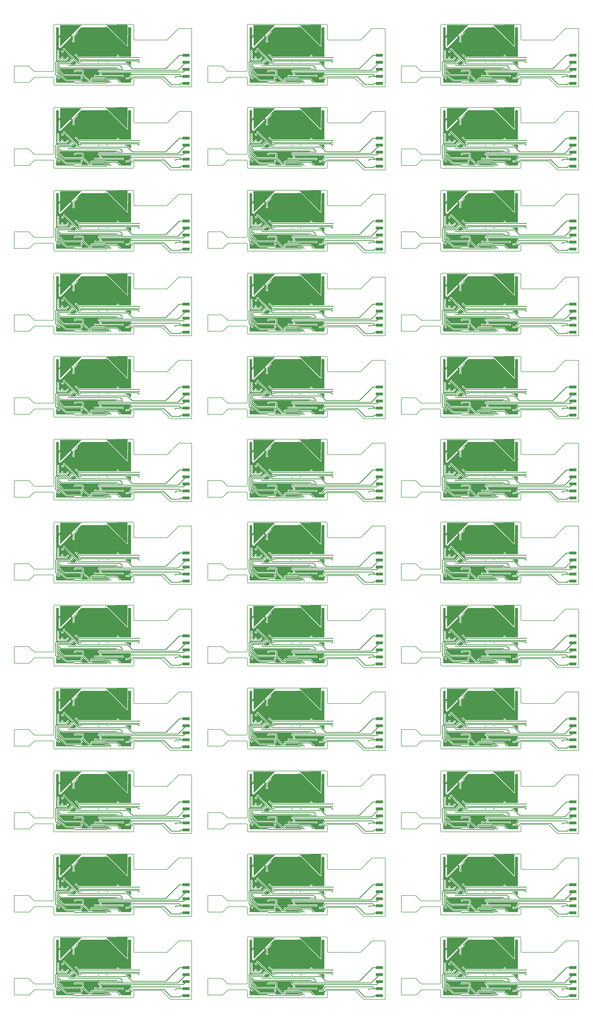
<source format=gbr>
G04 #@! TF.GenerationSoftware,KiCad,Pcbnew,(2017-07-13 revision e01eb2975)-makepkg*
G04 #@! TF.CreationDate,2017-08-29T12:18:44+02:00*
G04 #@! TF.ProjectId,panel,70616E656C2E6B696361645F70636200,rev?*
G04 #@! TF.SameCoordinates,Original
G04 #@! TF.FileFunction,Copper,L4,Bot,Signal*
G04 #@! TF.FilePolarity,Positive*
%FSLAX46Y46*%
G04 Gerber Fmt 4.6, Leading zero omitted, Abs format (unit mm)*
G04 Created by KiCad (PCBNEW (2017-07-13 revision e01eb2975)-makepkg) date 08/29/17 12:18:44*
%MOMM*%
%LPD*%
G01*
G04 APERTURE LIST*
%ADD10C,0.150000*%
%ADD11C,3.864340*%
%ADD12C,0.100000*%
%ADD13C,3.896318*%
%ADD14R,2.540000X1.000000*%
%ADD15C,0.400000*%
%ADD16C,0.250000*%
%ADD17C,0.200000*%
G04 APERTURE END LIST*
D10*
X184750000Y-357600000D02*
G75*
G03X185050000Y-357300000I0J300000D01*
G01*
X114750000Y-357600000D02*
G75*
G03X115050000Y-357300000I0J300000D01*
G01*
X44750000Y-357600000D02*
G75*
G03X45050000Y-357300000I0J300000D01*
G01*
X184750000Y-327600000D02*
G75*
G03X185050000Y-327300000I0J300000D01*
G01*
X114750000Y-327600000D02*
G75*
G03X115050000Y-327300000I0J300000D01*
G01*
X44750000Y-327600000D02*
G75*
G03X45050000Y-327300000I0J300000D01*
G01*
X184750000Y-297600000D02*
G75*
G03X185050000Y-297300000I0J300000D01*
G01*
X114750000Y-297600000D02*
G75*
G03X115050000Y-297300000I0J300000D01*
G01*
X44750000Y-297600000D02*
G75*
G03X45050000Y-297300000I0J300000D01*
G01*
X184750000Y-267600000D02*
G75*
G03X185050000Y-267300000I0J300000D01*
G01*
X114750000Y-267600000D02*
G75*
G03X115050000Y-267300000I0J300000D01*
G01*
X44750000Y-267600000D02*
G75*
G03X45050000Y-267300000I0J300000D01*
G01*
X184750000Y-237600000D02*
G75*
G03X185050000Y-237300000I0J300000D01*
G01*
X114750000Y-237600000D02*
G75*
G03X115050000Y-237300000I0J300000D01*
G01*
X44750000Y-237600000D02*
G75*
G03X45050000Y-237300000I0J300000D01*
G01*
X184750000Y-207600000D02*
G75*
G03X185050000Y-207300000I0J300000D01*
G01*
X114750000Y-207600000D02*
G75*
G03X115050000Y-207300000I0J300000D01*
G01*
X44750000Y-207600000D02*
G75*
G03X45050000Y-207300000I0J300000D01*
G01*
X184750000Y-177600000D02*
G75*
G03X185050000Y-177300000I0J300000D01*
G01*
X114750000Y-177600000D02*
G75*
G03X115050000Y-177300000I0J300000D01*
G01*
X44750000Y-177600000D02*
G75*
G03X45050000Y-177300000I0J300000D01*
G01*
X184750000Y-147600000D02*
G75*
G03X185050000Y-147300000I0J300000D01*
G01*
X114750000Y-147600000D02*
G75*
G03X115050000Y-147300000I0J300000D01*
G01*
X44750000Y-147600000D02*
G75*
G03X45050000Y-147300000I0J300000D01*
G01*
X184750000Y-117600000D02*
G75*
G03X185050000Y-117300000I0J300000D01*
G01*
X114750000Y-117600000D02*
G75*
G03X115050000Y-117300000I0J300000D01*
G01*
X44750000Y-117600000D02*
G75*
G03X45050000Y-117300000I0J300000D01*
G01*
X184750000Y-87600000D02*
G75*
G03X185050000Y-87300000I0J300000D01*
G01*
X114750000Y-87600000D02*
G75*
G03X115050000Y-87300000I0J300000D01*
G01*
X44750000Y-87600000D02*
G75*
G03X45050000Y-87300000I0J300000D01*
G01*
X184750000Y-57600000D02*
G75*
G03X185050000Y-57300000I0J300000D01*
G01*
X114750000Y-57600000D02*
G75*
G03X115050000Y-57300000I0J300000D01*
G01*
X44750000Y-57600000D02*
G75*
G03X45050000Y-57300000I0J300000D01*
G01*
X184750000Y-27600000D02*
G75*
G03X185050000Y-27300000I0J300000D01*
G01*
X114750000Y-27600000D02*
G75*
G03X115050000Y-27300000I0J300000D01*
G01*
X148975000Y-352600000D02*
X146975000Y-350600000D01*
X78975000Y-352600000D02*
X76975000Y-350600000D01*
X8975000Y-352600000D02*
X6975000Y-350600000D01*
X148975000Y-322600000D02*
X146975000Y-320600000D01*
X78975000Y-322600000D02*
X76975000Y-320600000D01*
X8975000Y-322600000D02*
X6975000Y-320600000D01*
X148975000Y-292600000D02*
X146975000Y-290600000D01*
X78975000Y-292600000D02*
X76975000Y-290600000D01*
X8975000Y-292600000D02*
X6975000Y-290600000D01*
X148975000Y-262600000D02*
X146975000Y-260600000D01*
X78975000Y-262600000D02*
X76975000Y-260600000D01*
X8975000Y-262600000D02*
X6975000Y-260600000D01*
X148975000Y-232600000D02*
X146975000Y-230600000D01*
X78975000Y-232600000D02*
X76975000Y-230600000D01*
X8975000Y-232600000D02*
X6975000Y-230600000D01*
X148975000Y-202600000D02*
X146975000Y-200600000D01*
X78975000Y-202600000D02*
X76975000Y-200600000D01*
X8975000Y-202600000D02*
X6975000Y-200600000D01*
X148975000Y-172600000D02*
X146975000Y-170600000D01*
X78975000Y-172600000D02*
X76975000Y-170600000D01*
X8975000Y-172600000D02*
X6975000Y-170600000D01*
X148975000Y-142600000D02*
X146975000Y-140600000D01*
X78975000Y-142600000D02*
X76975000Y-140600000D01*
X8975000Y-142600000D02*
X6975000Y-140600000D01*
X148975000Y-112600000D02*
X146975000Y-110600000D01*
X78975000Y-112600000D02*
X76975000Y-110600000D01*
X8975000Y-112600000D02*
X6975000Y-110600000D01*
X148975000Y-82600000D02*
X146975000Y-80600000D01*
X78975000Y-82600000D02*
X76975000Y-80600000D01*
X8975000Y-82600000D02*
X6975000Y-80600000D01*
X148975000Y-52600000D02*
X146975000Y-50600000D01*
X78975000Y-52600000D02*
X76975000Y-50600000D01*
X8975000Y-52600000D02*
X6975000Y-50600000D01*
X148975000Y-22600000D02*
X146975000Y-20600000D01*
X78975000Y-22600000D02*
X76975000Y-20600000D01*
X185050000Y-335900000D02*
G75*
G03X184750000Y-335600000I-300000J0D01*
G01*
X115050000Y-335900000D02*
G75*
G03X114750000Y-335600000I-300000J0D01*
G01*
X45050000Y-335900000D02*
G75*
G03X44750000Y-335600000I-300000J0D01*
G01*
X185050000Y-305900000D02*
G75*
G03X184750000Y-305600000I-300000J0D01*
G01*
X115050000Y-305900000D02*
G75*
G03X114750000Y-305600000I-300000J0D01*
G01*
X45050000Y-305900000D02*
G75*
G03X44750000Y-305600000I-300000J0D01*
G01*
X185050000Y-275900000D02*
G75*
G03X184750000Y-275600000I-300000J0D01*
G01*
X115050000Y-275900000D02*
G75*
G03X114750000Y-275600000I-300000J0D01*
G01*
X45050000Y-275900000D02*
G75*
G03X44750000Y-275600000I-300000J0D01*
G01*
X185050000Y-245900000D02*
G75*
G03X184750000Y-245600000I-300000J0D01*
G01*
X115050000Y-245900000D02*
G75*
G03X114750000Y-245600000I-300000J0D01*
G01*
X45050000Y-245900000D02*
G75*
G03X44750000Y-245600000I-300000J0D01*
G01*
X185050000Y-215900000D02*
G75*
G03X184750000Y-215600000I-300000J0D01*
G01*
X115050000Y-215900000D02*
G75*
G03X114750000Y-215600000I-300000J0D01*
G01*
X45050000Y-215900000D02*
G75*
G03X44750000Y-215600000I-300000J0D01*
G01*
X185050000Y-185900000D02*
G75*
G03X184750000Y-185600000I-300000J0D01*
G01*
X115050000Y-185900000D02*
G75*
G03X114750000Y-185600000I-300000J0D01*
G01*
X45050000Y-185900000D02*
G75*
G03X44750000Y-185600000I-300000J0D01*
G01*
X185050000Y-155900000D02*
G75*
G03X184750000Y-155600000I-300000J0D01*
G01*
X115050000Y-155900000D02*
G75*
G03X114750000Y-155600000I-300000J0D01*
G01*
X45050000Y-155900000D02*
G75*
G03X44750000Y-155600000I-300000J0D01*
G01*
X185050000Y-125900000D02*
G75*
G03X184750000Y-125600000I-300000J0D01*
G01*
X115050000Y-125900000D02*
G75*
G03X114750000Y-125600000I-300000J0D01*
G01*
X45050000Y-125900000D02*
G75*
G03X44750000Y-125600000I-300000J0D01*
G01*
X185050000Y-95900000D02*
G75*
G03X184750000Y-95600000I-300000J0D01*
G01*
X115050000Y-95900000D02*
G75*
G03X114750000Y-95600000I-300000J0D01*
G01*
X45050000Y-95900000D02*
G75*
G03X44750000Y-95600000I-300000J0D01*
G01*
X185050000Y-65900000D02*
G75*
G03X184750000Y-65600000I-300000J0D01*
G01*
X115050000Y-65900000D02*
G75*
G03X114750000Y-65600000I-300000J0D01*
G01*
X45050000Y-65900000D02*
G75*
G03X44750000Y-65600000I-300000J0D01*
G01*
X185050000Y-35900000D02*
G75*
G03X184750000Y-35600000I-300000J0D01*
G01*
X115050000Y-35900000D02*
G75*
G03X114750000Y-35600000I-300000J0D01*
G01*
X45050000Y-35900000D02*
G75*
G03X44750000Y-35600000I-300000J0D01*
G01*
X185050000Y-5900000D02*
G75*
G03X184750000Y-5600000I-300000J0D01*
G01*
X115050000Y-5900000D02*
G75*
G03X114750000Y-5600000I-300000J0D01*
G01*
X156050000Y-357300000D02*
G75*
G03X156350000Y-357600000I300000J0D01*
G01*
X86050000Y-357300000D02*
G75*
G03X86350000Y-357600000I300000J0D01*
G01*
X16050000Y-357300000D02*
G75*
G03X16350000Y-357600000I300000J0D01*
G01*
X156050000Y-327300000D02*
G75*
G03X156350000Y-327600000I300000J0D01*
G01*
X86050000Y-327300000D02*
G75*
G03X86350000Y-327600000I300000J0D01*
G01*
X16050000Y-327300000D02*
G75*
G03X16350000Y-327600000I300000J0D01*
G01*
X156050000Y-297300000D02*
G75*
G03X156350000Y-297600000I300000J0D01*
G01*
X86050000Y-297300000D02*
G75*
G03X86350000Y-297600000I300000J0D01*
G01*
X16050000Y-297300000D02*
G75*
G03X16350000Y-297600000I300000J0D01*
G01*
X156050000Y-267300000D02*
G75*
G03X156350000Y-267600000I300000J0D01*
G01*
X86050000Y-267300000D02*
G75*
G03X86350000Y-267600000I300000J0D01*
G01*
X16050000Y-267300000D02*
G75*
G03X16350000Y-267600000I300000J0D01*
G01*
X156050000Y-237300000D02*
G75*
G03X156350000Y-237600000I300000J0D01*
G01*
X86050000Y-237300000D02*
G75*
G03X86350000Y-237600000I300000J0D01*
G01*
X16050000Y-237300000D02*
G75*
G03X16350000Y-237600000I300000J0D01*
G01*
X156050000Y-207300000D02*
G75*
G03X156350000Y-207600000I300000J0D01*
G01*
X86050000Y-207300000D02*
G75*
G03X86350000Y-207600000I300000J0D01*
G01*
X16050000Y-207300000D02*
G75*
G03X16350000Y-207600000I300000J0D01*
G01*
X156050000Y-177300000D02*
G75*
G03X156350000Y-177600000I300000J0D01*
G01*
X86050000Y-177300000D02*
G75*
G03X86350000Y-177600000I300000J0D01*
G01*
X16050000Y-177300000D02*
G75*
G03X16350000Y-177600000I300000J0D01*
G01*
X156050000Y-147300000D02*
G75*
G03X156350000Y-147600000I300000J0D01*
G01*
X86050000Y-147300000D02*
G75*
G03X86350000Y-147600000I300000J0D01*
G01*
X16050000Y-147300000D02*
G75*
G03X16350000Y-147600000I300000J0D01*
G01*
X156050000Y-117300000D02*
G75*
G03X156350000Y-117600000I300000J0D01*
G01*
X86050000Y-117300000D02*
G75*
G03X86350000Y-117600000I300000J0D01*
G01*
X16050000Y-117300000D02*
G75*
G03X16350000Y-117600000I300000J0D01*
G01*
X156050000Y-87300000D02*
G75*
G03X156350000Y-87600000I300000J0D01*
G01*
X86050000Y-87300000D02*
G75*
G03X86350000Y-87600000I300000J0D01*
G01*
X16050000Y-87300000D02*
G75*
G03X16350000Y-87600000I300000J0D01*
G01*
X156050000Y-57300000D02*
G75*
G03X156350000Y-57600000I300000J0D01*
G01*
X86050000Y-57300000D02*
G75*
G03X86350000Y-57600000I300000J0D01*
G01*
X16050000Y-57300000D02*
G75*
G03X16350000Y-57600000I300000J0D01*
G01*
X156050000Y-27300000D02*
G75*
G03X156350000Y-27600000I300000J0D01*
G01*
X86050000Y-27300000D02*
G75*
G03X86350000Y-27600000I300000J0D01*
G01*
X156350000Y-357600000D02*
X184750000Y-357600000D01*
X86350000Y-357600000D02*
X114750000Y-357600000D01*
X16350000Y-357600000D02*
X44750000Y-357600000D01*
X156350000Y-327600000D02*
X184750000Y-327600000D01*
X86350000Y-327600000D02*
X114750000Y-327600000D01*
X16350000Y-327600000D02*
X44750000Y-327600000D01*
X156350000Y-297600000D02*
X184750000Y-297600000D01*
X86350000Y-297600000D02*
X114750000Y-297600000D01*
X16350000Y-297600000D02*
X44750000Y-297600000D01*
X156350000Y-267600000D02*
X184750000Y-267600000D01*
X86350000Y-267600000D02*
X114750000Y-267600000D01*
X16350000Y-267600000D02*
X44750000Y-267600000D01*
X156350000Y-237600000D02*
X184750000Y-237600000D01*
X86350000Y-237600000D02*
X114750000Y-237600000D01*
X16350000Y-237600000D02*
X44750000Y-237600000D01*
X156350000Y-207600000D02*
X184750000Y-207600000D01*
X86350000Y-207600000D02*
X114750000Y-207600000D01*
X16350000Y-207600000D02*
X44750000Y-207600000D01*
X156350000Y-177600000D02*
X184750000Y-177600000D01*
X86350000Y-177600000D02*
X114750000Y-177600000D01*
X16350000Y-177600000D02*
X44750000Y-177600000D01*
X156350000Y-147600000D02*
X184750000Y-147600000D01*
X86350000Y-147600000D02*
X114750000Y-147600000D01*
X16350000Y-147600000D02*
X44750000Y-147600000D01*
X156350000Y-117600000D02*
X184750000Y-117600000D01*
X86350000Y-117600000D02*
X114750000Y-117600000D01*
X16350000Y-117600000D02*
X44750000Y-117600000D01*
X156350000Y-87600000D02*
X184750000Y-87600000D01*
X86350000Y-87600000D02*
X114750000Y-87600000D01*
X16350000Y-87600000D02*
X44750000Y-87600000D01*
X156350000Y-57600000D02*
X184750000Y-57600000D01*
X86350000Y-57600000D02*
X114750000Y-57600000D01*
X16350000Y-57600000D02*
X44750000Y-57600000D01*
X156350000Y-27600000D02*
X184750000Y-27600000D01*
X86350000Y-27600000D02*
X114750000Y-27600000D01*
X156350000Y-335600000D02*
G75*
G03X156050000Y-335900000I0J-300000D01*
G01*
X86350000Y-335600000D02*
G75*
G03X86050000Y-335900000I0J-300000D01*
G01*
X16350000Y-335600000D02*
G75*
G03X16050000Y-335900000I0J-300000D01*
G01*
X156350000Y-305600000D02*
G75*
G03X156050000Y-305900000I0J-300000D01*
G01*
X86350000Y-305600000D02*
G75*
G03X86050000Y-305900000I0J-300000D01*
G01*
X16350000Y-305600000D02*
G75*
G03X16050000Y-305900000I0J-300000D01*
G01*
X156350000Y-275600000D02*
G75*
G03X156050000Y-275900000I0J-300000D01*
G01*
X86350000Y-275600000D02*
G75*
G03X86050000Y-275900000I0J-300000D01*
G01*
X16350000Y-275600000D02*
G75*
G03X16050000Y-275900000I0J-300000D01*
G01*
X156350000Y-245600000D02*
G75*
G03X156050000Y-245900000I0J-300000D01*
G01*
X86350000Y-245600000D02*
G75*
G03X86050000Y-245900000I0J-300000D01*
G01*
X16350000Y-245600000D02*
G75*
G03X16050000Y-245900000I0J-300000D01*
G01*
X156350000Y-215600000D02*
G75*
G03X156050000Y-215900000I0J-300000D01*
G01*
X86350000Y-215600000D02*
G75*
G03X86050000Y-215900000I0J-300000D01*
G01*
X16350000Y-215600000D02*
G75*
G03X16050000Y-215900000I0J-300000D01*
G01*
X156350000Y-185600000D02*
G75*
G03X156050000Y-185900000I0J-300000D01*
G01*
X86350000Y-185600000D02*
G75*
G03X86050000Y-185900000I0J-300000D01*
G01*
X16350000Y-185600000D02*
G75*
G03X16050000Y-185900000I0J-300000D01*
G01*
X156350000Y-155600000D02*
G75*
G03X156050000Y-155900000I0J-300000D01*
G01*
X86350000Y-155600000D02*
G75*
G03X86050000Y-155900000I0J-300000D01*
G01*
X16350000Y-155600000D02*
G75*
G03X16050000Y-155900000I0J-300000D01*
G01*
X156350000Y-125600000D02*
G75*
G03X156050000Y-125900000I0J-300000D01*
G01*
X86350000Y-125600000D02*
G75*
G03X86050000Y-125900000I0J-300000D01*
G01*
X16350000Y-125600000D02*
G75*
G03X16050000Y-125900000I0J-300000D01*
G01*
X156350000Y-95600000D02*
G75*
G03X156050000Y-95900000I0J-300000D01*
G01*
X86350000Y-95600000D02*
G75*
G03X86050000Y-95900000I0J-300000D01*
G01*
X16350000Y-95600000D02*
G75*
G03X16050000Y-95900000I0J-300000D01*
G01*
X156350000Y-65600000D02*
G75*
G03X156050000Y-65900000I0J-300000D01*
G01*
X86350000Y-65600000D02*
G75*
G03X86050000Y-65900000I0J-300000D01*
G01*
X16350000Y-65600000D02*
G75*
G03X16050000Y-65900000I0J-300000D01*
G01*
X156350000Y-35600000D02*
G75*
G03X156050000Y-35900000I0J-300000D01*
G01*
X86350000Y-35600000D02*
G75*
G03X86050000Y-35900000I0J-300000D01*
G01*
X16350000Y-35600000D02*
G75*
G03X16050000Y-35900000I0J-300000D01*
G01*
X156350000Y-5600000D02*
G75*
G03X156050000Y-5900000I0J-300000D01*
G01*
X86350000Y-5600000D02*
G75*
G03X86050000Y-5900000I0J-300000D01*
G01*
X146975000Y-350600000D02*
X141775000Y-350600000D01*
X76975000Y-350600000D02*
X71775000Y-350600000D01*
X6975000Y-350600000D02*
X1775000Y-350600000D01*
X146975000Y-320600000D02*
X141775000Y-320600000D01*
X76975000Y-320600000D02*
X71775000Y-320600000D01*
X6975000Y-320600000D02*
X1775000Y-320600000D01*
X146975000Y-290600000D02*
X141775000Y-290600000D01*
X76975000Y-290600000D02*
X71775000Y-290600000D01*
X6975000Y-290600000D02*
X1775000Y-290600000D01*
X146975000Y-260600000D02*
X141775000Y-260600000D01*
X76975000Y-260600000D02*
X71775000Y-260600000D01*
X6975000Y-260600000D02*
X1775000Y-260600000D01*
X146975000Y-230600000D02*
X141775000Y-230600000D01*
X76975000Y-230600000D02*
X71775000Y-230600000D01*
X6975000Y-230600000D02*
X1775000Y-230600000D01*
X146975000Y-200600000D02*
X141775000Y-200600000D01*
X76975000Y-200600000D02*
X71775000Y-200600000D01*
X6975000Y-200600000D02*
X1775000Y-200600000D01*
X146975000Y-170600000D02*
X141775000Y-170600000D01*
X76975000Y-170600000D02*
X71775000Y-170600000D01*
X6975000Y-170600000D02*
X1775000Y-170600000D01*
X146975000Y-140600000D02*
X141775000Y-140600000D01*
X76975000Y-140600000D02*
X71775000Y-140600000D01*
X6975000Y-140600000D02*
X1775000Y-140600000D01*
X146975000Y-110600000D02*
X141775000Y-110600000D01*
X76975000Y-110600000D02*
X71775000Y-110600000D01*
X6975000Y-110600000D02*
X1775000Y-110600000D01*
X146975000Y-80600000D02*
X141775000Y-80600000D01*
X76975000Y-80600000D02*
X71775000Y-80600000D01*
X6975000Y-80600000D02*
X1775000Y-80600000D01*
X146975000Y-50600000D02*
X141775000Y-50600000D01*
X76975000Y-50600000D02*
X71775000Y-50600000D01*
X6975000Y-50600000D02*
X1775000Y-50600000D01*
X146975000Y-20600000D02*
X141775000Y-20600000D01*
X76975000Y-20600000D02*
X71775000Y-20600000D01*
X141775000Y-350600000D02*
X141775000Y-355300000D01*
X71775000Y-350600000D02*
X71775000Y-355300000D01*
X1775000Y-350600000D02*
X1775000Y-355300000D01*
X141775000Y-320600000D02*
X141775000Y-325300000D01*
X71775000Y-320600000D02*
X71775000Y-325300000D01*
X1775000Y-320600000D02*
X1775000Y-325300000D01*
X141775000Y-290600000D02*
X141775000Y-295300000D01*
X71775000Y-290600000D02*
X71775000Y-295300000D01*
X1775000Y-290600000D02*
X1775000Y-295300000D01*
X141775000Y-260600000D02*
X141775000Y-265300000D01*
X71775000Y-260600000D02*
X71775000Y-265300000D01*
X1775000Y-260600000D02*
X1775000Y-265300000D01*
X141775000Y-230600000D02*
X141775000Y-235300000D01*
X71775000Y-230600000D02*
X71775000Y-235300000D01*
X1775000Y-230600000D02*
X1775000Y-235300000D01*
X141775000Y-200600000D02*
X141775000Y-205300000D01*
X71775000Y-200600000D02*
X71775000Y-205300000D01*
X1775000Y-200600000D02*
X1775000Y-205300000D01*
X141775000Y-170600000D02*
X141775000Y-175300000D01*
X71775000Y-170600000D02*
X71775000Y-175300000D01*
X1775000Y-170600000D02*
X1775000Y-175300000D01*
X141775000Y-140600000D02*
X141775000Y-145300000D01*
X71775000Y-140600000D02*
X71775000Y-145300000D01*
X1775000Y-140600000D02*
X1775000Y-145300000D01*
X141775000Y-110600000D02*
X141775000Y-115300000D01*
X71775000Y-110600000D02*
X71775000Y-115300000D01*
X1775000Y-110600000D02*
X1775000Y-115300000D01*
X141775000Y-80600000D02*
X141775000Y-85300000D01*
X71775000Y-80600000D02*
X71775000Y-85300000D01*
X1775000Y-80600000D02*
X1775000Y-85300000D01*
X141775000Y-50600000D02*
X141775000Y-55300000D01*
X71775000Y-50600000D02*
X71775000Y-55300000D01*
X1775000Y-50600000D02*
X1775000Y-55300000D01*
X141775000Y-20600000D02*
X141775000Y-25300000D01*
X71775000Y-20600000D02*
X71775000Y-25300000D01*
X141775000Y-355300000D02*
X141775000Y-356600000D01*
X71775000Y-355300000D02*
X71775000Y-356600000D01*
X1775000Y-355300000D02*
X1775000Y-356600000D01*
X141775000Y-325300000D02*
X141775000Y-326600000D01*
X71775000Y-325300000D02*
X71775000Y-326600000D01*
X1775000Y-325300000D02*
X1775000Y-326600000D01*
X141775000Y-295300000D02*
X141775000Y-296600000D01*
X71775000Y-295300000D02*
X71775000Y-296600000D01*
X1775000Y-295300000D02*
X1775000Y-296600000D01*
X141775000Y-265300000D02*
X141775000Y-266600000D01*
X71775000Y-265300000D02*
X71775000Y-266600000D01*
X1775000Y-265300000D02*
X1775000Y-266600000D01*
X141775000Y-235300000D02*
X141775000Y-236600000D01*
X71775000Y-235300000D02*
X71775000Y-236600000D01*
X1775000Y-235300000D02*
X1775000Y-236600000D01*
X141775000Y-205300000D02*
X141775000Y-206600000D01*
X71775000Y-205300000D02*
X71775000Y-206600000D01*
X1775000Y-205300000D02*
X1775000Y-206600000D01*
X141775000Y-175300000D02*
X141775000Y-176600000D01*
X71775000Y-175300000D02*
X71775000Y-176600000D01*
X1775000Y-175300000D02*
X1775000Y-176600000D01*
X141775000Y-145300000D02*
X141775000Y-146600000D01*
X71775000Y-145300000D02*
X71775000Y-146600000D01*
X1775000Y-145300000D02*
X1775000Y-146600000D01*
X141775000Y-115300000D02*
X141775000Y-116600000D01*
X71775000Y-115300000D02*
X71775000Y-116600000D01*
X1775000Y-115300000D02*
X1775000Y-116600000D01*
X141775000Y-85300000D02*
X141775000Y-86600000D01*
X71775000Y-85300000D02*
X71775000Y-86600000D01*
X1775000Y-85300000D02*
X1775000Y-86600000D01*
X141775000Y-55300000D02*
X141775000Y-56600000D01*
X71775000Y-55300000D02*
X71775000Y-56600000D01*
X1775000Y-55300000D02*
X1775000Y-56600000D01*
X141775000Y-25300000D02*
X141775000Y-26600000D01*
X71775000Y-25300000D02*
X71775000Y-26600000D01*
X156350000Y-335600000D02*
X184750000Y-335600000D01*
X86350000Y-335600000D02*
X114750000Y-335600000D01*
X16350000Y-335600000D02*
X44750000Y-335600000D01*
X156350000Y-305600000D02*
X184750000Y-305600000D01*
X86350000Y-305600000D02*
X114750000Y-305600000D01*
X16350000Y-305600000D02*
X44750000Y-305600000D01*
X156350000Y-275600000D02*
X184750000Y-275600000D01*
X86350000Y-275600000D02*
X114750000Y-275600000D01*
X16350000Y-275600000D02*
X44750000Y-275600000D01*
X156350000Y-245600000D02*
X184750000Y-245600000D01*
X86350000Y-245600000D02*
X114750000Y-245600000D01*
X16350000Y-245600000D02*
X44750000Y-245600000D01*
X156350000Y-215600000D02*
X184750000Y-215600000D01*
X86350000Y-215600000D02*
X114750000Y-215600000D01*
X16350000Y-215600000D02*
X44750000Y-215600000D01*
X156350000Y-185600000D02*
X184750000Y-185600000D01*
X86350000Y-185600000D02*
X114750000Y-185600000D01*
X16350000Y-185600000D02*
X44750000Y-185600000D01*
X156350000Y-155600000D02*
X184750000Y-155600000D01*
X86350000Y-155600000D02*
X114750000Y-155600000D01*
X16350000Y-155600000D02*
X44750000Y-155600000D01*
X156350000Y-125600000D02*
X184750000Y-125600000D01*
X86350000Y-125600000D02*
X114750000Y-125600000D01*
X16350000Y-125600000D02*
X44750000Y-125600000D01*
X156350000Y-95600000D02*
X184750000Y-95600000D01*
X86350000Y-95600000D02*
X114750000Y-95600000D01*
X16350000Y-95600000D02*
X44750000Y-95600000D01*
X156350000Y-65600000D02*
X184750000Y-65600000D01*
X86350000Y-65600000D02*
X114750000Y-65600000D01*
X16350000Y-65600000D02*
X44750000Y-65600000D01*
X156350000Y-35600000D02*
X184750000Y-35600000D01*
X86350000Y-35600000D02*
X114750000Y-35600000D01*
X16350000Y-35600000D02*
X44750000Y-35600000D01*
X156350000Y-5600000D02*
X184750000Y-5600000D01*
X86350000Y-5600000D02*
X114750000Y-5600000D01*
X141775000Y-356600000D02*
X147175000Y-356600000D01*
X71775000Y-356600000D02*
X77175000Y-356600000D01*
X1775000Y-356600000D02*
X7175000Y-356600000D01*
X141775000Y-326600000D02*
X147175000Y-326600000D01*
X71775000Y-326600000D02*
X77175000Y-326600000D01*
X1775000Y-326600000D02*
X7175000Y-326600000D01*
X141775000Y-296600000D02*
X147175000Y-296600000D01*
X71775000Y-296600000D02*
X77175000Y-296600000D01*
X1775000Y-296600000D02*
X7175000Y-296600000D01*
X141775000Y-266600000D02*
X147175000Y-266600000D01*
X71775000Y-266600000D02*
X77175000Y-266600000D01*
X1775000Y-266600000D02*
X7175000Y-266600000D01*
X141775000Y-236600000D02*
X147175000Y-236600000D01*
X71775000Y-236600000D02*
X77175000Y-236600000D01*
X1775000Y-236600000D02*
X7175000Y-236600000D01*
X141775000Y-206600000D02*
X147175000Y-206600000D01*
X71775000Y-206600000D02*
X77175000Y-206600000D01*
X1775000Y-206600000D02*
X7175000Y-206600000D01*
X141775000Y-176600000D02*
X147175000Y-176600000D01*
X71775000Y-176600000D02*
X77175000Y-176600000D01*
X1775000Y-176600000D02*
X7175000Y-176600000D01*
X141775000Y-146600000D02*
X147175000Y-146600000D01*
X71775000Y-146600000D02*
X77175000Y-146600000D01*
X1775000Y-146600000D02*
X7175000Y-146600000D01*
X141775000Y-116600000D02*
X147175000Y-116600000D01*
X71775000Y-116600000D02*
X77175000Y-116600000D01*
X1775000Y-116600000D02*
X7175000Y-116600000D01*
X141775000Y-86600000D02*
X147175000Y-86600000D01*
X71775000Y-86600000D02*
X77175000Y-86600000D01*
X1775000Y-86600000D02*
X7175000Y-86600000D01*
X141775000Y-56600000D02*
X147175000Y-56600000D01*
X71775000Y-56600000D02*
X77175000Y-56600000D01*
X1775000Y-56600000D02*
X7175000Y-56600000D01*
X141775000Y-26600000D02*
X147175000Y-26600000D01*
X71775000Y-26600000D02*
X77175000Y-26600000D01*
X147175000Y-356600000D02*
X149075000Y-354700000D01*
X77175000Y-356600000D02*
X79075000Y-354700000D01*
X7175000Y-356600000D02*
X9075000Y-354700000D01*
X147175000Y-326600000D02*
X149075000Y-324700000D01*
X77175000Y-326600000D02*
X79075000Y-324700000D01*
X7175000Y-326600000D02*
X9075000Y-324700000D01*
X147175000Y-296600000D02*
X149075000Y-294700000D01*
X77175000Y-296600000D02*
X79075000Y-294700000D01*
X7175000Y-296600000D02*
X9075000Y-294700000D01*
X147175000Y-266600000D02*
X149075000Y-264700000D01*
X77175000Y-266600000D02*
X79075000Y-264700000D01*
X7175000Y-266600000D02*
X9075000Y-264700000D01*
X147175000Y-236600000D02*
X149075000Y-234700000D01*
X77175000Y-236600000D02*
X79075000Y-234700000D01*
X7175000Y-236600000D02*
X9075000Y-234700000D01*
X147175000Y-206600000D02*
X149075000Y-204700000D01*
X77175000Y-206600000D02*
X79075000Y-204700000D01*
X7175000Y-206600000D02*
X9075000Y-204700000D01*
X147175000Y-176600000D02*
X149075000Y-174700000D01*
X77175000Y-176600000D02*
X79075000Y-174700000D01*
X7175000Y-176600000D02*
X9075000Y-174700000D01*
X147175000Y-146600000D02*
X149075000Y-144700000D01*
X77175000Y-146600000D02*
X79075000Y-144700000D01*
X7175000Y-146600000D02*
X9075000Y-144700000D01*
X147175000Y-116600000D02*
X149075000Y-114700000D01*
X77175000Y-116600000D02*
X79075000Y-114700000D01*
X7175000Y-116600000D02*
X9075000Y-114700000D01*
X147175000Y-86600000D02*
X149075000Y-84700000D01*
X77175000Y-86600000D02*
X79075000Y-84700000D01*
X7175000Y-86600000D02*
X9075000Y-84700000D01*
X147175000Y-56600000D02*
X149075000Y-54700000D01*
X77175000Y-56600000D02*
X79075000Y-54700000D01*
X7175000Y-56600000D02*
X9075000Y-54700000D01*
X147175000Y-26600000D02*
X149075000Y-24700000D01*
X77175000Y-26600000D02*
X79075000Y-24700000D01*
X156055000Y-357295000D02*
X156055000Y-354995000D01*
X86055000Y-357295000D02*
X86055000Y-354995000D01*
X16055000Y-357295000D02*
X16055000Y-354995000D01*
X156055000Y-327295000D02*
X156055000Y-324995000D01*
X86055000Y-327295000D02*
X86055000Y-324995000D01*
X16055000Y-327295000D02*
X16055000Y-324995000D01*
X156055000Y-297295000D02*
X156055000Y-294995000D01*
X86055000Y-297295000D02*
X86055000Y-294995000D01*
X16055000Y-297295000D02*
X16055000Y-294995000D01*
X156055000Y-267295000D02*
X156055000Y-264995000D01*
X86055000Y-267295000D02*
X86055000Y-264995000D01*
X16055000Y-267295000D02*
X16055000Y-264995000D01*
X156055000Y-237295000D02*
X156055000Y-234995000D01*
X86055000Y-237295000D02*
X86055000Y-234995000D01*
X16055000Y-237295000D02*
X16055000Y-234995000D01*
X156055000Y-207295000D02*
X156055000Y-204995000D01*
X86055000Y-207295000D02*
X86055000Y-204995000D01*
X16055000Y-207295000D02*
X16055000Y-204995000D01*
X156055000Y-177295000D02*
X156055000Y-174995000D01*
X86055000Y-177295000D02*
X86055000Y-174995000D01*
X16055000Y-177295000D02*
X16055000Y-174995000D01*
X156055000Y-147295000D02*
X156055000Y-144995000D01*
X86055000Y-147295000D02*
X86055000Y-144995000D01*
X16055000Y-147295000D02*
X16055000Y-144995000D01*
X156055000Y-117295000D02*
X156055000Y-114995000D01*
X86055000Y-117295000D02*
X86055000Y-114995000D01*
X16055000Y-117295000D02*
X16055000Y-114995000D01*
X156055000Y-87295000D02*
X156055000Y-84995000D01*
X86055000Y-87295000D02*
X86055000Y-84995000D01*
X16055000Y-87295000D02*
X16055000Y-84995000D01*
X156055000Y-57295000D02*
X156055000Y-54995000D01*
X86055000Y-57295000D02*
X86055000Y-54995000D01*
X16055000Y-57295000D02*
X16055000Y-54995000D01*
X156055000Y-27295000D02*
X156055000Y-24995000D01*
X86055000Y-27295000D02*
X86055000Y-24995000D01*
X205950000Y-345400000D02*
X205950000Y-358200000D01*
X135950000Y-345400000D02*
X135950000Y-358200000D01*
X65950000Y-345400000D02*
X65950000Y-358200000D01*
X205950000Y-315400000D02*
X205950000Y-328200000D01*
X135950000Y-315400000D02*
X135950000Y-328200000D01*
X65950000Y-315400000D02*
X65950000Y-328200000D01*
X205950000Y-285400000D02*
X205950000Y-298200000D01*
X135950000Y-285400000D02*
X135950000Y-298200000D01*
X65950000Y-285400000D02*
X65950000Y-298200000D01*
X205950000Y-255400000D02*
X205950000Y-268200000D01*
X135950000Y-255400000D02*
X135950000Y-268200000D01*
X65950000Y-255400000D02*
X65950000Y-268200000D01*
X205950000Y-225400000D02*
X205950000Y-238200000D01*
X135950000Y-225400000D02*
X135950000Y-238200000D01*
X65950000Y-225400000D02*
X65950000Y-238200000D01*
X205950000Y-195400000D02*
X205950000Y-208200000D01*
X135950000Y-195400000D02*
X135950000Y-208200000D01*
X65950000Y-195400000D02*
X65950000Y-208200000D01*
X205950000Y-165400000D02*
X205950000Y-178200000D01*
X135950000Y-165400000D02*
X135950000Y-178200000D01*
X65950000Y-165400000D02*
X65950000Y-178200000D01*
X205950000Y-135400000D02*
X205950000Y-148200000D01*
X135950000Y-135400000D02*
X135950000Y-148200000D01*
X65950000Y-135400000D02*
X65950000Y-148200000D01*
X205950000Y-105400000D02*
X205950000Y-118200000D01*
X135950000Y-105400000D02*
X135950000Y-118200000D01*
X65950000Y-105400000D02*
X65950000Y-118200000D01*
X205950000Y-75400000D02*
X205950000Y-88200000D01*
X135950000Y-75400000D02*
X135950000Y-88200000D01*
X65950000Y-75400000D02*
X65950000Y-88200000D01*
X205950000Y-45400000D02*
X205950000Y-58200000D01*
X135950000Y-45400000D02*
X135950000Y-58200000D01*
X65950000Y-45400000D02*
X65950000Y-58200000D01*
X205950000Y-15400000D02*
X205950000Y-28200000D01*
X135950000Y-15400000D02*
X135950000Y-28200000D01*
X205950000Y-358200000D02*
X198250000Y-358200000D01*
X135950000Y-358200000D02*
X128250000Y-358200000D01*
X65950000Y-358200000D02*
X58250000Y-358200000D01*
X205950000Y-328200000D02*
X198250000Y-328200000D01*
X135950000Y-328200000D02*
X128250000Y-328200000D01*
X65950000Y-328200000D02*
X58250000Y-328200000D01*
X205950000Y-298200000D02*
X198250000Y-298200000D01*
X135950000Y-298200000D02*
X128250000Y-298200000D01*
X65950000Y-298200000D02*
X58250000Y-298200000D01*
X205950000Y-268200000D02*
X198250000Y-268200000D01*
X135950000Y-268200000D02*
X128250000Y-268200000D01*
X65950000Y-268200000D02*
X58250000Y-268200000D01*
X205950000Y-238200000D02*
X198250000Y-238200000D01*
X135950000Y-238200000D02*
X128250000Y-238200000D01*
X65950000Y-238200000D02*
X58250000Y-238200000D01*
X205950000Y-208200000D02*
X198250000Y-208200000D01*
X135950000Y-208200000D02*
X128250000Y-208200000D01*
X65950000Y-208200000D02*
X58250000Y-208200000D01*
X205950000Y-178200000D02*
X198250000Y-178200000D01*
X135950000Y-178200000D02*
X128250000Y-178200000D01*
X65950000Y-178200000D02*
X58250000Y-178200000D01*
X205950000Y-148200000D02*
X198250000Y-148200000D01*
X135950000Y-148200000D02*
X128250000Y-148200000D01*
X65950000Y-148200000D02*
X58250000Y-148200000D01*
X205950000Y-118200000D02*
X198250000Y-118200000D01*
X135950000Y-118200000D02*
X128250000Y-118200000D01*
X65950000Y-118200000D02*
X58250000Y-118200000D01*
X205950000Y-88200000D02*
X198250000Y-88200000D01*
X135950000Y-88200000D02*
X128250000Y-88200000D01*
X65950000Y-88200000D02*
X58250000Y-88200000D01*
X205950000Y-58200000D02*
X198250000Y-58200000D01*
X135950000Y-58200000D02*
X128250000Y-58200000D01*
X65950000Y-58200000D02*
X58250000Y-58200000D01*
X205950000Y-28200000D02*
X198250000Y-28200000D01*
X135950000Y-28200000D02*
X128250000Y-28200000D01*
X198250000Y-358200000D02*
X195050000Y-355000000D01*
X128250000Y-358200000D02*
X125050000Y-355000000D01*
X58250000Y-358200000D02*
X55050000Y-355000000D01*
X198250000Y-328200000D02*
X195050000Y-325000000D01*
X128250000Y-328200000D02*
X125050000Y-325000000D01*
X58250000Y-328200000D02*
X55050000Y-325000000D01*
X198250000Y-298200000D02*
X195050000Y-295000000D01*
X128250000Y-298200000D02*
X125050000Y-295000000D01*
X58250000Y-298200000D02*
X55050000Y-295000000D01*
X198250000Y-268200000D02*
X195050000Y-265000000D01*
X128250000Y-268200000D02*
X125050000Y-265000000D01*
X58250000Y-268200000D02*
X55050000Y-265000000D01*
X198250000Y-238200000D02*
X195050000Y-235000000D01*
X128250000Y-238200000D02*
X125050000Y-235000000D01*
X58250000Y-238200000D02*
X55050000Y-235000000D01*
X198250000Y-208200000D02*
X195050000Y-205000000D01*
X128250000Y-208200000D02*
X125050000Y-205000000D01*
X58250000Y-208200000D02*
X55050000Y-205000000D01*
X198250000Y-178200000D02*
X195050000Y-175000000D01*
X128250000Y-178200000D02*
X125050000Y-175000000D01*
X58250000Y-178200000D02*
X55050000Y-175000000D01*
X198250000Y-148200000D02*
X195050000Y-145000000D01*
X128250000Y-148200000D02*
X125050000Y-145000000D01*
X58250000Y-148200000D02*
X55050000Y-145000000D01*
X198250000Y-118200000D02*
X195050000Y-115000000D01*
X128250000Y-118200000D02*
X125050000Y-115000000D01*
X58250000Y-118200000D02*
X55050000Y-115000000D01*
X198250000Y-88200000D02*
X195050000Y-85000000D01*
X128250000Y-88200000D02*
X125050000Y-85000000D01*
X58250000Y-88200000D02*
X55050000Y-85000000D01*
X198250000Y-58200000D02*
X195050000Y-55000000D01*
X128250000Y-58200000D02*
X125050000Y-55000000D01*
X58250000Y-58200000D02*
X55050000Y-55000000D01*
X198250000Y-28200000D02*
X195050000Y-25000000D01*
X128250000Y-28200000D02*
X125050000Y-25000000D01*
X185050000Y-335900000D02*
X185050000Y-340900000D01*
X115050000Y-335900000D02*
X115050000Y-340900000D01*
X45050000Y-335900000D02*
X45050000Y-340900000D01*
X185050000Y-305900000D02*
X185050000Y-310900000D01*
X115050000Y-305900000D02*
X115050000Y-310900000D01*
X45050000Y-305900000D02*
X45050000Y-310900000D01*
X185050000Y-275900000D02*
X185050000Y-280900000D01*
X115050000Y-275900000D02*
X115050000Y-280900000D01*
X45050000Y-275900000D02*
X45050000Y-280900000D01*
X185050000Y-245900000D02*
X185050000Y-250900000D01*
X115050000Y-245900000D02*
X115050000Y-250900000D01*
X45050000Y-245900000D02*
X45050000Y-250900000D01*
X185050000Y-215900000D02*
X185050000Y-220900000D01*
X115050000Y-215900000D02*
X115050000Y-220900000D01*
X45050000Y-215900000D02*
X45050000Y-220900000D01*
X185050000Y-185900000D02*
X185050000Y-190900000D01*
X115050000Y-185900000D02*
X115050000Y-190900000D01*
X45050000Y-185900000D02*
X45050000Y-190900000D01*
X185050000Y-155900000D02*
X185050000Y-160900000D01*
X115050000Y-155900000D02*
X115050000Y-160900000D01*
X45050000Y-155900000D02*
X45050000Y-160900000D01*
X185050000Y-125900000D02*
X185050000Y-130900000D01*
X115050000Y-125900000D02*
X115050000Y-130900000D01*
X45050000Y-125900000D02*
X45050000Y-130900000D01*
X185050000Y-95900000D02*
X185050000Y-100900000D01*
X115050000Y-95900000D02*
X115050000Y-100900000D01*
X45050000Y-95900000D02*
X45050000Y-100900000D01*
X185050000Y-65900000D02*
X185050000Y-70900000D01*
X115050000Y-65900000D02*
X115050000Y-70900000D01*
X45050000Y-65900000D02*
X45050000Y-70900000D01*
X185050000Y-35900000D02*
X185050000Y-40900000D01*
X115050000Y-35900000D02*
X115050000Y-40900000D01*
X45050000Y-35900000D02*
X45050000Y-40900000D01*
X185050000Y-5900000D02*
X185050000Y-10900000D01*
X115050000Y-5900000D02*
X115050000Y-10900000D01*
X195050000Y-355000000D02*
X185350000Y-355000000D01*
X125050000Y-355000000D02*
X115350000Y-355000000D01*
X55050000Y-355000000D02*
X45350000Y-355000000D01*
X195050000Y-325000000D02*
X185350000Y-325000000D01*
X125050000Y-325000000D02*
X115350000Y-325000000D01*
X55050000Y-325000000D02*
X45350000Y-325000000D01*
X195050000Y-295000000D02*
X185350000Y-295000000D01*
X125050000Y-295000000D02*
X115350000Y-295000000D01*
X55050000Y-295000000D02*
X45350000Y-295000000D01*
X195050000Y-265000000D02*
X185350000Y-265000000D01*
X125050000Y-265000000D02*
X115350000Y-265000000D01*
X55050000Y-265000000D02*
X45350000Y-265000000D01*
X195050000Y-235000000D02*
X185350000Y-235000000D01*
X125050000Y-235000000D02*
X115350000Y-235000000D01*
X55050000Y-235000000D02*
X45350000Y-235000000D01*
X195050000Y-205000000D02*
X185350000Y-205000000D01*
X125050000Y-205000000D02*
X115350000Y-205000000D01*
X55050000Y-205000000D02*
X45350000Y-205000000D01*
X195050000Y-175000000D02*
X185350000Y-175000000D01*
X125050000Y-175000000D02*
X115350000Y-175000000D01*
X55050000Y-175000000D02*
X45350000Y-175000000D01*
X195050000Y-145000000D02*
X185350000Y-145000000D01*
X125050000Y-145000000D02*
X115350000Y-145000000D01*
X55050000Y-145000000D02*
X45350000Y-145000000D01*
X195050000Y-115000000D02*
X185350000Y-115000000D01*
X125050000Y-115000000D02*
X115350000Y-115000000D01*
X55050000Y-115000000D02*
X45350000Y-115000000D01*
X195050000Y-85000000D02*
X185350000Y-85000000D01*
X125050000Y-85000000D02*
X115350000Y-85000000D01*
X55050000Y-85000000D02*
X45350000Y-85000000D01*
X195050000Y-55000000D02*
X185350000Y-55000000D01*
X125050000Y-55000000D02*
X115350000Y-55000000D01*
X55050000Y-55000000D02*
X45350000Y-55000000D01*
X195050000Y-25000000D02*
X185350000Y-25000000D01*
X125050000Y-25000000D02*
X115350000Y-25000000D01*
X185050000Y-357300000D02*
X185050000Y-355300000D01*
X115050000Y-357300000D02*
X115050000Y-355300000D01*
X45050000Y-357300000D02*
X45050000Y-355300000D01*
X185050000Y-327300000D02*
X185050000Y-325300000D01*
X115050000Y-327300000D02*
X115050000Y-325300000D01*
X45050000Y-327300000D02*
X45050000Y-325300000D01*
X185050000Y-297300000D02*
X185050000Y-295300000D01*
X115050000Y-297300000D02*
X115050000Y-295300000D01*
X45050000Y-297300000D02*
X45050000Y-295300000D01*
X185050000Y-267300000D02*
X185050000Y-265300000D01*
X115050000Y-267300000D02*
X115050000Y-265300000D01*
X45050000Y-267300000D02*
X45050000Y-265300000D01*
X185050000Y-237300000D02*
X185050000Y-235300000D01*
X115050000Y-237300000D02*
X115050000Y-235300000D01*
X45050000Y-237300000D02*
X45050000Y-235300000D01*
X185050000Y-207300000D02*
X185050000Y-205300000D01*
X115050000Y-207300000D02*
X115050000Y-205300000D01*
X45050000Y-207300000D02*
X45050000Y-205300000D01*
X185050000Y-177300000D02*
X185050000Y-175300000D01*
X115050000Y-177300000D02*
X115050000Y-175300000D01*
X45050000Y-177300000D02*
X45050000Y-175300000D01*
X185050000Y-147300000D02*
X185050000Y-145300000D01*
X115050000Y-147300000D02*
X115050000Y-145300000D01*
X45050000Y-147300000D02*
X45050000Y-145300000D01*
X185050000Y-117300000D02*
X185050000Y-115300000D01*
X115050000Y-117300000D02*
X115050000Y-115300000D01*
X45050000Y-117300000D02*
X45050000Y-115300000D01*
X185050000Y-87300000D02*
X185050000Y-85300000D01*
X115050000Y-87300000D02*
X115050000Y-85300000D01*
X45050000Y-87300000D02*
X45050000Y-85300000D01*
X185050000Y-57300000D02*
X185050000Y-55300000D01*
X115050000Y-57300000D02*
X115050000Y-55300000D01*
X45050000Y-57300000D02*
X45050000Y-55300000D01*
X185050000Y-27300000D02*
X185050000Y-25300000D01*
X115050000Y-27300000D02*
X115050000Y-25300000D01*
X185350000Y-355000000D02*
G75*
G03X185050000Y-355300000I0J-300000D01*
G01*
X115350000Y-355000000D02*
G75*
G03X115050000Y-355300000I0J-300000D01*
G01*
X45350000Y-355000000D02*
G75*
G03X45050000Y-355300000I0J-300000D01*
G01*
X185350000Y-325000000D02*
G75*
G03X185050000Y-325300000I0J-300000D01*
G01*
X115350000Y-325000000D02*
G75*
G03X115050000Y-325300000I0J-300000D01*
G01*
X45350000Y-325000000D02*
G75*
G03X45050000Y-325300000I0J-300000D01*
G01*
X185350000Y-295000000D02*
G75*
G03X185050000Y-295300000I0J-300000D01*
G01*
X115350000Y-295000000D02*
G75*
G03X115050000Y-295300000I0J-300000D01*
G01*
X45350000Y-295000000D02*
G75*
G03X45050000Y-295300000I0J-300000D01*
G01*
X185350000Y-265000000D02*
G75*
G03X185050000Y-265300000I0J-300000D01*
G01*
X115350000Y-265000000D02*
G75*
G03X115050000Y-265300000I0J-300000D01*
G01*
X45350000Y-265000000D02*
G75*
G03X45050000Y-265300000I0J-300000D01*
G01*
X185350000Y-235000000D02*
G75*
G03X185050000Y-235300000I0J-300000D01*
G01*
X115350000Y-235000000D02*
G75*
G03X115050000Y-235300000I0J-300000D01*
G01*
X45350000Y-235000000D02*
G75*
G03X45050000Y-235300000I0J-300000D01*
G01*
X185350000Y-205000000D02*
G75*
G03X185050000Y-205300000I0J-300000D01*
G01*
X115350000Y-205000000D02*
G75*
G03X115050000Y-205300000I0J-300000D01*
G01*
X45350000Y-205000000D02*
G75*
G03X45050000Y-205300000I0J-300000D01*
G01*
X185350000Y-175000000D02*
G75*
G03X185050000Y-175300000I0J-300000D01*
G01*
X115350000Y-175000000D02*
G75*
G03X115050000Y-175300000I0J-300000D01*
G01*
X45350000Y-175000000D02*
G75*
G03X45050000Y-175300000I0J-300000D01*
G01*
X185350000Y-145000000D02*
G75*
G03X185050000Y-145300000I0J-300000D01*
G01*
X115350000Y-145000000D02*
G75*
G03X115050000Y-145300000I0J-300000D01*
G01*
X45350000Y-145000000D02*
G75*
G03X45050000Y-145300000I0J-300000D01*
G01*
X185350000Y-115000000D02*
G75*
G03X185050000Y-115300000I0J-300000D01*
G01*
X115350000Y-115000000D02*
G75*
G03X115050000Y-115300000I0J-300000D01*
G01*
X45350000Y-115000000D02*
G75*
G03X45050000Y-115300000I0J-300000D01*
G01*
X185350000Y-85000000D02*
G75*
G03X185050000Y-85300000I0J-300000D01*
G01*
X115350000Y-85000000D02*
G75*
G03X115050000Y-85300000I0J-300000D01*
G01*
X45350000Y-85000000D02*
G75*
G03X45050000Y-85300000I0J-300000D01*
G01*
X185350000Y-55000000D02*
G75*
G03X185050000Y-55300000I0J-300000D01*
G01*
X115350000Y-55000000D02*
G75*
G03X115050000Y-55300000I0J-300000D01*
G01*
X45350000Y-55000000D02*
G75*
G03X45050000Y-55300000I0J-300000D01*
G01*
X185350000Y-25000000D02*
G75*
G03X185050000Y-25300000I0J-300000D01*
G01*
X115350000Y-25000000D02*
G75*
G03X115050000Y-25300000I0J-300000D01*
G01*
X197050000Y-341200000D02*
X185350000Y-341200000D01*
X127050000Y-341200000D02*
X115350000Y-341200000D01*
X57050000Y-341200000D02*
X45350000Y-341200000D01*
X197050000Y-311200000D02*
X185350000Y-311200000D01*
X127050000Y-311200000D02*
X115350000Y-311200000D01*
X57050000Y-311200000D02*
X45350000Y-311200000D01*
X197050000Y-281200000D02*
X185350000Y-281200000D01*
X127050000Y-281200000D02*
X115350000Y-281200000D01*
X57050000Y-281200000D02*
X45350000Y-281200000D01*
X197050000Y-251200000D02*
X185350000Y-251200000D01*
X127050000Y-251200000D02*
X115350000Y-251200000D01*
X57050000Y-251200000D02*
X45350000Y-251200000D01*
X197050000Y-221200000D02*
X185350000Y-221200000D01*
X127050000Y-221200000D02*
X115350000Y-221200000D01*
X57050000Y-221200000D02*
X45350000Y-221200000D01*
X197050000Y-191200000D02*
X185350000Y-191200000D01*
X127050000Y-191200000D02*
X115350000Y-191200000D01*
X57050000Y-191200000D02*
X45350000Y-191200000D01*
X197050000Y-161200000D02*
X185350000Y-161200000D01*
X127050000Y-161200000D02*
X115350000Y-161200000D01*
X57050000Y-161200000D02*
X45350000Y-161200000D01*
X197050000Y-131200000D02*
X185350000Y-131200000D01*
X127050000Y-131200000D02*
X115350000Y-131200000D01*
X57050000Y-131200000D02*
X45350000Y-131200000D01*
X197050000Y-101200000D02*
X185350000Y-101200000D01*
X127050000Y-101200000D02*
X115350000Y-101200000D01*
X57050000Y-101200000D02*
X45350000Y-101200000D01*
X197050000Y-71200000D02*
X185350000Y-71200000D01*
X127050000Y-71200000D02*
X115350000Y-71200000D01*
X57050000Y-71200000D02*
X45350000Y-71200000D01*
X197050000Y-41200000D02*
X185350000Y-41200000D01*
X127050000Y-41200000D02*
X115350000Y-41200000D01*
X57050000Y-41200000D02*
X45350000Y-41200000D01*
X197050000Y-11200000D02*
X185350000Y-11200000D01*
X127050000Y-11200000D02*
X115350000Y-11200000D01*
X185050000Y-340900000D02*
G75*
G03X185350000Y-341200000I300000J0D01*
G01*
X115050000Y-340900000D02*
G75*
G03X115350000Y-341200000I300000J0D01*
G01*
X45050000Y-340900000D02*
G75*
G03X45350000Y-341200000I300000J0D01*
G01*
X185050000Y-310900000D02*
G75*
G03X185350000Y-311200000I300000J0D01*
G01*
X115050000Y-310900000D02*
G75*
G03X115350000Y-311200000I300000J0D01*
G01*
X45050000Y-310900000D02*
G75*
G03X45350000Y-311200000I300000J0D01*
G01*
X185050000Y-280900000D02*
G75*
G03X185350000Y-281200000I300000J0D01*
G01*
X115050000Y-280900000D02*
G75*
G03X115350000Y-281200000I300000J0D01*
G01*
X45050000Y-280900000D02*
G75*
G03X45350000Y-281200000I300000J0D01*
G01*
X185050000Y-250900000D02*
G75*
G03X185350000Y-251200000I300000J0D01*
G01*
X115050000Y-250900000D02*
G75*
G03X115350000Y-251200000I300000J0D01*
G01*
X45050000Y-250900000D02*
G75*
G03X45350000Y-251200000I300000J0D01*
G01*
X185050000Y-220900000D02*
G75*
G03X185350000Y-221200000I300000J0D01*
G01*
X115050000Y-220900000D02*
G75*
G03X115350000Y-221200000I300000J0D01*
G01*
X45050000Y-220900000D02*
G75*
G03X45350000Y-221200000I300000J0D01*
G01*
X185050000Y-190900000D02*
G75*
G03X185350000Y-191200000I300000J0D01*
G01*
X115050000Y-190900000D02*
G75*
G03X115350000Y-191200000I300000J0D01*
G01*
X45050000Y-190900000D02*
G75*
G03X45350000Y-191200000I300000J0D01*
G01*
X185050000Y-160900000D02*
G75*
G03X185350000Y-161200000I300000J0D01*
G01*
X115050000Y-160900000D02*
G75*
G03X115350000Y-161200000I300000J0D01*
G01*
X45050000Y-160900000D02*
G75*
G03X45350000Y-161200000I300000J0D01*
G01*
X185050000Y-130900000D02*
G75*
G03X185350000Y-131200000I300000J0D01*
G01*
X115050000Y-130900000D02*
G75*
G03X115350000Y-131200000I300000J0D01*
G01*
X45050000Y-130900000D02*
G75*
G03X45350000Y-131200000I300000J0D01*
G01*
X185050000Y-100900000D02*
G75*
G03X185350000Y-101200000I300000J0D01*
G01*
X115050000Y-100900000D02*
G75*
G03X115350000Y-101200000I300000J0D01*
G01*
X45050000Y-100900000D02*
G75*
G03X45350000Y-101200000I300000J0D01*
G01*
X185050000Y-70900000D02*
G75*
G03X185350000Y-71200000I300000J0D01*
G01*
X115050000Y-70900000D02*
G75*
G03X115350000Y-71200000I300000J0D01*
G01*
X45050000Y-70900000D02*
G75*
G03X45350000Y-71200000I300000J0D01*
G01*
X185050000Y-40900000D02*
G75*
G03X185350000Y-41200000I300000J0D01*
G01*
X115050000Y-40900000D02*
G75*
G03X115350000Y-41200000I300000J0D01*
G01*
X45050000Y-40900000D02*
G75*
G03X45350000Y-41200000I300000J0D01*
G01*
X185050000Y-10900000D02*
G75*
G03X185350000Y-11200000I300000J0D01*
G01*
X115050000Y-10900000D02*
G75*
G03X115350000Y-11200000I300000J0D01*
G01*
X155750000Y-352600000D02*
X148975000Y-352600000D01*
X85750000Y-352600000D02*
X78975000Y-352600000D01*
X15750000Y-352600000D02*
X8975000Y-352600000D01*
X155750000Y-322600000D02*
X148975000Y-322600000D01*
X85750000Y-322600000D02*
X78975000Y-322600000D01*
X15750000Y-322600000D02*
X8975000Y-322600000D01*
X155750000Y-292600000D02*
X148975000Y-292600000D01*
X85750000Y-292600000D02*
X78975000Y-292600000D01*
X15750000Y-292600000D02*
X8975000Y-292600000D01*
X155750000Y-262600000D02*
X148975000Y-262600000D01*
X85750000Y-262600000D02*
X78975000Y-262600000D01*
X15750000Y-262600000D02*
X8975000Y-262600000D01*
X155750000Y-232600000D02*
X148975000Y-232600000D01*
X85750000Y-232600000D02*
X78975000Y-232600000D01*
X15750000Y-232600000D02*
X8975000Y-232600000D01*
X155750000Y-202600000D02*
X148975000Y-202600000D01*
X85750000Y-202600000D02*
X78975000Y-202600000D01*
X15750000Y-202600000D02*
X8975000Y-202600000D01*
X155750000Y-172600000D02*
X148975000Y-172600000D01*
X85750000Y-172600000D02*
X78975000Y-172600000D01*
X15750000Y-172600000D02*
X8975000Y-172600000D01*
X155750000Y-142600000D02*
X148975000Y-142600000D01*
X85750000Y-142600000D02*
X78975000Y-142600000D01*
X15750000Y-142600000D02*
X8975000Y-142600000D01*
X155750000Y-112600000D02*
X148975000Y-112600000D01*
X85750000Y-112600000D02*
X78975000Y-112600000D01*
X15750000Y-112600000D02*
X8975000Y-112600000D01*
X155750000Y-82600000D02*
X148975000Y-82600000D01*
X85750000Y-82600000D02*
X78975000Y-82600000D01*
X15750000Y-82600000D02*
X8975000Y-82600000D01*
X155750000Y-52600000D02*
X148975000Y-52600000D01*
X85750000Y-52600000D02*
X78975000Y-52600000D01*
X15750000Y-52600000D02*
X8975000Y-52600000D01*
X155750000Y-22600000D02*
X148975000Y-22600000D01*
X85750000Y-22600000D02*
X78975000Y-22600000D01*
X156050000Y-352300000D02*
X156050000Y-335900000D01*
X86050000Y-352300000D02*
X86050000Y-335900000D01*
X16050000Y-352300000D02*
X16050000Y-335900000D01*
X156050000Y-322300000D02*
X156050000Y-305900000D01*
X86050000Y-322300000D02*
X86050000Y-305900000D01*
X16050000Y-322300000D02*
X16050000Y-305900000D01*
X156050000Y-292300000D02*
X156050000Y-275900000D01*
X86050000Y-292300000D02*
X86050000Y-275900000D01*
X16050000Y-292300000D02*
X16050000Y-275900000D01*
X156050000Y-262300000D02*
X156050000Y-245900000D01*
X86050000Y-262300000D02*
X86050000Y-245900000D01*
X16050000Y-262300000D02*
X16050000Y-245900000D01*
X156050000Y-232300000D02*
X156050000Y-215900000D01*
X86050000Y-232300000D02*
X86050000Y-215900000D01*
X16050000Y-232300000D02*
X16050000Y-215900000D01*
X156050000Y-202300000D02*
X156050000Y-185900000D01*
X86050000Y-202300000D02*
X86050000Y-185900000D01*
X16050000Y-202300000D02*
X16050000Y-185900000D01*
X156050000Y-172300000D02*
X156050000Y-155900000D01*
X86050000Y-172300000D02*
X86050000Y-155900000D01*
X16050000Y-172300000D02*
X16050000Y-155900000D01*
X156050000Y-142300000D02*
X156050000Y-125900000D01*
X86050000Y-142300000D02*
X86050000Y-125900000D01*
X16050000Y-142300000D02*
X16050000Y-125900000D01*
X156050000Y-112300000D02*
X156050000Y-95900000D01*
X86050000Y-112300000D02*
X86050000Y-95900000D01*
X16050000Y-112300000D02*
X16050000Y-95900000D01*
X156050000Y-82300000D02*
X156050000Y-65900000D01*
X86050000Y-82300000D02*
X86050000Y-65900000D01*
X16050000Y-82300000D02*
X16050000Y-65900000D01*
X156050000Y-52300000D02*
X156050000Y-35900000D01*
X86050000Y-52300000D02*
X86050000Y-35900000D01*
X16050000Y-52300000D02*
X16050000Y-35900000D01*
X156050000Y-22300000D02*
X156050000Y-5900000D01*
X86050000Y-22300000D02*
X86050000Y-5900000D01*
X156055000Y-354995000D02*
G75*
G03X155755000Y-354695000I-300000J0D01*
G01*
X86055000Y-354995000D02*
G75*
G03X85755000Y-354695000I-300000J0D01*
G01*
X16055000Y-354995000D02*
G75*
G03X15755000Y-354695000I-300000J0D01*
G01*
X156055000Y-324995000D02*
G75*
G03X155755000Y-324695000I-300000J0D01*
G01*
X86055000Y-324995000D02*
G75*
G03X85755000Y-324695000I-300000J0D01*
G01*
X16055000Y-324995000D02*
G75*
G03X15755000Y-324695000I-300000J0D01*
G01*
X156055000Y-294995000D02*
G75*
G03X155755000Y-294695000I-300000J0D01*
G01*
X86055000Y-294995000D02*
G75*
G03X85755000Y-294695000I-300000J0D01*
G01*
X16055000Y-294995000D02*
G75*
G03X15755000Y-294695000I-300000J0D01*
G01*
X156055000Y-264995000D02*
G75*
G03X155755000Y-264695000I-300000J0D01*
G01*
X86055000Y-264995000D02*
G75*
G03X85755000Y-264695000I-300000J0D01*
G01*
X16055000Y-264995000D02*
G75*
G03X15755000Y-264695000I-300000J0D01*
G01*
X156055000Y-234995000D02*
G75*
G03X155755000Y-234695000I-300000J0D01*
G01*
X86055000Y-234995000D02*
G75*
G03X85755000Y-234695000I-300000J0D01*
G01*
X16055000Y-234995000D02*
G75*
G03X15755000Y-234695000I-300000J0D01*
G01*
X156055000Y-204995000D02*
G75*
G03X155755000Y-204695000I-300000J0D01*
G01*
X86055000Y-204995000D02*
G75*
G03X85755000Y-204695000I-300000J0D01*
G01*
X16055000Y-204995000D02*
G75*
G03X15755000Y-204695000I-300000J0D01*
G01*
X156055000Y-174995000D02*
G75*
G03X155755000Y-174695000I-300000J0D01*
G01*
X86055000Y-174995000D02*
G75*
G03X85755000Y-174695000I-300000J0D01*
G01*
X16055000Y-174995000D02*
G75*
G03X15755000Y-174695000I-300000J0D01*
G01*
X156055000Y-144995000D02*
G75*
G03X155755000Y-144695000I-300000J0D01*
G01*
X86055000Y-144995000D02*
G75*
G03X85755000Y-144695000I-300000J0D01*
G01*
X16055000Y-144995000D02*
G75*
G03X15755000Y-144695000I-300000J0D01*
G01*
X156055000Y-114995000D02*
G75*
G03X155755000Y-114695000I-300000J0D01*
G01*
X86055000Y-114995000D02*
G75*
G03X85755000Y-114695000I-300000J0D01*
G01*
X16055000Y-114995000D02*
G75*
G03X15755000Y-114695000I-300000J0D01*
G01*
X156055000Y-84995000D02*
G75*
G03X155755000Y-84695000I-300000J0D01*
G01*
X86055000Y-84995000D02*
G75*
G03X85755000Y-84695000I-300000J0D01*
G01*
X16055000Y-84995000D02*
G75*
G03X15755000Y-84695000I-300000J0D01*
G01*
X156055000Y-54995000D02*
G75*
G03X155755000Y-54695000I-300000J0D01*
G01*
X86055000Y-54995000D02*
G75*
G03X85755000Y-54695000I-300000J0D01*
G01*
X16055000Y-54995000D02*
G75*
G03X15755000Y-54695000I-300000J0D01*
G01*
X156055000Y-24995000D02*
G75*
G03X155755000Y-24695000I-300000J0D01*
G01*
X86055000Y-24995000D02*
G75*
G03X85755000Y-24695000I-300000J0D01*
G01*
X205950000Y-337050000D02*
X205950000Y-337050000D01*
X135950000Y-337050000D02*
X135950000Y-337050000D01*
X65950000Y-337050000D02*
X65950000Y-337050000D01*
X205950000Y-307050000D02*
X205950000Y-307050000D01*
X135950000Y-307050000D02*
X135950000Y-307050000D01*
X65950000Y-307050000D02*
X65950000Y-307050000D01*
X205950000Y-277050000D02*
X205950000Y-277050000D01*
X135950000Y-277050000D02*
X135950000Y-277050000D01*
X65950000Y-277050000D02*
X65950000Y-277050000D01*
X205950000Y-247050000D02*
X205950000Y-247050000D01*
X135950000Y-247050000D02*
X135950000Y-247050000D01*
X65950000Y-247050000D02*
X65950000Y-247050000D01*
X205950000Y-217050000D02*
X205950000Y-217050000D01*
X135950000Y-217050000D02*
X135950000Y-217050000D01*
X65950000Y-217050000D02*
X65950000Y-217050000D01*
X205950000Y-187050000D02*
X205950000Y-187050000D01*
X135950000Y-187050000D02*
X135950000Y-187050000D01*
X65950000Y-187050000D02*
X65950000Y-187050000D01*
X205950000Y-157050000D02*
X205950000Y-157050000D01*
X135950000Y-157050000D02*
X135950000Y-157050000D01*
X65950000Y-157050000D02*
X65950000Y-157050000D01*
X205950000Y-127050000D02*
X205950000Y-127050000D01*
X135950000Y-127050000D02*
X135950000Y-127050000D01*
X65950000Y-127050000D02*
X65950000Y-127050000D01*
X205950000Y-97050000D02*
X205950000Y-97050000D01*
X135950000Y-97050000D02*
X135950000Y-97050000D01*
X65950000Y-97050000D02*
X65950000Y-97050000D01*
X205950000Y-67050000D02*
X205950000Y-67050000D01*
X135950000Y-67050000D02*
X135950000Y-67050000D01*
X65950000Y-67050000D02*
X65950000Y-67050000D01*
X205950000Y-37050000D02*
X205950000Y-37050000D01*
X135950000Y-37050000D02*
X135950000Y-37050000D01*
X65950000Y-37050000D02*
X65950000Y-37050000D01*
X205950000Y-7050000D02*
X205950000Y-7050000D01*
X135950000Y-7050000D02*
X135950000Y-7050000D01*
X155750000Y-352600000D02*
G75*
G03X156050000Y-352300000I0J300000D01*
G01*
X85750000Y-352600000D02*
G75*
G03X86050000Y-352300000I0J300000D01*
G01*
X15750000Y-352600000D02*
G75*
G03X16050000Y-352300000I0J300000D01*
G01*
X155750000Y-322600000D02*
G75*
G03X156050000Y-322300000I0J300000D01*
G01*
X85750000Y-322600000D02*
G75*
G03X86050000Y-322300000I0J300000D01*
G01*
X15750000Y-322600000D02*
G75*
G03X16050000Y-322300000I0J300000D01*
G01*
X155750000Y-292600000D02*
G75*
G03X156050000Y-292300000I0J300000D01*
G01*
X85750000Y-292600000D02*
G75*
G03X86050000Y-292300000I0J300000D01*
G01*
X15750000Y-292600000D02*
G75*
G03X16050000Y-292300000I0J300000D01*
G01*
X155750000Y-262600000D02*
G75*
G03X156050000Y-262300000I0J300000D01*
G01*
X85750000Y-262600000D02*
G75*
G03X86050000Y-262300000I0J300000D01*
G01*
X15750000Y-262600000D02*
G75*
G03X16050000Y-262300000I0J300000D01*
G01*
X155750000Y-232600000D02*
G75*
G03X156050000Y-232300000I0J300000D01*
G01*
X85750000Y-232600000D02*
G75*
G03X86050000Y-232300000I0J300000D01*
G01*
X15750000Y-232600000D02*
G75*
G03X16050000Y-232300000I0J300000D01*
G01*
X155750000Y-202600000D02*
G75*
G03X156050000Y-202300000I0J300000D01*
G01*
X85750000Y-202600000D02*
G75*
G03X86050000Y-202300000I0J300000D01*
G01*
X15750000Y-202600000D02*
G75*
G03X16050000Y-202300000I0J300000D01*
G01*
X155750000Y-172600000D02*
G75*
G03X156050000Y-172300000I0J300000D01*
G01*
X85750000Y-172600000D02*
G75*
G03X86050000Y-172300000I0J300000D01*
G01*
X15750000Y-172600000D02*
G75*
G03X16050000Y-172300000I0J300000D01*
G01*
X155750000Y-142600000D02*
G75*
G03X156050000Y-142300000I0J300000D01*
G01*
X85750000Y-142600000D02*
G75*
G03X86050000Y-142300000I0J300000D01*
G01*
X15750000Y-142600000D02*
G75*
G03X16050000Y-142300000I0J300000D01*
G01*
X155750000Y-112600000D02*
G75*
G03X156050000Y-112300000I0J300000D01*
G01*
X85750000Y-112600000D02*
G75*
G03X86050000Y-112300000I0J300000D01*
G01*
X15750000Y-112600000D02*
G75*
G03X16050000Y-112300000I0J300000D01*
G01*
X155750000Y-82600000D02*
G75*
G03X156050000Y-82300000I0J300000D01*
G01*
X85750000Y-82600000D02*
G75*
G03X86050000Y-82300000I0J300000D01*
G01*
X15750000Y-82600000D02*
G75*
G03X16050000Y-82300000I0J300000D01*
G01*
X155750000Y-52600000D02*
G75*
G03X156050000Y-52300000I0J300000D01*
G01*
X85750000Y-52600000D02*
G75*
G03X86050000Y-52300000I0J300000D01*
G01*
X15750000Y-52600000D02*
G75*
G03X16050000Y-52300000I0J300000D01*
G01*
X155750000Y-22600000D02*
G75*
G03X156050000Y-22300000I0J300000D01*
G01*
X85750000Y-22600000D02*
G75*
G03X86050000Y-22300000I0J300000D01*
G01*
X205950000Y-345400000D02*
X205950000Y-337050000D01*
X135950000Y-345400000D02*
X135950000Y-337050000D01*
X65950000Y-345400000D02*
X65950000Y-337050000D01*
X205950000Y-315400000D02*
X205950000Y-307050000D01*
X135950000Y-315400000D02*
X135950000Y-307050000D01*
X65950000Y-315400000D02*
X65950000Y-307050000D01*
X205950000Y-285400000D02*
X205950000Y-277050000D01*
X135950000Y-285400000D02*
X135950000Y-277050000D01*
X65950000Y-285400000D02*
X65950000Y-277050000D01*
X205950000Y-255400000D02*
X205950000Y-247050000D01*
X135950000Y-255400000D02*
X135950000Y-247050000D01*
X65950000Y-255400000D02*
X65950000Y-247050000D01*
X205950000Y-225400000D02*
X205950000Y-217050000D01*
X135950000Y-225400000D02*
X135950000Y-217050000D01*
X65950000Y-225400000D02*
X65950000Y-217050000D01*
X205950000Y-195400000D02*
X205950000Y-187050000D01*
X135950000Y-195400000D02*
X135950000Y-187050000D01*
X65950000Y-195400000D02*
X65950000Y-187050000D01*
X205950000Y-165400000D02*
X205950000Y-157050000D01*
X135950000Y-165400000D02*
X135950000Y-157050000D01*
X65950000Y-165400000D02*
X65950000Y-157050000D01*
X205950000Y-135400000D02*
X205950000Y-127050000D01*
X135950000Y-135400000D02*
X135950000Y-127050000D01*
X65950000Y-135400000D02*
X65950000Y-127050000D01*
X205950000Y-105400000D02*
X205950000Y-97050000D01*
X135950000Y-105400000D02*
X135950000Y-97050000D01*
X65950000Y-105400000D02*
X65950000Y-97050000D01*
X205950000Y-75400000D02*
X205950000Y-67050000D01*
X135950000Y-75400000D02*
X135950000Y-67050000D01*
X65950000Y-75400000D02*
X65950000Y-67050000D01*
X205950000Y-45400000D02*
X205950000Y-37050000D01*
X135950000Y-45400000D02*
X135950000Y-37050000D01*
X65950000Y-45400000D02*
X65950000Y-37050000D01*
X205950000Y-15400000D02*
X205950000Y-7050000D01*
X135950000Y-15400000D02*
X135950000Y-7050000D01*
X205950000Y-337050000D02*
X201200000Y-337050000D01*
X135950000Y-337050000D02*
X131200000Y-337050000D01*
X65950000Y-337050000D02*
X61200000Y-337050000D01*
X205950000Y-307050000D02*
X201200000Y-307050000D01*
X135950000Y-307050000D02*
X131200000Y-307050000D01*
X65950000Y-307050000D02*
X61200000Y-307050000D01*
X205950000Y-277050000D02*
X201200000Y-277050000D01*
X135950000Y-277050000D02*
X131200000Y-277050000D01*
X65950000Y-277050000D02*
X61200000Y-277050000D01*
X205950000Y-247050000D02*
X201200000Y-247050000D01*
X135950000Y-247050000D02*
X131200000Y-247050000D01*
X65950000Y-247050000D02*
X61200000Y-247050000D01*
X205950000Y-217050000D02*
X201200000Y-217050000D01*
X135950000Y-217050000D02*
X131200000Y-217050000D01*
X65950000Y-217050000D02*
X61200000Y-217050000D01*
X205950000Y-187050000D02*
X201200000Y-187050000D01*
X135950000Y-187050000D02*
X131200000Y-187050000D01*
X65950000Y-187050000D02*
X61200000Y-187050000D01*
X205950000Y-157050000D02*
X201200000Y-157050000D01*
X135950000Y-157050000D02*
X131200000Y-157050000D01*
X65950000Y-157050000D02*
X61200000Y-157050000D01*
X205950000Y-127050000D02*
X201200000Y-127050000D01*
X135950000Y-127050000D02*
X131200000Y-127050000D01*
X65950000Y-127050000D02*
X61200000Y-127050000D01*
X205950000Y-97050000D02*
X201200000Y-97050000D01*
X135950000Y-97050000D02*
X131200000Y-97050000D01*
X65950000Y-97050000D02*
X61200000Y-97050000D01*
X205950000Y-67050000D02*
X201200000Y-67050000D01*
X135950000Y-67050000D02*
X131200000Y-67050000D01*
X65950000Y-67050000D02*
X61200000Y-67050000D01*
X205950000Y-37050000D02*
X201200000Y-37050000D01*
X135950000Y-37050000D02*
X131200000Y-37050000D01*
X65950000Y-37050000D02*
X61200000Y-37050000D01*
X205950000Y-7050000D02*
X201200000Y-7050000D01*
X135950000Y-7050000D02*
X131200000Y-7050000D01*
X149075000Y-354695000D02*
X155755000Y-354695000D01*
X79075000Y-354695000D02*
X85755000Y-354695000D01*
X9075000Y-354695000D02*
X15755000Y-354695000D01*
X149075000Y-324695000D02*
X155755000Y-324695000D01*
X79075000Y-324695000D02*
X85755000Y-324695000D01*
X9075000Y-324695000D02*
X15755000Y-324695000D01*
X149075000Y-294695000D02*
X155755000Y-294695000D01*
X79075000Y-294695000D02*
X85755000Y-294695000D01*
X9075000Y-294695000D02*
X15755000Y-294695000D01*
X149075000Y-264695000D02*
X155755000Y-264695000D01*
X79075000Y-264695000D02*
X85755000Y-264695000D01*
X9075000Y-264695000D02*
X15755000Y-264695000D01*
X149075000Y-234695000D02*
X155755000Y-234695000D01*
X79075000Y-234695000D02*
X85755000Y-234695000D01*
X9075000Y-234695000D02*
X15755000Y-234695000D01*
X149075000Y-204695000D02*
X155755000Y-204695000D01*
X79075000Y-204695000D02*
X85755000Y-204695000D01*
X9075000Y-204695000D02*
X15755000Y-204695000D01*
X149075000Y-174695000D02*
X155755000Y-174695000D01*
X79075000Y-174695000D02*
X85755000Y-174695000D01*
X9075000Y-174695000D02*
X15755000Y-174695000D01*
X149075000Y-144695000D02*
X155755000Y-144695000D01*
X79075000Y-144695000D02*
X85755000Y-144695000D01*
X9075000Y-144695000D02*
X15755000Y-144695000D01*
X149075000Y-114695000D02*
X155755000Y-114695000D01*
X79075000Y-114695000D02*
X85755000Y-114695000D01*
X9075000Y-114695000D02*
X15755000Y-114695000D01*
X149075000Y-84695000D02*
X155755000Y-84695000D01*
X79075000Y-84695000D02*
X85755000Y-84695000D01*
X9075000Y-84695000D02*
X15755000Y-84695000D01*
X149075000Y-54695000D02*
X155755000Y-54695000D01*
X79075000Y-54695000D02*
X85755000Y-54695000D01*
X9075000Y-54695000D02*
X15755000Y-54695000D01*
X149075000Y-24695000D02*
X155755000Y-24695000D01*
X79075000Y-24695000D02*
X85755000Y-24695000D01*
X197050000Y-341200000D02*
X201000000Y-337250000D01*
X127050000Y-341200000D02*
X131000000Y-337250000D01*
X57050000Y-341200000D02*
X61000000Y-337250000D01*
X197050000Y-311200000D02*
X201000000Y-307250000D01*
X127050000Y-311200000D02*
X131000000Y-307250000D01*
X57050000Y-311200000D02*
X61000000Y-307250000D01*
X197050000Y-281200000D02*
X201000000Y-277250000D01*
X127050000Y-281200000D02*
X131000000Y-277250000D01*
X57050000Y-281200000D02*
X61000000Y-277250000D01*
X197050000Y-251200000D02*
X201000000Y-247250000D01*
X127050000Y-251200000D02*
X131000000Y-247250000D01*
X57050000Y-251200000D02*
X61000000Y-247250000D01*
X197050000Y-221200000D02*
X201000000Y-217250000D01*
X127050000Y-221200000D02*
X131000000Y-217250000D01*
X57050000Y-221200000D02*
X61000000Y-217250000D01*
X197050000Y-191200000D02*
X201000000Y-187250000D01*
X127050000Y-191200000D02*
X131000000Y-187250000D01*
X57050000Y-191200000D02*
X61000000Y-187250000D01*
X197050000Y-161200000D02*
X201000000Y-157250000D01*
X127050000Y-161200000D02*
X131000000Y-157250000D01*
X57050000Y-161200000D02*
X61000000Y-157250000D01*
X197050000Y-131200000D02*
X201000000Y-127250000D01*
X127050000Y-131200000D02*
X131000000Y-127250000D01*
X57050000Y-131200000D02*
X61000000Y-127250000D01*
X197050000Y-101200000D02*
X201000000Y-97250000D01*
X127050000Y-101200000D02*
X131000000Y-97250000D01*
X57050000Y-101200000D02*
X61000000Y-97250000D01*
X197050000Y-71200000D02*
X201000000Y-67250000D01*
X127050000Y-71200000D02*
X131000000Y-67250000D01*
X57050000Y-71200000D02*
X61000000Y-67250000D01*
X197050000Y-41200000D02*
X201000000Y-37250000D01*
X127050000Y-41200000D02*
X131000000Y-37250000D01*
X57050000Y-41200000D02*
X61000000Y-37250000D01*
X197050000Y-11200000D02*
X201000000Y-7250000D01*
X127050000Y-11200000D02*
X131000000Y-7250000D01*
X201000000Y-337250000D02*
X201200000Y-337050000D01*
X131000000Y-337250000D02*
X131200000Y-337050000D01*
X61000000Y-337250000D02*
X61200000Y-337050000D01*
X201000000Y-307250000D02*
X201200000Y-307050000D01*
X131000000Y-307250000D02*
X131200000Y-307050000D01*
X61000000Y-307250000D02*
X61200000Y-307050000D01*
X201000000Y-277250000D02*
X201200000Y-277050000D01*
X131000000Y-277250000D02*
X131200000Y-277050000D01*
X61000000Y-277250000D02*
X61200000Y-277050000D01*
X201000000Y-247250000D02*
X201200000Y-247050000D01*
X131000000Y-247250000D02*
X131200000Y-247050000D01*
X61000000Y-247250000D02*
X61200000Y-247050000D01*
X201000000Y-217250000D02*
X201200000Y-217050000D01*
X131000000Y-217250000D02*
X131200000Y-217050000D01*
X61000000Y-217250000D02*
X61200000Y-217050000D01*
X201000000Y-187250000D02*
X201200000Y-187050000D01*
X131000000Y-187250000D02*
X131200000Y-187050000D01*
X61000000Y-187250000D02*
X61200000Y-187050000D01*
X201000000Y-157250000D02*
X201200000Y-157050000D01*
X131000000Y-157250000D02*
X131200000Y-157050000D01*
X61000000Y-157250000D02*
X61200000Y-157050000D01*
X201000000Y-127250000D02*
X201200000Y-127050000D01*
X131000000Y-127250000D02*
X131200000Y-127050000D01*
X61000000Y-127250000D02*
X61200000Y-127050000D01*
X201000000Y-97250000D02*
X201200000Y-97050000D01*
X131000000Y-97250000D02*
X131200000Y-97050000D01*
X61000000Y-97250000D02*
X61200000Y-97050000D01*
X201000000Y-67250000D02*
X201200000Y-67050000D01*
X131000000Y-67250000D02*
X131200000Y-67050000D01*
X61000000Y-67250000D02*
X61200000Y-67050000D01*
X201000000Y-37250000D02*
X201200000Y-37050000D01*
X131000000Y-37250000D02*
X131200000Y-37050000D01*
X61000000Y-37250000D02*
X61200000Y-37050000D01*
X201000000Y-7250000D02*
X201200000Y-7050000D01*
X131000000Y-7250000D02*
X131200000Y-7050000D01*
X61000000Y-7250000D02*
X61200000Y-7050000D01*
X65950000Y-7050000D02*
X61200000Y-7050000D01*
X65950000Y-7050000D02*
X65950000Y-7050000D01*
X65950000Y-15400000D02*
X65950000Y-7050000D01*
X57050000Y-11200000D02*
X61000000Y-7250000D01*
X16055000Y-24995000D02*
G75*
G03X15755000Y-24695000I-300000J0D01*
G01*
X9075000Y-24695000D02*
X15755000Y-24695000D01*
X16055000Y-27295000D02*
X16055000Y-24995000D01*
X15750000Y-22600000D02*
G75*
G03X16050000Y-22300000I0J300000D01*
G01*
X16050000Y-22300000D02*
X16050000Y-5900000D01*
X15750000Y-22600000D02*
X8975000Y-22600000D01*
X45050000Y-10900000D02*
G75*
G03X45350000Y-11200000I300000J0D01*
G01*
X57050000Y-11200000D02*
X45350000Y-11200000D01*
X45050000Y-5900000D02*
X45050000Y-10900000D01*
X45350000Y-25000000D02*
G75*
G03X45050000Y-25300000I0J-300000D01*
G01*
X45050000Y-27300000D02*
X45050000Y-25300000D01*
X55050000Y-25000000D02*
X45350000Y-25000000D01*
X58250000Y-28200000D02*
X55050000Y-25000000D01*
X65950000Y-28200000D02*
X58250000Y-28200000D01*
X65950000Y-15400000D02*
X65950000Y-28200000D01*
X7175000Y-26600000D02*
X9075000Y-24700000D01*
X1775000Y-26600000D02*
X7175000Y-26600000D01*
X1775000Y-25300000D02*
X1775000Y-26600000D01*
X1775000Y-20600000D02*
X1775000Y-25300000D01*
X6975000Y-20600000D02*
X1775000Y-20600000D01*
X8975000Y-22600000D02*
X6975000Y-20600000D01*
X16350000Y-5600000D02*
G75*
G03X16050000Y-5900000I0J-300000D01*
G01*
X16050000Y-27300000D02*
G75*
G03X16350000Y-27600000I300000J0D01*
G01*
X16350000Y-27600000D02*
X44750000Y-27600000D01*
X16350000Y-5600000D02*
X44750000Y-5600000D01*
X44750000Y-27600000D02*
G75*
G03X45050000Y-27300000I0J300000D01*
G01*
X45050000Y-5900000D02*
G75*
G03X44750000Y-5600000I-300000J0D01*
G01*
D11*
X160256100Y-337788600D03*
D12*
G36*
X158329234Y-335854663D02*
X166043769Y-335861734D01*
X158329234Y-343576269D01*
X158322163Y-335861734D01*
X158329234Y-335854663D01*
X158329234Y-335854663D01*
G37*
D13*
X180756100Y-337688600D03*
D12*
G36*
X182721857Y-335793554D02*
X182651146Y-343444449D01*
X175000251Y-335793554D01*
X182651146Y-335722843D01*
X182721857Y-335793554D01*
X182721857Y-335793554D01*
G37*
D11*
X90256100Y-337788600D03*
D12*
G36*
X88329234Y-335854663D02*
X96043769Y-335861734D01*
X88329234Y-343576269D01*
X88322163Y-335861734D01*
X88329234Y-335854663D01*
X88329234Y-335854663D01*
G37*
D13*
X110756100Y-337688600D03*
D12*
G36*
X112721857Y-335793554D02*
X112651146Y-343444449D01*
X105000251Y-335793554D01*
X112651146Y-335722843D01*
X112721857Y-335793554D01*
X112721857Y-335793554D01*
G37*
D11*
X20256100Y-337788600D03*
D12*
G36*
X18329234Y-335854663D02*
X26043769Y-335861734D01*
X18329234Y-343576269D01*
X18322163Y-335861734D01*
X18329234Y-335854663D01*
X18329234Y-335854663D01*
G37*
D13*
X40756100Y-337688600D03*
D12*
G36*
X42721857Y-335793554D02*
X42651146Y-343444449D01*
X35000251Y-335793554D01*
X42651146Y-335722843D01*
X42721857Y-335793554D01*
X42721857Y-335793554D01*
G37*
D11*
X160256100Y-307788600D03*
D12*
G36*
X158329234Y-305854663D02*
X166043769Y-305861734D01*
X158329234Y-313576269D01*
X158322163Y-305861734D01*
X158329234Y-305854663D01*
X158329234Y-305854663D01*
G37*
D13*
X180756100Y-307688600D03*
D12*
G36*
X182721857Y-305793554D02*
X182651146Y-313444449D01*
X175000251Y-305793554D01*
X182651146Y-305722843D01*
X182721857Y-305793554D01*
X182721857Y-305793554D01*
G37*
D11*
X90256100Y-307788600D03*
D12*
G36*
X88329234Y-305854663D02*
X96043769Y-305861734D01*
X88329234Y-313576269D01*
X88322163Y-305861734D01*
X88329234Y-305854663D01*
X88329234Y-305854663D01*
G37*
D13*
X110756100Y-307688600D03*
D12*
G36*
X112721857Y-305793554D02*
X112651146Y-313444449D01*
X105000251Y-305793554D01*
X112651146Y-305722843D01*
X112721857Y-305793554D01*
X112721857Y-305793554D01*
G37*
D11*
X20256100Y-307788600D03*
D12*
G36*
X18329234Y-305854663D02*
X26043769Y-305861734D01*
X18329234Y-313576269D01*
X18322163Y-305861734D01*
X18329234Y-305854663D01*
X18329234Y-305854663D01*
G37*
D13*
X40756100Y-307688600D03*
D12*
G36*
X42721857Y-305793554D02*
X42651146Y-313444449D01*
X35000251Y-305793554D01*
X42651146Y-305722843D01*
X42721857Y-305793554D01*
X42721857Y-305793554D01*
G37*
D11*
X160256100Y-277788600D03*
D12*
G36*
X158329234Y-275854663D02*
X166043769Y-275861734D01*
X158329234Y-283576269D01*
X158322163Y-275861734D01*
X158329234Y-275854663D01*
X158329234Y-275854663D01*
G37*
D13*
X180756100Y-277688600D03*
D12*
G36*
X182721857Y-275793554D02*
X182651146Y-283444449D01*
X175000251Y-275793554D01*
X182651146Y-275722843D01*
X182721857Y-275793554D01*
X182721857Y-275793554D01*
G37*
D11*
X90256100Y-277788600D03*
D12*
G36*
X88329234Y-275854663D02*
X96043769Y-275861734D01*
X88329234Y-283576269D01*
X88322163Y-275861734D01*
X88329234Y-275854663D01*
X88329234Y-275854663D01*
G37*
D13*
X110756100Y-277688600D03*
D12*
G36*
X112721857Y-275793554D02*
X112651146Y-283444449D01*
X105000251Y-275793554D01*
X112651146Y-275722843D01*
X112721857Y-275793554D01*
X112721857Y-275793554D01*
G37*
D11*
X20256100Y-277788600D03*
D12*
G36*
X18329234Y-275854663D02*
X26043769Y-275861734D01*
X18329234Y-283576269D01*
X18322163Y-275861734D01*
X18329234Y-275854663D01*
X18329234Y-275854663D01*
G37*
D13*
X40756100Y-277688600D03*
D12*
G36*
X42721857Y-275793554D02*
X42651146Y-283444449D01*
X35000251Y-275793554D01*
X42651146Y-275722843D01*
X42721857Y-275793554D01*
X42721857Y-275793554D01*
G37*
D11*
X160256100Y-247788600D03*
D12*
G36*
X158329234Y-245854663D02*
X166043769Y-245861734D01*
X158329234Y-253576269D01*
X158322163Y-245861734D01*
X158329234Y-245854663D01*
X158329234Y-245854663D01*
G37*
D13*
X180756100Y-247688600D03*
D12*
G36*
X182721857Y-245793554D02*
X182651146Y-253444449D01*
X175000251Y-245793554D01*
X182651146Y-245722843D01*
X182721857Y-245793554D01*
X182721857Y-245793554D01*
G37*
D11*
X90256100Y-247788600D03*
D12*
G36*
X88329234Y-245854663D02*
X96043769Y-245861734D01*
X88329234Y-253576269D01*
X88322163Y-245861734D01*
X88329234Y-245854663D01*
X88329234Y-245854663D01*
G37*
D13*
X110756100Y-247688600D03*
D12*
G36*
X112721857Y-245793554D02*
X112651146Y-253444449D01*
X105000251Y-245793554D01*
X112651146Y-245722843D01*
X112721857Y-245793554D01*
X112721857Y-245793554D01*
G37*
D11*
X20256100Y-247788600D03*
D12*
G36*
X18329234Y-245854663D02*
X26043769Y-245861734D01*
X18329234Y-253576269D01*
X18322163Y-245861734D01*
X18329234Y-245854663D01*
X18329234Y-245854663D01*
G37*
D13*
X40756100Y-247688600D03*
D12*
G36*
X42721857Y-245793554D02*
X42651146Y-253444449D01*
X35000251Y-245793554D01*
X42651146Y-245722843D01*
X42721857Y-245793554D01*
X42721857Y-245793554D01*
G37*
D11*
X160256100Y-217788600D03*
D12*
G36*
X158329234Y-215854663D02*
X166043769Y-215861734D01*
X158329234Y-223576269D01*
X158322163Y-215861734D01*
X158329234Y-215854663D01*
X158329234Y-215854663D01*
G37*
D13*
X180756100Y-217688600D03*
D12*
G36*
X182721857Y-215793554D02*
X182651146Y-223444449D01*
X175000251Y-215793554D01*
X182651146Y-215722843D01*
X182721857Y-215793554D01*
X182721857Y-215793554D01*
G37*
D11*
X90256100Y-217788600D03*
D12*
G36*
X88329234Y-215854663D02*
X96043769Y-215861734D01*
X88329234Y-223576269D01*
X88322163Y-215861734D01*
X88329234Y-215854663D01*
X88329234Y-215854663D01*
G37*
D13*
X110756100Y-217688600D03*
D12*
G36*
X112721857Y-215793554D02*
X112651146Y-223444449D01*
X105000251Y-215793554D01*
X112651146Y-215722843D01*
X112721857Y-215793554D01*
X112721857Y-215793554D01*
G37*
D11*
X20256100Y-217788600D03*
D12*
G36*
X18329234Y-215854663D02*
X26043769Y-215861734D01*
X18329234Y-223576269D01*
X18322163Y-215861734D01*
X18329234Y-215854663D01*
X18329234Y-215854663D01*
G37*
D13*
X40756100Y-217688600D03*
D12*
G36*
X42721857Y-215793554D02*
X42651146Y-223444449D01*
X35000251Y-215793554D01*
X42651146Y-215722843D01*
X42721857Y-215793554D01*
X42721857Y-215793554D01*
G37*
D11*
X160256100Y-187788600D03*
D12*
G36*
X158329234Y-185854663D02*
X166043769Y-185861734D01*
X158329234Y-193576269D01*
X158322163Y-185861734D01*
X158329234Y-185854663D01*
X158329234Y-185854663D01*
G37*
D13*
X180756100Y-187688600D03*
D12*
G36*
X182721857Y-185793554D02*
X182651146Y-193444449D01*
X175000251Y-185793554D01*
X182651146Y-185722843D01*
X182721857Y-185793554D01*
X182721857Y-185793554D01*
G37*
D11*
X90256100Y-187788600D03*
D12*
G36*
X88329234Y-185854663D02*
X96043769Y-185861734D01*
X88329234Y-193576269D01*
X88322163Y-185861734D01*
X88329234Y-185854663D01*
X88329234Y-185854663D01*
G37*
D13*
X110756100Y-187688600D03*
D12*
G36*
X112721857Y-185793554D02*
X112651146Y-193444449D01*
X105000251Y-185793554D01*
X112651146Y-185722843D01*
X112721857Y-185793554D01*
X112721857Y-185793554D01*
G37*
D11*
X20256100Y-187788600D03*
D12*
G36*
X18329234Y-185854663D02*
X26043769Y-185861734D01*
X18329234Y-193576269D01*
X18322163Y-185861734D01*
X18329234Y-185854663D01*
X18329234Y-185854663D01*
G37*
D13*
X40756100Y-187688600D03*
D12*
G36*
X42721857Y-185793554D02*
X42651146Y-193444449D01*
X35000251Y-185793554D01*
X42651146Y-185722843D01*
X42721857Y-185793554D01*
X42721857Y-185793554D01*
G37*
D11*
X160256100Y-157788600D03*
D12*
G36*
X158329234Y-155854663D02*
X166043769Y-155861734D01*
X158329234Y-163576269D01*
X158322163Y-155861734D01*
X158329234Y-155854663D01*
X158329234Y-155854663D01*
G37*
D13*
X180756100Y-157688600D03*
D12*
G36*
X182721857Y-155793554D02*
X182651146Y-163444449D01*
X175000251Y-155793554D01*
X182651146Y-155722843D01*
X182721857Y-155793554D01*
X182721857Y-155793554D01*
G37*
D11*
X90256100Y-157788600D03*
D12*
G36*
X88329234Y-155854663D02*
X96043769Y-155861734D01*
X88329234Y-163576269D01*
X88322163Y-155861734D01*
X88329234Y-155854663D01*
X88329234Y-155854663D01*
G37*
D13*
X110756100Y-157688600D03*
D12*
G36*
X112721857Y-155793554D02*
X112651146Y-163444449D01*
X105000251Y-155793554D01*
X112651146Y-155722843D01*
X112721857Y-155793554D01*
X112721857Y-155793554D01*
G37*
D11*
X20256100Y-157788600D03*
D12*
G36*
X18329234Y-155854663D02*
X26043769Y-155861734D01*
X18329234Y-163576269D01*
X18322163Y-155861734D01*
X18329234Y-155854663D01*
X18329234Y-155854663D01*
G37*
D13*
X40756100Y-157688600D03*
D12*
G36*
X42721857Y-155793554D02*
X42651146Y-163444449D01*
X35000251Y-155793554D01*
X42651146Y-155722843D01*
X42721857Y-155793554D01*
X42721857Y-155793554D01*
G37*
D11*
X160256100Y-127788600D03*
D12*
G36*
X158329234Y-125854663D02*
X166043769Y-125861734D01*
X158329234Y-133576269D01*
X158322163Y-125861734D01*
X158329234Y-125854663D01*
X158329234Y-125854663D01*
G37*
D13*
X180756100Y-127688600D03*
D12*
G36*
X182721857Y-125793554D02*
X182651146Y-133444449D01*
X175000251Y-125793554D01*
X182651146Y-125722843D01*
X182721857Y-125793554D01*
X182721857Y-125793554D01*
G37*
D11*
X90256100Y-127788600D03*
D12*
G36*
X88329234Y-125854663D02*
X96043769Y-125861734D01*
X88329234Y-133576269D01*
X88322163Y-125861734D01*
X88329234Y-125854663D01*
X88329234Y-125854663D01*
G37*
D13*
X110756100Y-127688600D03*
D12*
G36*
X112721857Y-125793554D02*
X112651146Y-133444449D01*
X105000251Y-125793554D01*
X112651146Y-125722843D01*
X112721857Y-125793554D01*
X112721857Y-125793554D01*
G37*
D11*
X20256100Y-127788600D03*
D12*
G36*
X18329234Y-125854663D02*
X26043769Y-125861734D01*
X18329234Y-133576269D01*
X18322163Y-125861734D01*
X18329234Y-125854663D01*
X18329234Y-125854663D01*
G37*
D13*
X40756100Y-127688600D03*
D12*
G36*
X42721857Y-125793554D02*
X42651146Y-133444449D01*
X35000251Y-125793554D01*
X42651146Y-125722843D01*
X42721857Y-125793554D01*
X42721857Y-125793554D01*
G37*
D11*
X160256100Y-97788600D03*
D12*
G36*
X158329234Y-95854663D02*
X166043769Y-95861734D01*
X158329234Y-103576269D01*
X158322163Y-95861734D01*
X158329234Y-95854663D01*
X158329234Y-95854663D01*
G37*
D13*
X180756100Y-97688600D03*
D12*
G36*
X182721857Y-95793554D02*
X182651146Y-103444449D01*
X175000251Y-95793554D01*
X182651146Y-95722843D01*
X182721857Y-95793554D01*
X182721857Y-95793554D01*
G37*
D11*
X90256100Y-97788600D03*
D12*
G36*
X88329234Y-95854663D02*
X96043769Y-95861734D01*
X88329234Y-103576269D01*
X88322163Y-95861734D01*
X88329234Y-95854663D01*
X88329234Y-95854663D01*
G37*
D13*
X110756100Y-97688600D03*
D12*
G36*
X112721857Y-95793554D02*
X112651146Y-103444449D01*
X105000251Y-95793554D01*
X112651146Y-95722843D01*
X112721857Y-95793554D01*
X112721857Y-95793554D01*
G37*
D11*
X20256100Y-97788600D03*
D12*
G36*
X18329234Y-95854663D02*
X26043769Y-95861734D01*
X18329234Y-103576269D01*
X18322163Y-95861734D01*
X18329234Y-95854663D01*
X18329234Y-95854663D01*
G37*
D13*
X40756100Y-97688600D03*
D12*
G36*
X42721857Y-95793554D02*
X42651146Y-103444449D01*
X35000251Y-95793554D01*
X42651146Y-95722843D01*
X42721857Y-95793554D01*
X42721857Y-95793554D01*
G37*
D11*
X160256100Y-67788600D03*
D12*
G36*
X158329234Y-65854663D02*
X166043769Y-65861734D01*
X158329234Y-73576269D01*
X158322163Y-65861734D01*
X158329234Y-65854663D01*
X158329234Y-65854663D01*
G37*
D13*
X180756100Y-67688600D03*
D12*
G36*
X182721857Y-65793554D02*
X182651146Y-73444449D01*
X175000251Y-65793554D01*
X182651146Y-65722843D01*
X182721857Y-65793554D01*
X182721857Y-65793554D01*
G37*
D11*
X90256100Y-67788600D03*
D12*
G36*
X88329234Y-65854663D02*
X96043769Y-65861734D01*
X88329234Y-73576269D01*
X88322163Y-65861734D01*
X88329234Y-65854663D01*
X88329234Y-65854663D01*
G37*
D13*
X110756100Y-67688600D03*
D12*
G36*
X112721857Y-65793554D02*
X112651146Y-73444449D01*
X105000251Y-65793554D01*
X112651146Y-65722843D01*
X112721857Y-65793554D01*
X112721857Y-65793554D01*
G37*
D11*
X20256100Y-67788600D03*
D12*
G36*
X18329234Y-65854663D02*
X26043769Y-65861734D01*
X18329234Y-73576269D01*
X18322163Y-65861734D01*
X18329234Y-65854663D01*
X18329234Y-65854663D01*
G37*
D13*
X40756100Y-67688600D03*
D12*
G36*
X42721857Y-65793554D02*
X42651146Y-73444449D01*
X35000251Y-65793554D01*
X42651146Y-65722843D01*
X42721857Y-65793554D01*
X42721857Y-65793554D01*
G37*
D11*
X160256100Y-37788600D03*
D12*
G36*
X158329234Y-35854663D02*
X166043769Y-35861734D01*
X158329234Y-43576269D01*
X158322163Y-35861734D01*
X158329234Y-35854663D01*
X158329234Y-35854663D01*
G37*
D13*
X180756100Y-37688600D03*
D12*
G36*
X182721857Y-35793554D02*
X182651146Y-43444449D01*
X175000251Y-35793554D01*
X182651146Y-35722843D01*
X182721857Y-35793554D01*
X182721857Y-35793554D01*
G37*
D11*
X90256100Y-37788600D03*
D12*
G36*
X88329234Y-35854663D02*
X96043769Y-35861734D01*
X88329234Y-43576269D01*
X88322163Y-35861734D01*
X88329234Y-35854663D01*
X88329234Y-35854663D01*
G37*
D13*
X110756100Y-37688600D03*
D12*
G36*
X112721857Y-35793554D02*
X112651146Y-43444449D01*
X105000251Y-35793554D01*
X112651146Y-35722843D01*
X112721857Y-35793554D01*
X112721857Y-35793554D01*
G37*
D11*
X20256100Y-37788600D03*
D12*
G36*
X18329234Y-35854663D02*
X26043769Y-35861734D01*
X18329234Y-43576269D01*
X18322163Y-35861734D01*
X18329234Y-35854663D01*
X18329234Y-35854663D01*
G37*
D13*
X40756100Y-37688600D03*
D12*
G36*
X42721857Y-35793554D02*
X42651146Y-43444449D01*
X35000251Y-35793554D01*
X42651146Y-35722843D01*
X42721857Y-35793554D01*
X42721857Y-35793554D01*
G37*
D11*
X160256100Y-7788600D03*
D12*
G36*
X158329234Y-5854663D02*
X166043769Y-5861734D01*
X158329234Y-13576269D01*
X158322163Y-5861734D01*
X158329234Y-5854663D01*
X158329234Y-5854663D01*
G37*
D13*
X180756100Y-7688600D03*
D12*
G36*
X182721857Y-5793554D02*
X182651146Y-13444449D01*
X175000251Y-5793554D01*
X182651146Y-5722843D01*
X182721857Y-5793554D01*
X182721857Y-5793554D01*
G37*
D11*
X90256100Y-7788600D03*
D12*
G36*
X88329234Y-5854663D02*
X96043769Y-5861734D01*
X88329234Y-13576269D01*
X88322163Y-5861734D01*
X88329234Y-5854663D01*
X88329234Y-5854663D01*
G37*
D13*
X110756100Y-7688600D03*
D12*
G36*
X112721857Y-5793554D02*
X112651146Y-13444449D01*
X105000251Y-5793554D01*
X112651146Y-5722843D01*
X112721857Y-5793554D01*
X112721857Y-5793554D01*
G37*
D14*
X203859900Y-346704400D03*
X203859900Y-349244400D03*
X203859900Y-351784400D03*
X203859900Y-354324400D03*
X203859900Y-356864400D03*
X133859900Y-346704400D03*
X133859900Y-349244400D03*
X133859900Y-351784400D03*
X133859900Y-354324400D03*
X133859900Y-356864400D03*
X63859900Y-346704400D03*
X63859900Y-349244400D03*
X63859900Y-351784400D03*
X63859900Y-354324400D03*
X63859900Y-356864400D03*
X203859900Y-316704400D03*
X203859900Y-319244400D03*
X203859900Y-321784400D03*
X203859900Y-324324400D03*
X203859900Y-326864400D03*
X133859900Y-316704400D03*
X133859900Y-319244400D03*
X133859900Y-321784400D03*
X133859900Y-324324400D03*
X133859900Y-326864400D03*
X63859900Y-316704400D03*
X63859900Y-319244400D03*
X63859900Y-321784400D03*
X63859900Y-324324400D03*
X63859900Y-326864400D03*
X203859900Y-286704400D03*
X203859900Y-289244400D03*
X203859900Y-291784400D03*
X203859900Y-294324400D03*
X203859900Y-296864400D03*
X133859900Y-286704400D03*
X133859900Y-289244400D03*
X133859900Y-291784400D03*
X133859900Y-294324400D03*
X133859900Y-296864400D03*
X63859900Y-286704400D03*
X63859900Y-289244400D03*
X63859900Y-291784400D03*
X63859900Y-294324400D03*
X63859900Y-296864400D03*
X203859900Y-256704400D03*
X203859900Y-259244400D03*
X203859900Y-261784400D03*
X203859900Y-264324400D03*
X203859900Y-266864400D03*
X133859900Y-256704400D03*
X133859900Y-259244400D03*
X133859900Y-261784400D03*
X133859900Y-264324400D03*
X133859900Y-266864400D03*
X63859900Y-256704400D03*
X63859900Y-259244400D03*
X63859900Y-261784400D03*
X63859900Y-264324400D03*
X63859900Y-266864400D03*
X203859900Y-226704400D03*
X203859900Y-229244400D03*
X203859900Y-231784400D03*
X203859900Y-234324400D03*
X203859900Y-236864400D03*
X133859900Y-226704400D03*
X133859900Y-229244400D03*
X133859900Y-231784400D03*
X133859900Y-234324400D03*
X133859900Y-236864400D03*
X63859900Y-226704400D03*
X63859900Y-229244400D03*
X63859900Y-231784400D03*
X63859900Y-234324400D03*
X63859900Y-236864400D03*
X203859900Y-196704400D03*
X203859900Y-199244400D03*
X203859900Y-201784400D03*
X203859900Y-204324400D03*
X203859900Y-206864400D03*
X133859900Y-196704400D03*
X133859900Y-199244400D03*
X133859900Y-201784400D03*
X133859900Y-204324400D03*
X133859900Y-206864400D03*
X63859900Y-196704400D03*
X63859900Y-199244400D03*
X63859900Y-201784400D03*
X63859900Y-204324400D03*
X63859900Y-206864400D03*
X203859900Y-166704400D03*
X203859900Y-169244400D03*
X203859900Y-171784400D03*
X203859900Y-174324400D03*
X203859900Y-176864400D03*
X133859900Y-166704400D03*
X133859900Y-169244400D03*
X133859900Y-171784400D03*
X133859900Y-174324400D03*
X133859900Y-176864400D03*
X63859900Y-166704400D03*
X63859900Y-169244400D03*
X63859900Y-171784400D03*
X63859900Y-174324400D03*
X63859900Y-176864400D03*
X203859900Y-136704400D03*
X203859900Y-139244400D03*
X203859900Y-141784400D03*
X203859900Y-144324400D03*
X203859900Y-146864400D03*
X133859900Y-136704400D03*
X133859900Y-139244400D03*
X133859900Y-141784400D03*
X133859900Y-144324400D03*
X133859900Y-146864400D03*
X63859900Y-136704400D03*
X63859900Y-139244400D03*
X63859900Y-141784400D03*
X63859900Y-144324400D03*
X63859900Y-146864400D03*
X203859900Y-106704400D03*
X203859900Y-109244400D03*
X203859900Y-111784400D03*
X203859900Y-114324400D03*
X203859900Y-116864400D03*
X133859900Y-106704400D03*
X133859900Y-109244400D03*
X133859900Y-111784400D03*
X133859900Y-114324400D03*
X133859900Y-116864400D03*
X63859900Y-106704400D03*
X63859900Y-109244400D03*
X63859900Y-111784400D03*
X63859900Y-114324400D03*
X63859900Y-116864400D03*
X203859900Y-76704400D03*
X203859900Y-79244400D03*
X203859900Y-81784400D03*
X203859900Y-84324400D03*
X203859900Y-86864400D03*
X133859900Y-76704400D03*
X133859900Y-79244400D03*
X133859900Y-81784400D03*
X133859900Y-84324400D03*
X133859900Y-86864400D03*
X63859900Y-76704400D03*
X63859900Y-79244400D03*
X63859900Y-81784400D03*
X63859900Y-84324400D03*
X63859900Y-86864400D03*
X203859900Y-46704400D03*
X203859900Y-49244400D03*
X203859900Y-51784400D03*
X203859900Y-54324400D03*
X203859900Y-56864400D03*
X133859900Y-46704400D03*
X133859900Y-49244400D03*
X133859900Y-51784400D03*
X133859900Y-54324400D03*
X133859900Y-56864400D03*
X63859900Y-46704400D03*
X63859900Y-49244400D03*
X63859900Y-51784400D03*
X63859900Y-54324400D03*
X63859900Y-56864400D03*
X203859900Y-16704400D03*
X203859900Y-19244400D03*
X203859900Y-21784400D03*
X203859900Y-24324400D03*
X203859900Y-26864400D03*
X133859900Y-16704400D03*
X133859900Y-19244400D03*
X133859900Y-21784400D03*
X133859900Y-24324400D03*
X133859900Y-26864400D03*
D13*
X40756100Y-7688600D03*
D12*
G36*
X42721857Y-5793554D02*
X42651146Y-13444449D01*
X35000251Y-5793554D01*
X42651146Y-5722843D01*
X42721857Y-5793554D01*
X42721857Y-5793554D01*
G37*
D11*
X20256100Y-7788600D03*
D12*
G36*
X18329234Y-5854663D02*
X26043769Y-5861734D01*
X18329234Y-13576269D01*
X18322163Y-5861734D01*
X18329234Y-5854663D01*
X18329234Y-5854663D01*
G37*
D14*
X63859900Y-26864400D03*
X63859900Y-24324400D03*
X63859900Y-21784400D03*
X63859900Y-19244400D03*
X63859900Y-16704400D03*
D15*
X164250000Y-355450000D03*
X94250000Y-355450000D03*
X24250000Y-355450000D03*
X164250000Y-325450000D03*
X94250000Y-325450000D03*
X24250000Y-325450000D03*
X164250000Y-295450000D03*
X94250000Y-295450000D03*
X24250000Y-295450000D03*
X164250000Y-265450000D03*
X94250000Y-265450000D03*
X24250000Y-265450000D03*
X164250000Y-235450000D03*
X94250000Y-235450000D03*
X24250000Y-235450000D03*
X164250000Y-205450000D03*
X94250000Y-205450000D03*
X24250000Y-205450000D03*
X164250000Y-175450000D03*
X94250000Y-175450000D03*
X24250000Y-175450000D03*
X164250000Y-145450000D03*
X94250000Y-145450000D03*
X24250000Y-145450000D03*
X164250000Y-115450000D03*
X94250000Y-115450000D03*
X24250000Y-115450000D03*
X164250000Y-85450000D03*
X94250000Y-85450000D03*
X24250000Y-85450000D03*
X164250000Y-55450000D03*
X94250000Y-55450000D03*
X24250000Y-55450000D03*
X164250000Y-25450000D03*
X94250000Y-25450000D03*
X178850000Y-353500000D03*
X108850000Y-353500000D03*
X38850000Y-353500000D03*
X178850000Y-323500000D03*
X108850000Y-323500000D03*
X38850000Y-323500000D03*
X178850000Y-293500000D03*
X108850000Y-293500000D03*
X38850000Y-293500000D03*
X178850000Y-263500000D03*
X108850000Y-263500000D03*
X38850000Y-263500000D03*
X178850000Y-233500000D03*
X108850000Y-233500000D03*
X38850000Y-233500000D03*
X178850000Y-203500000D03*
X108850000Y-203500000D03*
X38850000Y-203500000D03*
X178850000Y-173500000D03*
X108850000Y-173500000D03*
X38850000Y-173500000D03*
X178850000Y-143500000D03*
X108850000Y-143500000D03*
X38850000Y-143500000D03*
X178850000Y-113500000D03*
X108850000Y-113500000D03*
X38850000Y-113500000D03*
X178850000Y-83500000D03*
X108850000Y-83500000D03*
X38850000Y-83500000D03*
X178850000Y-53500000D03*
X108850000Y-53500000D03*
X38850000Y-53500000D03*
X178850000Y-23500000D03*
X108850000Y-23500000D03*
X176550000Y-354800000D03*
X106550000Y-354800000D03*
X36550000Y-354800000D03*
X176550000Y-324800000D03*
X106550000Y-324800000D03*
X36550000Y-324800000D03*
X176550000Y-294800000D03*
X106550000Y-294800000D03*
X36550000Y-294800000D03*
X176550000Y-264800000D03*
X106550000Y-264800000D03*
X36550000Y-264800000D03*
X176550000Y-234800000D03*
X106550000Y-234800000D03*
X36550000Y-234800000D03*
X176550000Y-204800000D03*
X106550000Y-204800000D03*
X36550000Y-204800000D03*
X176550000Y-174800000D03*
X106550000Y-174800000D03*
X36550000Y-174800000D03*
X176550000Y-144800000D03*
X106550000Y-144800000D03*
X36550000Y-144800000D03*
X176550000Y-114800000D03*
X106550000Y-114800000D03*
X36550000Y-114800000D03*
X176550000Y-84800000D03*
X106550000Y-84800000D03*
X36550000Y-84800000D03*
X176550000Y-54800000D03*
X106550000Y-54800000D03*
X36550000Y-54800000D03*
X176550000Y-24800000D03*
X106550000Y-24800000D03*
X167900000Y-352500000D03*
X97900000Y-352500000D03*
X27900000Y-352500000D03*
X167900000Y-322500000D03*
X97900000Y-322500000D03*
X27900000Y-322500000D03*
X167900000Y-292500000D03*
X97900000Y-292500000D03*
X27900000Y-292500000D03*
X167900000Y-262500000D03*
X97900000Y-262500000D03*
X27900000Y-262500000D03*
X167900000Y-232500000D03*
X97900000Y-232500000D03*
X27900000Y-232500000D03*
X167900000Y-202500000D03*
X97900000Y-202500000D03*
X27900000Y-202500000D03*
X167900000Y-172500000D03*
X97900000Y-172500000D03*
X27900000Y-172500000D03*
X167900000Y-142500000D03*
X97900000Y-142500000D03*
X27900000Y-142500000D03*
X167900000Y-112500000D03*
X97900000Y-112500000D03*
X27900000Y-112500000D03*
X167900000Y-82500000D03*
X97900000Y-82500000D03*
X27900000Y-82500000D03*
X167900000Y-52500000D03*
X97900000Y-52500000D03*
X27900000Y-52500000D03*
X167900000Y-22500000D03*
X97900000Y-22500000D03*
X175450000Y-351750000D03*
X105450000Y-351750000D03*
X35450000Y-351750000D03*
X175450000Y-321750000D03*
X105450000Y-321750000D03*
X35450000Y-321750000D03*
X175450000Y-291750000D03*
X105450000Y-291750000D03*
X35450000Y-291750000D03*
X175450000Y-261750000D03*
X105450000Y-261750000D03*
X35450000Y-261750000D03*
X175450000Y-231750000D03*
X105450000Y-231750000D03*
X35450000Y-231750000D03*
X175450000Y-201750000D03*
X105450000Y-201750000D03*
X35450000Y-201750000D03*
X175450000Y-171750000D03*
X105450000Y-171750000D03*
X35450000Y-171750000D03*
X175450000Y-141750000D03*
X105450000Y-141750000D03*
X35450000Y-141750000D03*
X175450000Y-111750000D03*
X105450000Y-111750000D03*
X35450000Y-111750000D03*
X175450000Y-81750000D03*
X105450000Y-81750000D03*
X35450000Y-81750000D03*
X175450000Y-51750000D03*
X105450000Y-51750000D03*
X35450000Y-51750000D03*
X175450000Y-21750000D03*
X105450000Y-21750000D03*
X170650000Y-356100000D03*
X100650000Y-356100000D03*
X30650000Y-356100000D03*
X170650000Y-326100000D03*
X100650000Y-326100000D03*
X30650000Y-326100000D03*
X170650000Y-296100000D03*
X100650000Y-296100000D03*
X30650000Y-296100000D03*
X170650000Y-266100000D03*
X100650000Y-266100000D03*
X30650000Y-266100000D03*
X170650000Y-236100000D03*
X100650000Y-236100000D03*
X30650000Y-236100000D03*
X170650000Y-206100000D03*
X100650000Y-206100000D03*
X30650000Y-206100000D03*
X170650000Y-176100000D03*
X100650000Y-176100000D03*
X30650000Y-176100000D03*
X170650000Y-146100000D03*
X100650000Y-146100000D03*
X30650000Y-146100000D03*
X170650000Y-116100000D03*
X100650000Y-116100000D03*
X30650000Y-116100000D03*
X170650000Y-86100000D03*
X100650000Y-86100000D03*
X30650000Y-86100000D03*
X170650000Y-56100000D03*
X100650000Y-56100000D03*
X30650000Y-56100000D03*
X170650000Y-26100000D03*
X100650000Y-26100000D03*
X177650000Y-351750000D03*
X107650000Y-351750000D03*
X37650000Y-351750000D03*
X177650000Y-321750000D03*
X107650000Y-321750000D03*
X37650000Y-321750000D03*
X177650000Y-291750000D03*
X107650000Y-291750000D03*
X37650000Y-291750000D03*
X177650000Y-261750000D03*
X107650000Y-261750000D03*
X37650000Y-261750000D03*
X177650000Y-231750000D03*
X107650000Y-231750000D03*
X37650000Y-231750000D03*
X177650000Y-201750000D03*
X107650000Y-201750000D03*
X37650000Y-201750000D03*
X177650000Y-171750000D03*
X107650000Y-171750000D03*
X37650000Y-171750000D03*
X177650000Y-141750000D03*
X107650000Y-141750000D03*
X37650000Y-141750000D03*
X177650000Y-111750000D03*
X107650000Y-111750000D03*
X37650000Y-111750000D03*
X177650000Y-81750000D03*
X107650000Y-81750000D03*
X37650000Y-81750000D03*
X177650000Y-51750000D03*
X107650000Y-51750000D03*
X37650000Y-51750000D03*
X177650000Y-21750000D03*
X107650000Y-21750000D03*
X176500000Y-353500000D03*
X106500000Y-353500000D03*
X36500000Y-353500000D03*
X176500000Y-323500000D03*
X106500000Y-323500000D03*
X36500000Y-323500000D03*
X176500000Y-293500000D03*
X106500000Y-293500000D03*
X36500000Y-293500000D03*
X176500000Y-263500000D03*
X106500000Y-263500000D03*
X36500000Y-263500000D03*
X176500000Y-233500000D03*
X106500000Y-233500000D03*
X36500000Y-233500000D03*
X176500000Y-203500000D03*
X106500000Y-203500000D03*
X36500000Y-203500000D03*
X176500000Y-173500000D03*
X106500000Y-173500000D03*
X36500000Y-173500000D03*
X176500000Y-143500000D03*
X106500000Y-143500000D03*
X36500000Y-143500000D03*
X176500000Y-113500000D03*
X106500000Y-113500000D03*
X36500000Y-113500000D03*
X176500000Y-83500000D03*
X106500000Y-83500000D03*
X36500000Y-83500000D03*
X176500000Y-53500000D03*
X106500000Y-53500000D03*
X36500000Y-53500000D03*
X176500000Y-23500000D03*
X106500000Y-23500000D03*
X175450000Y-353500000D03*
X105450000Y-353500000D03*
X35450000Y-353500000D03*
X175450000Y-323500000D03*
X105450000Y-323500000D03*
X35450000Y-323500000D03*
X175450000Y-293500000D03*
X105450000Y-293500000D03*
X35450000Y-293500000D03*
X175450000Y-263500000D03*
X105450000Y-263500000D03*
X35450000Y-263500000D03*
X175450000Y-233500000D03*
X105450000Y-233500000D03*
X35450000Y-233500000D03*
X175450000Y-203500000D03*
X105450000Y-203500000D03*
X35450000Y-203500000D03*
X175450000Y-173500000D03*
X105450000Y-173500000D03*
X35450000Y-173500000D03*
X175450000Y-143500000D03*
X105450000Y-143500000D03*
X35450000Y-143500000D03*
X175450000Y-113500000D03*
X105450000Y-113500000D03*
X35450000Y-113500000D03*
X175450000Y-83500000D03*
X105450000Y-83500000D03*
X35450000Y-83500000D03*
X175450000Y-53500000D03*
X105450000Y-53500000D03*
X35450000Y-53500000D03*
X175450000Y-23500000D03*
X105450000Y-23500000D03*
X175400000Y-354800000D03*
X105400000Y-354800000D03*
X35400000Y-354800000D03*
X175400000Y-324800000D03*
X105400000Y-324800000D03*
X35400000Y-324800000D03*
X175400000Y-294800000D03*
X105400000Y-294800000D03*
X35400000Y-294800000D03*
X175400000Y-264800000D03*
X105400000Y-264800000D03*
X35400000Y-264800000D03*
X175400000Y-234800000D03*
X105400000Y-234800000D03*
X35400000Y-234800000D03*
X175400000Y-204800000D03*
X105400000Y-204800000D03*
X35400000Y-204800000D03*
X175400000Y-174800000D03*
X105400000Y-174800000D03*
X35400000Y-174800000D03*
X175400000Y-144800000D03*
X105400000Y-144800000D03*
X35400000Y-144800000D03*
X175400000Y-114800000D03*
X105400000Y-114800000D03*
X35400000Y-114800000D03*
X175400000Y-84800000D03*
X105400000Y-84800000D03*
X35400000Y-84800000D03*
X175400000Y-54800000D03*
X105400000Y-54800000D03*
X35400000Y-54800000D03*
X175400000Y-24800000D03*
X105400000Y-24800000D03*
X174250000Y-356000000D03*
X104250000Y-356000000D03*
X34250000Y-356000000D03*
X174250000Y-326000000D03*
X104250000Y-326000000D03*
X34250000Y-326000000D03*
X174250000Y-296000000D03*
X104250000Y-296000000D03*
X34250000Y-296000000D03*
X174250000Y-266000000D03*
X104250000Y-266000000D03*
X34250000Y-266000000D03*
X174250000Y-236000000D03*
X104250000Y-236000000D03*
X34250000Y-236000000D03*
X174250000Y-206000000D03*
X104250000Y-206000000D03*
X34250000Y-206000000D03*
X174250000Y-176000000D03*
X104250000Y-176000000D03*
X34250000Y-176000000D03*
X174250000Y-146000000D03*
X104250000Y-146000000D03*
X34250000Y-146000000D03*
X174250000Y-116000000D03*
X104250000Y-116000000D03*
X34250000Y-116000000D03*
X174250000Y-86000000D03*
X104250000Y-86000000D03*
X34250000Y-86000000D03*
X174250000Y-56000000D03*
X104250000Y-56000000D03*
X34250000Y-56000000D03*
X174250000Y-26000000D03*
X104250000Y-26000000D03*
X157750000Y-356050000D03*
X87750000Y-356050000D03*
X17750000Y-356050000D03*
X157750000Y-326050000D03*
X87750000Y-326050000D03*
X17750000Y-326050000D03*
X157750000Y-296050000D03*
X87750000Y-296050000D03*
X17750000Y-296050000D03*
X157750000Y-266050000D03*
X87750000Y-266050000D03*
X17750000Y-266050000D03*
X157750000Y-236050000D03*
X87750000Y-236050000D03*
X17750000Y-236050000D03*
X157750000Y-206050000D03*
X87750000Y-206050000D03*
X17750000Y-206050000D03*
X157750000Y-176050000D03*
X87750000Y-176050000D03*
X17750000Y-176050000D03*
X157750000Y-146050000D03*
X87750000Y-146050000D03*
X17750000Y-146050000D03*
X157750000Y-116050000D03*
X87750000Y-116050000D03*
X17750000Y-116050000D03*
X157750000Y-86050000D03*
X87750000Y-86050000D03*
X17750000Y-86050000D03*
X157750000Y-56050000D03*
X87750000Y-56050000D03*
X17750000Y-56050000D03*
X157750000Y-26050000D03*
X87750000Y-26050000D03*
X170350000Y-354600000D03*
X100350000Y-354600000D03*
X30350000Y-354600000D03*
X170350000Y-324600000D03*
X100350000Y-324600000D03*
X30350000Y-324600000D03*
X170350000Y-294600000D03*
X100350000Y-294600000D03*
X30350000Y-294600000D03*
X170350000Y-264600000D03*
X100350000Y-264600000D03*
X30350000Y-264600000D03*
X170350000Y-234600000D03*
X100350000Y-234600000D03*
X30350000Y-234600000D03*
X170350000Y-204600000D03*
X100350000Y-204600000D03*
X30350000Y-204600000D03*
X170350000Y-174600000D03*
X100350000Y-174600000D03*
X30350000Y-174600000D03*
X170350000Y-144600000D03*
X100350000Y-144600000D03*
X30350000Y-144600000D03*
X170350000Y-114600000D03*
X100350000Y-114600000D03*
X30350000Y-114600000D03*
X170350000Y-84600000D03*
X100350000Y-84600000D03*
X30350000Y-84600000D03*
X170350000Y-54600000D03*
X100350000Y-54600000D03*
X30350000Y-54600000D03*
X170350000Y-24600000D03*
X100350000Y-24600000D03*
X177700000Y-354800000D03*
X107700000Y-354800000D03*
X37700000Y-354800000D03*
X177700000Y-324800000D03*
X107700000Y-324800000D03*
X37700000Y-324800000D03*
X177700000Y-294800000D03*
X107700000Y-294800000D03*
X37700000Y-294800000D03*
X177700000Y-264800000D03*
X107700000Y-264800000D03*
X37700000Y-264800000D03*
X177700000Y-234800000D03*
X107700000Y-234800000D03*
X37700000Y-234800000D03*
X177700000Y-204800000D03*
X107700000Y-204800000D03*
X37700000Y-204800000D03*
X177700000Y-174800000D03*
X107700000Y-174800000D03*
X37700000Y-174800000D03*
X177700000Y-144800000D03*
X107700000Y-144800000D03*
X37700000Y-144800000D03*
X177700000Y-114800000D03*
X107700000Y-114800000D03*
X37700000Y-114800000D03*
X177700000Y-84800000D03*
X107700000Y-84800000D03*
X37700000Y-84800000D03*
X177700000Y-54800000D03*
X107700000Y-54800000D03*
X37700000Y-54800000D03*
X177700000Y-24800000D03*
X107700000Y-24800000D03*
X163000000Y-354850000D03*
X93000000Y-354850000D03*
X23000000Y-354850000D03*
X163000000Y-324850000D03*
X93000000Y-324850000D03*
X23000000Y-324850000D03*
X163000000Y-294850000D03*
X93000000Y-294850000D03*
X23000000Y-294850000D03*
X163000000Y-264850000D03*
X93000000Y-264850000D03*
X23000000Y-264850000D03*
X163000000Y-234850000D03*
X93000000Y-234850000D03*
X23000000Y-234850000D03*
X163000000Y-204850000D03*
X93000000Y-204850000D03*
X23000000Y-204850000D03*
X163000000Y-174850000D03*
X93000000Y-174850000D03*
X23000000Y-174850000D03*
X163000000Y-144850000D03*
X93000000Y-144850000D03*
X23000000Y-144850000D03*
X163000000Y-114850000D03*
X93000000Y-114850000D03*
X23000000Y-114850000D03*
X163000000Y-84850000D03*
X93000000Y-84850000D03*
X23000000Y-84850000D03*
X163000000Y-54850000D03*
X93000000Y-54850000D03*
X23000000Y-54850000D03*
X163000000Y-24850000D03*
X93000000Y-24850000D03*
X178850000Y-354800000D03*
X108850000Y-354800000D03*
X38850000Y-354800000D03*
X178850000Y-324800000D03*
X108850000Y-324800000D03*
X38850000Y-324800000D03*
X178850000Y-294800000D03*
X108850000Y-294800000D03*
X38850000Y-294800000D03*
X178850000Y-264800000D03*
X108850000Y-264800000D03*
X38850000Y-264800000D03*
X178850000Y-234800000D03*
X108850000Y-234800000D03*
X38850000Y-234800000D03*
X178850000Y-204800000D03*
X108850000Y-204800000D03*
X38850000Y-204800000D03*
X178850000Y-174800000D03*
X108850000Y-174800000D03*
X38850000Y-174800000D03*
X178850000Y-144800000D03*
X108850000Y-144800000D03*
X38850000Y-144800000D03*
X178850000Y-114800000D03*
X108850000Y-114800000D03*
X38850000Y-114800000D03*
X178850000Y-84800000D03*
X108850000Y-84800000D03*
X38850000Y-84800000D03*
X178850000Y-54800000D03*
X108850000Y-54800000D03*
X38850000Y-54800000D03*
X178850000Y-24800000D03*
X108850000Y-24800000D03*
X177650000Y-353500000D03*
X107650000Y-353500000D03*
X37650000Y-353500000D03*
X177650000Y-323500000D03*
X107650000Y-323500000D03*
X37650000Y-323500000D03*
X177650000Y-293500000D03*
X107650000Y-293500000D03*
X37650000Y-293500000D03*
X177650000Y-263500000D03*
X107650000Y-263500000D03*
X37650000Y-263500000D03*
X177650000Y-233500000D03*
X107650000Y-233500000D03*
X37650000Y-233500000D03*
X177650000Y-203500000D03*
X107650000Y-203500000D03*
X37650000Y-203500000D03*
X177650000Y-173500000D03*
X107650000Y-173500000D03*
X37650000Y-173500000D03*
X177650000Y-143500000D03*
X107650000Y-143500000D03*
X37650000Y-143500000D03*
X177650000Y-113500000D03*
X107650000Y-113500000D03*
X37650000Y-113500000D03*
X177650000Y-83500000D03*
X107650000Y-83500000D03*
X37650000Y-83500000D03*
X177650000Y-53500000D03*
X107650000Y-53500000D03*
X37650000Y-53500000D03*
X177650000Y-23500000D03*
X107650000Y-23500000D03*
X201750000Y-357250000D03*
X131750000Y-357250000D03*
X61750000Y-357250000D03*
X201750000Y-327250000D03*
X131750000Y-327250000D03*
X61750000Y-327250000D03*
X201750000Y-297250000D03*
X131750000Y-297250000D03*
X61750000Y-297250000D03*
X201750000Y-267250000D03*
X131750000Y-267250000D03*
X61750000Y-267250000D03*
X201750000Y-237250000D03*
X131750000Y-237250000D03*
X61750000Y-237250000D03*
X201750000Y-207250000D03*
X131750000Y-207250000D03*
X61750000Y-207250000D03*
X201750000Y-177250000D03*
X131750000Y-177250000D03*
X61750000Y-177250000D03*
X201750000Y-147250000D03*
X131750000Y-147250000D03*
X61750000Y-147250000D03*
X201750000Y-117250000D03*
X131750000Y-117250000D03*
X61750000Y-117250000D03*
X201750000Y-87250000D03*
X131750000Y-87250000D03*
X61750000Y-87250000D03*
X201750000Y-57250000D03*
X131750000Y-57250000D03*
X61750000Y-57250000D03*
X201750000Y-27250000D03*
X131750000Y-27250000D03*
X183600000Y-355850000D03*
X113600000Y-355850000D03*
X43600000Y-355850000D03*
X183600000Y-325850000D03*
X113600000Y-325850000D03*
X43600000Y-325850000D03*
X183600000Y-295850000D03*
X113600000Y-295850000D03*
X43600000Y-295850000D03*
X183600000Y-265850000D03*
X113600000Y-265850000D03*
X43600000Y-265850000D03*
X183600000Y-235850000D03*
X113600000Y-235850000D03*
X43600000Y-235850000D03*
X183600000Y-205850000D03*
X113600000Y-205850000D03*
X43600000Y-205850000D03*
X183600000Y-175850000D03*
X113600000Y-175850000D03*
X43600000Y-175850000D03*
X183600000Y-145850000D03*
X113600000Y-145850000D03*
X43600000Y-145850000D03*
X183600000Y-115850000D03*
X113600000Y-115850000D03*
X43600000Y-115850000D03*
X183600000Y-85850000D03*
X113600000Y-85850000D03*
X43600000Y-85850000D03*
X183600000Y-55850000D03*
X113600000Y-55850000D03*
X43600000Y-55850000D03*
X183600000Y-25850000D03*
X113600000Y-25850000D03*
X182900000Y-349350000D03*
X112900000Y-349350000D03*
X42900000Y-349350000D03*
X182900000Y-319350000D03*
X112900000Y-319350000D03*
X42900000Y-319350000D03*
X182900000Y-289350000D03*
X112900000Y-289350000D03*
X42900000Y-289350000D03*
X182900000Y-259350000D03*
X112900000Y-259350000D03*
X42900000Y-259350000D03*
X182900000Y-229350000D03*
X112900000Y-229350000D03*
X42900000Y-229350000D03*
X182900000Y-199350000D03*
X112900000Y-199350000D03*
X42900000Y-199350000D03*
X182900000Y-169350000D03*
X112900000Y-169350000D03*
X42900000Y-169350000D03*
X182900000Y-139350000D03*
X112900000Y-139350000D03*
X42900000Y-139350000D03*
X182900000Y-109350000D03*
X112900000Y-109350000D03*
X42900000Y-109350000D03*
X182900000Y-79350000D03*
X112900000Y-79350000D03*
X42900000Y-79350000D03*
X182900000Y-49350000D03*
X112900000Y-49350000D03*
X42900000Y-49350000D03*
X182900000Y-19350000D03*
X112900000Y-19350000D03*
X183050000Y-346500000D03*
X113050000Y-346500000D03*
X43050000Y-346500000D03*
X183050000Y-316500000D03*
X113050000Y-316500000D03*
X43050000Y-316500000D03*
X183050000Y-286500000D03*
X113050000Y-286500000D03*
X43050000Y-286500000D03*
X183050000Y-256500000D03*
X113050000Y-256500000D03*
X43050000Y-256500000D03*
X183050000Y-226500000D03*
X113050000Y-226500000D03*
X43050000Y-226500000D03*
X183050000Y-196500000D03*
X113050000Y-196500000D03*
X43050000Y-196500000D03*
X183050000Y-166500000D03*
X113050000Y-166500000D03*
X43050000Y-166500000D03*
X183050000Y-136500000D03*
X113050000Y-136500000D03*
X43050000Y-136500000D03*
X183050000Y-106500000D03*
X113050000Y-106500000D03*
X43050000Y-106500000D03*
X183050000Y-76500000D03*
X113050000Y-76500000D03*
X43050000Y-76500000D03*
X183050000Y-46500000D03*
X113050000Y-46500000D03*
X43050000Y-46500000D03*
X183050000Y-16500000D03*
X113050000Y-16500000D03*
X172000000Y-338400000D03*
X102000000Y-338400000D03*
X32000000Y-338400000D03*
X172000000Y-308400000D03*
X102000000Y-308400000D03*
X32000000Y-308400000D03*
X172000000Y-278400000D03*
X102000000Y-278400000D03*
X32000000Y-278400000D03*
X172000000Y-248400000D03*
X102000000Y-248400000D03*
X32000000Y-248400000D03*
X172000000Y-218400000D03*
X102000000Y-218400000D03*
X32000000Y-218400000D03*
X172000000Y-188400000D03*
X102000000Y-188400000D03*
X32000000Y-188400000D03*
X172000000Y-158400000D03*
X102000000Y-158400000D03*
X32000000Y-158400000D03*
X172000000Y-128400000D03*
X102000000Y-128400000D03*
X32000000Y-128400000D03*
X172000000Y-98400000D03*
X102000000Y-98400000D03*
X32000000Y-98400000D03*
X172000000Y-68400000D03*
X102000000Y-68400000D03*
X32000000Y-68400000D03*
X172000000Y-38400000D03*
X102000000Y-38400000D03*
X32000000Y-38400000D03*
X172000000Y-8400000D03*
X102000000Y-8400000D03*
X169000000Y-338400000D03*
X99000000Y-338400000D03*
X29000000Y-338400000D03*
X169000000Y-308400000D03*
X99000000Y-308400000D03*
X29000000Y-308400000D03*
X169000000Y-278400000D03*
X99000000Y-278400000D03*
X29000000Y-278400000D03*
X169000000Y-248400000D03*
X99000000Y-248400000D03*
X29000000Y-248400000D03*
X169000000Y-218400000D03*
X99000000Y-218400000D03*
X29000000Y-218400000D03*
X169000000Y-188400000D03*
X99000000Y-188400000D03*
X29000000Y-188400000D03*
X169000000Y-158400000D03*
X99000000Y-158400000D03*
X29000000Y-158400000D03*
X169000000Y-128400000D03*
X99000000Y-128400000D03*
X29000000Y-128400000D03*
X169000000Y-98400000D03*
X99000000Y-98400000D03*
X29000000Y-98400000D03*
X169000000Y-68400000D03*
X99000000Y-68400000D03*
X29000000Y-68400000D03*
X169000000Y-38400000D03*
X99000000Y-38400000D03*
X29000000Y-38400000D03*
X169000000Y-8400000D03*
X99000000Y-8400000D03*
X175300000Y-340200000D03*
X105300000Y-340200000D03*
X35300000Y-340200000D03*
X175300000Y-310200000D03*
X105300000Y-310200000D03*
X35300000Y-310200000D03*
X175300000Y-280200000D03*
X105300000Y-280200000D03*
X35300000Y-280200000D03*
X175300000Y-250200000D03*
X105300000Y-250200000D03*
X35300000Y-250200000D03*
X175300000Y-220200000D03*
X105300000Y-220200000D03*
X35300000Y-220200000D03*
X175300000Y-190200000D03*
X105300000Y-190200000D03*
X35300000Y-190200000D03*
X175300000Y-160200000D03*
X105300000Y-160200000D03*
X35300000Y-160200000D03*
X175300000Y-130200000D03*
X105300000Y-130200000D03*
X35300000Y-130200000D03*
X175300000Y-100200000D03*
X105300000Y-100200000D03*
X35300000Y-100200000D03*
X175300000Y-70200000D03*
X105300000Y-70200000D03*
X35300000Y-70200000D03*
X175300000Y-40200000D03*
X105300000Y-40200000D03*
X35300000Y-40200000D03*
X175300000Y-10200000D03*
X105300000Y-10200000D03*
X173300000Y-338800000D03*
X103300000Y-338800000D03*
X33300000Y-338800000D03*
X173300000Y-308800000D03*
X103300000Y-308800000D03*
X33300000Y-308800000D03*
X173300000Y-278800000D03*
X103300000Y-278800000D03*
X33300000Y-278800000D03*
X173300000Y-248800000D03*
X103300000Y-248800000D03*
X33300000Y-248800000D03*
X173300000Y-218800000D03*
X103300000Y-218800000D03*
X33300000Y-218800000D03*
X173300000Y-188800000D03*
X103300000Y-188800000D03*
X33300000Y-188800000D03*
X173300000Y-158800000D03*
X103300000Y-158800000D03*
X33300000Y-158800000D03*
X173300000Y-128800000D03*
X103300000Y-128800000D03*
X33300000Y-128800000D03*
X173300000Y-98800000D03*
X103300000Y-98800000D03*
X33300000Y-98800000D03*
X173300000Y-68800000D03*
X103300000Y-68800000D03*
X33300000Y-68800000D03*
X173300000Y-38800000D03*
X103300000Y-38800000D03*
X33300000Y-38800000D03*
X173300000Y-8800000D03*
X103300000Y-8800000D03*
X170600000Y-337200000D03*
X100600000Y-337200000D03*
X30600000Y-337200000D03*
X170600000Y-307200000D03*
X100600000Y-307200000D03*
X30600000Y-307200000D03*
X170600000Y-277200000D03*
X100600000Y-277200000D03*
X30600000Y-277200000D03*
X170600000Y-247200000D03*
X100600000Y-247200000D03*
X30600000Y-247200000D03*
X170600000Y-217200000D03*
X100600000Y-217200000D03*
X30600000Y-217200000D03*
X170600000Y-187200000D03*
X100600000Y-187200000D03*
X30600000Y-187200000D03*
X170600000Y-157200000D03*
X100600000Y-157200000D03*
X30600000Y-157200000D03*
X170600000Y-127200000D03*
X100600000Y-127200000D03*
X30600000Y-127200000D03*
X170600000Y-97200000D03*
X100600000Y-97200000D03*
X30600000Y-97200000D03*
X170600000Y-67200000D03*
X100600000Y-67200000D03*
X30600000Y-67200000D03*
X170600000Y-37200000D03*
X100600000Y-37200000D03*
X30600000Y-37200000D03*
X170600000Y-7200000D03*
X100600000Y-7200000D03*
X174500000Y-340200000D03*
X104500000Y-340200000D03*
X34500000Y-340200000D03*
X174500000Y-310200000D03*
X104500000Y-310200000D03*
X34500000Y-310200000D03*
X174500000Y-280200000D03*
X104500000Y-280200000D03*
X34500000Y-280200000D03*
X174500000Y-250200000D03*
X104500000Y-250200000D03*
X34500000Y-250200000D03*
X174500000Y-220200000D03*
X104500000Y-220200000D03*
X34500000Y-220200000D03*
X174500000Y-190200000D03*
X104500000Y-190200000D03*
X34500000Y-190200000D03*
X174500000Y-160200000D03*
X104500000Y-160200000D03*
X34500000Y-160200000D03*
X174500000Y-130200000D03*
X104500000Y-130200000D03*
X34500000Y-130200000D03*
X174500000Y-100200000D03*
X104500000Y-100200000D03*
X34500000Y-100200000D03*
X174500000Y-70200000D03*
X104500000Y-70200000D03*
X34500000Y-70200000D03*
X174500000Y-40200000D03*
X104500000Y-40200000D03*
X34500000Y-40200000D03*
X174500000Y-10200000D03*
X104500000Y-10200000D03*
X173300000Y-338000000D03*
X103300000Y-338000000D03*
X33300000Y-338000000D03*
X173300000Y-308000000D03*
X103300000Y-308000000D03*
X33300000Y-308000000D03*
X173300000Y-278000000D03*
X103300000Y-278000000D03*
X33300000Y-278000000D03*
X173300000Y-248000000D03*
X103300000Y-248000000D03*
X33300000Y-248000000D03*
X173300000Y-218000000D03*
X103300000Y-218000000D03*
X33300000Y-218000000D03*
X173300000Y-188000000D03*
X103300000Y-188000000D03*
X33300000Y-188000000D03*
X173300000Y-158000000D03*
X103300000Y-158000000D03*
X33300000Y-158000000D03*
X173300000Y-128000000D03*
X103300000Y-128000000D03*
X33300000Y-128000000D03*
X173300000Y-98000000D03*
X103300000Y-98000000D03*
X33300000Y-98000000D03*
X173300000Y-68000000D03*
X103300000Y-68000000D03*
X33300000Y-68000000D03*
X173300000Y-38000000D03*
X103300000Y-38000000D03*
X33300000Y-38000000D03*
X173300000Y-8000000D03*
X103300000Y-8000000D03*
X173300000Y-337200000D03*
X103300000Y-337200000D03*
X33300000Y-337200000D03*
X173300000Y-307200000D03*
X103300000Y-307200000D03*
X33300000Y-307200000D03*
X173300000Y-277200000D03*
X103300000Y-277200000D03*
X33300000Y-277200000D03*
X173300000Y-247200000D03*
X103300000Y-247200000D03*
X33300000Y-247200000D03*
X173300000Y-217200000D03*
X103300000Y-217200000D03*
X33300000Y-217200000D03*
X173300000Y-187200000D03*
X103300000Y-187200000D03*
X33300000Y-187200000D03*
X173300000Y-157200000D03*
X103300000Y-157200000D03*
X33300000Y-157200000D03*
X173300000Y-127200000D03*
X103300000Y-127200000D03*
X33300000Y-127200000D03*
X173300000Y-97200000D03*
X103300000Y-97200000D03*
X33300000Y-97200000D03*
X173300000Y-67200000D03*
X103300000Y-67200000D03*
X33300000Y-67200000D03*
X173300000Y-37200000D03*
X103300000Y-37200000D03*
X33300000Y-37200000D03*
X173300000Y-7200000D03*
X103300000Y-7200000D03*
X168000000Y-344000000D03*
X98000000Y-344000000D03*
X28000000Y-344000000D03*
X168000000Y-314000000D03*
X98000000Y-314000000D03*
X28000000Y-314000000D03*
X168000000Y-284000000D03*
X98000000Y-284000000D03*
X28000000Y-284000000D03*
X168000000Y-254000000D03*
X98000000Y-254000000D03*
X28000000Y-254000000D03*
X168000000Y-224000000D03*
X98000000Y-224000000D03*
X28000000Y-224000000D03*
X168000000Y-194000000D03*
X98000000Y-194000000D03*
X28000000Y-194000000D03*
X168000000Y-164000000D03*
X98000000Y-164000000D03*
X28000000Y-164000000D03*
X168000000Y-134000000D03*
X98000000Y-134000000D03*
X28000000Y-134000000D03*
X168000000Y-104000000D03*
X98000000Y-104000000D03*
X28000000Y-104000000D03*
X168000000Y-74000000D03*
X98000000Y-74000000D03*
X28000000Y-74000000D03*
X168000000Y-44000000D03*
X98000000Y-44000000D03*
X28000000Y-44000000D03*
X168000000Y-14000000D03*
X98000000Y-14000000D03*
X182300000Y-343800000D03*
X112300000Y-343800000D03*
X42300000Y-343800000D03*
X182300000Y-313800000D03*
X112300000Y-313800000D03*
X42300000Y-313800000D03*
X182300000Y-283800000D03*
X112300000Y-283800000D03*
X42300000Y-283800000D03*
X182300000Y-253800000D03*
X112300000Y-253800000D03*
X42300000Y-253800000D03*
X182300000Y-223800000D03*
X112300000Y-223800000D03*
X42300000Y-223800000D03*
X182300000Y-193800000D03*
X112300000Y-193800000D03*
X42300000Y-193800000D03*
X182300000Y-163800000D03*
X112300000Y-163800000D03*
X42300000Y-163800000D03*
X182300000Y-133800000D03*
X112300000Y-133800000D03*
X42300000Y-133800000D03*
X182300000Y-103800000D03*
X112300000Y-103800000D03*
X42300000Y-103800000D03*
X182300000Y-73800000D03*
X112300000Y-73800000D03*
X42300000Y-73800000D03*
X182300000Y-43800000D03*
X112300000Y-43800000D03*
X42300000Y-43800000D03*
X182300000Y-13800000D03*
X112300000Y-13800000D03*
X183100000Y-344800000D03*
X113100000Y-344800000D03*
X43100000Y-344800000D03*
X183100000Y-314800000D03*
X113100000Y-314800000D03*
X43100000Y-314800000D03*
X183100000Y-284800000D03*
X113100000Y-284800000D03*
X43100000Y-284800000D03*
X183100000Y-254800000D03*
X113100000Y-254800000D03*
X43100000Y-254800000D03*
X183100000Y-224800000D03*
X113100000Y-224800000D03*
X43100000Y-224800000D03*
X183100000Y-194800000D03*
X113100000Y-194800000D03*
X43100000Y-194800000D03*
X183100000Y-164800000D03*
X113100000Y-164800000D03*
X43100000Y-164800000D03*
X183100000Y-134800000D03*
X113100000Y-134800000D03*
X43100000Y-134800000D03*
X183100000Y-104800000D03*
X113100000Y-104800000D03*
X43100000Y-104800000D03*
X183100000Y-74800000D03*
X113100000Y-74800000D03*
X43100000Y-74800000D03*
X183100000Y-44800000D03*
X113100000Y-44800000D03*
X43100000Y-44800000D03*
X183100000Y-14800000D03*
X113100000Y-14800000D03*
X176100000Y-340200000D03*
X106100000Y-340200000D03*
X36100000Y-340200000D03*
X176100000Y-310200000D03*
X106100000Y-310200000D03*
X36100000Y-310200000D03*
X176100000Y-280200000D03*
X106100000Y-280200000D03*
X36100000Y-280200000D03*
X176100000Y-250200000D03*
X106100000Y-250200000D03*
X36100000Y-250200000D03*
X176100000Y-220200000D03*
X106100000Y-220200000D03*
X36100000Y-220200000D03*
X176100000Y-190200000D03*
X106100000Y-190200000D03*
X36100000Y-190200000D03*
X176100000Y-160200000D03*
X106100000Y-160200000D03*
X36100000Y-160200000D03*
X176100000Y-130200000D03*
X106100000Y-130200000D03*
X36100000Y-130200000D03*
X176100000Y-100200000D03*
X106100000Y-100200000D03*
X36100000Y-100200000D03*
X176100000Y-70200000D03*
X106100000Y-70200000D03*
X36100000Y-70200000D03*
X176100000Y-40200000D03*
X106100000Y-40200000D03*
X36100000Y-40200000D03*
X176100000Y-10200000D03*
X106100000Y-10200000D03*
X172200000Y-346600000D03*
X102200000Y-346600000D03*
X32200000Y-346600000D03*
X172200000Y-316600000D03*
X102200000Y-316600000D03*
X32200000Y-316600000D03*
X172200000Y-286600000D03*
X102200000Y-286600000D03*
X32200000Y-286600000D03*
X172200000Y-256600000D03*
X102200000Y-256600000D03*
X32200000Y-256600000D03*
X172200000Y-226600000D03*
X102200000Y-226600000D03*
X32200000Y-226600000D03*
X172200000Y-196600000D03*
X102200000Y-196600000D03*
X32200000Y-196600000D03*
X172200000Y-166600000D03*
X102200000Y-166600000D03*
X32200000Y-166600000D03*
X172200000Y-136600000D03*
X102200000Y-136600000D03*
X32200000Y-136600000D03*
X172200000Y-106600000D03*
X102200000Y-106600000D03*
X32200000Y-106600000D03*
X172200000Y-76600000D03*
X102200000Y-76600000D03*
X32200000Y-76600000D03*
X172200000Y-46600000D03*
X102200000Y-46600000D03*
X32200000Y-46600000D03*
X172200000Y-16600000D03*
X102200000Y-16600000D03*
X177700000Y-340200000D03*
X107700000Y-340200000D03*
X37700000Y-340200000D03*
X177700000Y-310200000D03*
X107700000Y-310200000D03*
X37700000Y-310200000D03*
X177700000Y-280200000D03*
X107700000Y-280200000D03*
X37700000Y-280200000D03*
X177700000Y-250200000D03*
X107700000Y-250200000D03*
X37700000Y-250200000D03*
X177700000Y-220200000D03*
X107700000Y-220200000D03*
X37700000Y-220200000D03*
X177700000Y-190200000D03*
X107700000Y-190200000D03*
X37700000Y-190200000D03*
X177700000Y-160200000D03*
X107700000Y-160200000D03*
X37700000Y-160200000D03*
X177700000Y-130200000D03*
X107700000Y-130200000D03*
X37700000Y-130200000D03*
X177700000Y-100200000D03*
X107700000Y-100200000D03*
X37700000Y-100200000D03*
X177700000Y-70200000D03*
X107700000Y-70200000D03*
X37700000Y-70200000D03*
X177700000Y-40200000D03*
X107700000Y-40200000D03*
X37700000Y-40200000D03*
X177700000Y-10200000D03*
X107700000Y-10200000D03*
X170000000Y-343000000D03*
X100000000Y-343000000D03*
X30000000Y-343000000D03*
X170000000Y-313000000D03*
X100000000Y-313000000D03*
X30000000Y-313000000D03*
X170000000Y-283000000D03*
X100000000Y-283000000D03*
X30000000Y-283000000D03*
X170000000Y-253000000D03*
X100000000Y-253000000D03*
X30000000Y-253000000D03*
X170000000Y-223000000D03*
X100000000Y-223000000D03*
X30000000Y-223000000D03*
X170000000Y-193000000D03*
X100000000Y-193000000D03*
X30000000Y-193000000D03*
X170000000Y-163000000D03*
X100000000Y-163000000D03*
X30000000Y-163000000D03*
X170000000Y-133000000D03*
X100000000Y-133000000D03*
X30000000Y-133000000D03*
X170000000Y-103000000D03*
X100000000Y-103000000D03*
X30000000Y-103000000D03*
X170000000Y-73000000D03*
X100000000Y-73000000D03*
X30000000Y-73000000D03*
X170000000Y-43000000D03*
X100000000Y-43000000D03*
X30000000Y-43000000D03*
X170000000Y-13000000D03*
X100000000Y-13000000D03*
X176900000Y-340200000D03*
X106900000Y-340200000D03*
X36900000Y-340200000D03*
X176900000Y-310200000D03*
X106900000Y-310200000D03*
X36900000Y-310200000D03*
X176900000Y-280200000D03*
X106900000Y-280200000D03*
X36900000Y-280200000D03*
X176900000Y-250200000D03*
X106900000Y-250200000D03*
X36900000Y-250200000D03*
X176900000Y-220200000D03*
X106900000Y-220200000D03*
X36900000Y-220200000D03*
X176900000Y-190200000D03*
X106900000Y-190200000D03*
X36900000Y-190200000D03*
X176900000Y-160200000D03*
X106900000Y-160200000D03*
X36900000Y-160200000D03*
X176900000Y-130200000D03*
X106900000Y-130200000D03*
X36900000Y-130200000D03*
X176900000Y-100200000D03*
X106900000Y-100200000D03*
X36900000Y-100200000D03*
X176900000Y-70200000D03*
X106900000Y-70200000D03*
X36900000Y-70200000D03*
X176900000Y-40200000D03*
X106900000Y-40200000D03*
X36900000Y-40200000D03*
X176900000Y-10200000D03*
X106900000Y-10200000D03*
X174800000Y-336600000D03*
X104800000Y-336600000D03*
X34800000Y-336600000D03*
X174800000Y-306600000D03*
X104800000Y-306600000D03*
X34800000Y-306600000D03*
X174800000Y-276600000D03*
X104800000Y-276600000D03*
X34800000Y-276600000D03*
X174800000Y-246600000D03*
X104800000Y-246600000D03*
X34800000Y-246600000D03*
X174800000Y-216600000D03*
X104800000Y-216600000D03*
X34800000Y-216600000D03*
X174800000Y-186600000D03*
X104800000Y-186600000D03*
X34800000Y-186600000D03*
X174800000Y-156600000D03*
X104800000Y-156600000D03*
X34800000Y-156600000D03*
X174800000Y-126600000D03*
X104800000Y-126600000D03*
X34800000Y-126600000D03*
X174800000Y-96600000D03*
X104800000Y-96600000D03*
X34800000Y-96600000D03*
X174800000Y-66600000D03*
X104800000Y-66600000D03*
X34800000Y-66600000D03*
X174800000Y-36600000D03*
X104800000Y-36600000D03*
X34800000Y-36600000D03*
X174800000Y-6600000D03*
X104800000Y-6600000D03*
X176000000Y-337600000D03*
X106000000Y-337600000D03*
X36000000Y-337600000D03*
X176000000Y-307600000D03*
X106000000Y-307600000D03*
X36000000Y-307600000D03*
X176000000Y-277600000D03*
X106000000Y-277600000D03*
X36000000Y-277600000D03*
X176000000Y-247600000D03*
X106000000Y-247600000D03*
X36000000Y-247600000D03*
X176000000Y-217600000D03*
X106000000Y-217600000D03*
X36000000Y-217600000D03*
X176000000Y-187600000D03*
X106000000Y-187600000D03*
X36000000Y-187600000D03*
X176000000Y-157600000D03*
X106000000Y-157600000D03*
X36000000Y-157600000D03*
X176000000Y-127600000D03*
X106000000Y-127600000D03*
X36000000Y-127600000D03*
X176000000Y-97600000D03*
X106000000Y-97600000D03*
X36000000Y-97600000D03*
X176000000Y-67600000D03*
X106000000Y-67600000D03*
X36000000Y-67600000D03*
X176000000Y-37600000D03*
X106000000Y-37600000D03*
X36000000Y-37600000D03*
X176000000Y-7600000D03*
X106000000Y-7600000D03*
X174800000Y-337600000D03*
X104800000Y-337600000D03*
X34800000Y-337600000D03*
X174800000Y-307600000D03*
X104800000Y-307600000D03*
X34800000Y-307600000D03*
X174800000Y-277600000D03*
X104800000Y-277600000D03*
X34800000Y-277600000D03*
X174800000Y-247600000D03*
X104800000Y-247600000D03*
X34800000Y-247600000D03*
X174800000Y-217600000D03*
X104800000Y-217600000D03*
X34800000Y-217600000D03*
X174800000Y-187600000D03*
X104800000Y-187600000D03*
X34800000Y-187600000D03*
X174800000Y-157600000D03*
X104800000Y-157600000D03*
X34800000Y-157600000D03*
X174800000Y-127600000D03*
X104800000Y-127600000D03*
X34800000Y-127600000D03*
X174800000Y-97600000D03*
X104800000Y-97600000D03*
X34800000Y-97600000D03*
X174800000Y-67600000D03*
X104800000Y-67600000D03*
X34800000Y-67600000D03*
X174800000Y-37600000D03*
X104800000Y-37600000D03*
X34800000Y-37600000D03*
X174800000Y-7600000D03*
X104800000Y-7600000D03*
X157600000Y-337200000D03*
X87600000Y-337200000D03*
X17600000Y-337200000D03*
X157600000Y-307200000D03*
X87600000Y-307200000D03*
X17600000Y-307200000D03*
X157600000Y-277200000D03*
X87600000Y-277200000D03*
X17600000Y-277200000D03*
X157600000Y-247200000D03*
X87600000Y-247200000D03*
X17600000Y-247200000D03*
X157600000Y-217200000D03*
X87600000Y-217200000D03*
X17600000Y-217200000D03*
X157600000Y-187200000D03*
X87600000Y-187200000D03*
X17600000Y-187200000D03*
X157600000Y-157200000D03*
X87600000Y-157200000D03*
X17600000Y-157200000D03*
X157600000Y-127200000D03*
X87600000Y-127200000D03*
X17600000Y-127200000D03*
X157600000Y-97200000D03*
X87600000Y-97200000D03*
X17600000Y-97200000D03*
X157600000Y-67200000D03*
X87600000Y-67200000D03*
X17600000Y-67200000D03*
X157600000Y-37200000D03*
X87600000Y-37200000D03*
X17600000Y-37200000D03*
X157600000Y-7200000D03*
X87600000Y-7200000D03*
X183400000Y-337200000D03*
X113400000Y-337200000D03*
X43400000Y-337200000D03*
X183400000Y-307200000D03*
X113400000Y-307200000D03*
X43400000Y-307200000D03*
X183400000Y-277200000D03*
X113400000Y-277200000D03*
X43400000Y-277200000D03*
X183400000Y-247200000D03*
X113400000Y-247200000D03*
X43400000Y-247200000D03*
X183400000Y-217200000D03*
X113400000Y-217200000D03*
X43400000Y-217200000D03*
X183400000Y-187200000D03*
X113400000Y-187200000D03*
X43400000Y-187200000D03*
X183400000Y-157200000D03*
X113400000Y-157200000D03*
X43400000Y-157200000D03*
X183400000Y-127200000D03*
X113400000Y-127200000D03*
X43400000Y-127200000D03*
X183400000Y-97200000D03*
X113400000Y-97200000D03*
X43400000Y-97200000D03*
X183400000Y-67200000D03*
X113400000Y-67200000D03*
X43400000Y-67200000D03*
X183400000Y-37200000D03*
X113400000Y-37200000D03*
X43400000Y-37200000D03*
X183400000Y-7200000D03*
X113400000Y-7200000D03*
X163400000Y-337200000D03*
X93400000Y-337200000D03*
X23400000Y-337200000D03*
X163400000Y-307200000D03*
X93400000Y-307200000D03*
X23400000Y-307200000D03*
X163400000Y-277200000D03*
X93400000Y-277200000D03*
X23400000Y-277200000D03*
X163400000Y-247200000D03*
X93400000Y-247200000D03*
X23400000Y-247200000D03*
X163400000Y-217200000D03*
X93400000Y-217200000D03*
X23400000Y-217200000D03*
X163400000Y-187200000D03*
X93400000Y-187200000D03*
X23400000Y-187200000D03*
X163400000Y-157200000D03*
X93400000Y-157200000D03*
X23400000Y-157200000D03*
X163400000Y-127200000D03*
X93400000Y-127200000D03*
X23400000Y-127200000D03*
X163400000Y-97200000D03*
X93400000Y-97200000D03*
X23400000Y-97200000D03*
X163400000Y-67200000D03*
X93400000Y-67200000D03*
X23400000Y-67200000D03*
X163400000Y-37200000D03*
X93400000Y-37200000D03*
X23400000Y-37200000D03*
X163400000Y-7200000D03*
X93400000Y-7200000D03*
X164300000Y-340800000D03*
X94300000Y-340800000D03*
X24300000Y-340800000D03*
X164300000Y-310800000D03*
X94300000Y-310800000D03*
X24300000Y-310800000D03*
X164300000Y-280800000D03*
X94300000Y-280800000D03*
X24300000Y-280800000D03*
X164300000Y-250800000D03*
X94300000Y-250800000D03*
X24300000Y-250800000D03*
X164300000Y-220800000D03*
X94300000Y-220800000D03*
X24300000Y-220800000D03*
X164300000Y-190800000D03*
X94300000Y-190800000D03*
X24300000Y-190800000D03*
X164300000Y-160800000D03*
X94300000Y-160800000D03*
X24300000Y-160800000D03*
X164300000Y-130800000D03*
X94300000Y-130800000D03*
X24300000Y-130800000D03*
X164300000Y-100800000D03*
X94300000Y-100800000D03*
X24300000Y-100800000D03*
X164300000Y-70800000D03*
X94300000Y-70800000D03*
X24300000Y-70800000D03*
X164300000Y-40800000D03*
X94300000Y-40800000D03*
X24300000Y-40800000D03*
X164300000Y-10800000D03*
X94300000Y-10800000D03*
X174750000Y-346500000D03*
X104750000Y-346500000D03*
X34750000Y-346500000D03*
X174750000Y-316500000D03*
X104750000Y-316500000D03*
X34750000Y-316500000D03*
X174750000Y-286500000D03*
X104750000Y-286500000D03*
X34750000Y-286500000D03*
X174750000Y-256500000D03*
X104750000Y-256500000D03*
X34750000Y-256500000D03*
X174750000Y-226500000D03*
X104750000Y-226500000D03*
X34750000Y-226500000D03*
X174750000Y-196500000D03*
X104750000Y-196500000D03*
X34750000Y-196500000D03*
X174750000Y-166500000D03*
X104750000Y-166500000D03*
X34750000Y-166500000D03*
X174750000Y-136500000D03*
X104750000Y-136500000D03*
X34750000Y-136500000D03*
X174750000Y-106500000D03*
X104750000Y-106500000D03*
X34750000Y-106500000D03*
X174750000Y-76500000D03*
X104750000Y-76500000D03*
X34750000Y-76500000D03*
X174750000Y-46500000D03*
X104750000Y-46500000D03*
X34750000Y-46500000D03*
X174750000Y-16500000D03*
X104750000Y-16500000D03*
X178700000Y-344700000D03*
X108700000Y-344700000D03*
X38700000Y-344700000D03*
X178700000Y-314700000D03*
X108700000Y-314700000D03*
X38700000Y-314700000D03*
X178700000Y-284700000D03*
X108700000Y-284700000D03*
X38700000Y-284700000D03*
X178700000Y-254700000D03*
X108700000Y-254700000D03*
X38700000Y-254700000D03*
X178700000Y-224700000D03*
X108700000Y-224700000D03*
X38700000Y-224700000D03*
X178700000Y-194700000D03*
X108700000Y-194700000D03*
X38700000Y-194700000D03*
X178700000Y-164700000D03*
X108700000Y-164700000D03*
X38700000Y-164700000D03*
X178700000Y-134700000D03*
X108700000Y-134700000D03*
X38700000Y-134700000D03*
X178700000Y-104700000D03*
X108700000Y-104700000D03*
X38700000Y-104700000D03*
X178700000Y-74700000D03*
X108700000Y-74700000D03*
X38700000Y-74700000D03*
X178700000Y-44700000D03*
X108700000Y-44700000D03*
X38700000Y-44700000D03*
X178700000Y-14700000D03*
X108700000Y-14700000D03*
X171000000Y-343000000D03*
X101000000Y-343000000D03*
X31000000Y-343000000D03*
X171000000Y-313000000D03*
X101000000Y-313000000D03*
X31000000Y-313000000D03*
X171000000Y-283000000D03*
X101000000Y-283000000D03*
X31000000Y-283000000D03*
X171000000Y-253000000D03*
X101000000Y-253000000D03*
X31000000Y-253000000D03*
X171000000Y-223000000D03*
X101000000Y-223000000D03*
X31000000Y-223000000D03*
X171000000Y-193000000D03*
X101000000Y-193000000D03*
X31000000Y-193000000D03*
X171000000Y-163000000D03*
X101000000Y-163000000D03*
X31000000Y-163000000D03*
X171000000Y-133000000D03*
X101000000Y-133000000D03*
X31000000Y-133000000D03*
X171000000Y-103000000D03*
X101000000Y-103000000D03*
X31000000Y-103000000D03*
X171000000Y-73000000D03*
X101000000Y-73000000D03*
X31000000Y-73000000D03*
X171000000Y-43000000D03*
X101000000Y-43000000D03*
X31000000Y-43000000D03*
X171000000Y-13000000D03*
X101000000Y-13000000D03*
X171000000Y-344000000D03*
X101000000Y-344000000D03*
X31000000Y-344000000D03*
X171000000Y-314000000D03*
X101000000Y-314000000D03*
X31000000Y-314000000D03*
X171000000Y-284000000D03*
X101000000Y-284000000D03*
X31000000Y-284000000D03*
X171000000Y-254000000D03*
X101000000Y-254000000D03*
X31000000Y-254000000D03*
X171000000Y-224000000D03*
X101000000Y-224000000D03*
X31000000Y-224000000D03*
X171000000Y-194000000D03*
X101000000Y-194000000D03*
X31000000Y-194000000D03*
X171000000Y-164000000D03*
X101000000Y-164000000D03*
X31000000Y-164000000D03*
X171000000Y-134000000D03*
X101000000Y-134000000D03*
X31000000Y-134000000D03*
X171000000Y-104000000D03*
X101000000Y-104000000D03*
X31000000Y-104000000D03*
X171000000Y-74000000D03*
X101000000Y-74000000D03*
X31000000Y-74000000D03*
X171000000Y-44000000D03*
X101000000Y-44000000D03*
X31000000Y-44000000D03*
X171000000Y-14000000D03*
X101000000Y-14000000D03*
X169000000Y-344000000D03*
X99000000Y-344000000D03*
X29000000Y-344000000D03*
X169000000Y-314000000D03*
X99000000Y-314000000D03*
X29000000Y-314000000D03*
X169000000Y-284000000D03*
X99000000Y-284000000D03*
X29000000Y-284000000D03*
X169000000Y-254000000D03*
X99000000Y-254000000D03*
X29000000Y-254000000D03*
X169000000Y-224000000D03*
X99000000Y-224000000D03*
X29000000Y-224000000D03*
X169000000Y-194000000D03*
X99000000Y-194000000D03*
X29000000Y-194000000D03*
X169000000Y-164000000D03*
X99000000Y-164000000D03*
X29000000Y-164000000D03*
X169000000Y-134000000D03*
X99000000Y-134000000D03*
X29000000Y-134000000D03*
X169000000Y-104000000D03*
X99000000Y-104000000D03*
X29000000Y-104000000D03*
X169000000Y-74000000D03*
X99000000Y-74000000D03*
X29000000Y-74000000D03*
X169000000Y-44000000D03*
X99000000Y-44000000D03*
X29000000Y-44000000D03*
X169000000Y-14000000D03*
X99000000Y-14000000D03*
X173500000Y-346600000D03*
X103500000Y-346600000D03*
X33500000Y-346600000D03*
X173500000Y-316600000D03*
X103500000Y-316600000D03*
X33500000Y-316600000D03*
X173500000Y-286600000D03*
X103500000Y-286600000D03*
X33500000Y-286600000D03*
X173500000Y-256600000D03*
X103500000Y-256600000D03*
X33500000Y-256600000D03*
X173500000Y-226600000D03*
X103500000Y-226600000D03*
X33500000Y-226600000D03*
X173500000Y-196600000D03*
X103500000Y-196600000D03*
X33500000Y-196600000D03*
X173500000Y-166600000D03*
X103500000Y-166600000D03*
X33500000Y-166600000D03*
X173500000Y-136600000D03*
X103500000Y-136600000D03*
X33500000Y-136600000D03*
X173500000Y-106600000D03*
X103500000Y-106600000D03*
X33500000Y-106600000D03*
X173500000Y-76600000D03*
X103500000Y-76600000D03*
X33500000Y-76600000D03*
X173500000Y-46600000D03*
X103500000Y-46600000D03*
X33500000Y-46600000D03*
X173500000Y-16600000D03*
X103500000Y-16600000D03*
X163000000Y-349750000D03*
X93000000Y-349750000D03*
X23000000Y-349750000D03*
X163000000Y-319750000D03*
X93000000Y-319750000D03*
X23000000Y-319750000D03*
X163000000Y-289750000D03*
X93000000Y-289750000D03*
X23000000Y-289750000D03*
X163000000Y-259750000D03*
X93000000Y-259750000D03*
X23000000Y-259750000D03*
X163000000Y-229750000D03*
X93000000Y-229750000D03*
X23000000Y-229750000D03*
X163000000Y-199750000D03*
X93000000Y-199750000D03*
X23000000Y-199750000D03*
X163000000Y-169750000D03*
X93000000Y-169750000D03*
X23000000Y-169750000D03*
X163000000Y-139750000D03*
X93000000Y-139750000D03*
X23000000Y-139750000D03*
X163000000Y-109750000D03*
X93000000Y-109750000D03*
X23000000Y-109750000D03*
X163000000Y-79750000D03*
X93000000Y-79750000D03*
X23000000Y-79750000D03*
X163000000Y-49750000D03*
X93000000Y-49750000D03*
X23000000Y-49750000D03*
X163000000Y-19750000D03*
X93000000Y-19750000D03*
X170000000Y-345000000D03*
X100000000Y-345000000D03*
X30000000Y-345000000D03*
X170000000Y-315000000D03*
X100000000Y-315000000D03*
X30000000Y-315000000D03*
X170000000Y-285000000D03*
X100000000Y-285000000D03*
X30000000Y-285000000D03*
X170000000Y-255000000D03*
X100000000Y-255000000D03*
X30000000Y-255000000D03*
X170000000Y-225000000D03*
X100000000Y-225000000D03*
X30000000Y-225000000D03*
X170000000Y-195000000D03*
X100000000Y-195000000D03*
X30000000Y-195000000D03*
X170000000Y-165000000D03*
X100000000Y-165000000D03*
X30000000Y-165000000D03*
X170000000Y-135000000D03*
X100000000Y-135000000D03*
X30000000Y-135000000D03*
X170000000Y-105000000D03*
X100000000Y-105000000D03*
X30000000Y-105000000D03*
X170000000Y-75000000D03*
X100000000Y-75000000D03*
X30000000Y-75000000D03*
X170000000Y-45000000D03*
X100000000Y-45000000D03*
X30000000Y-45000000D03*
X170000000Y-15000000D03*
X100000000Y-15000000D03*
X174800000Y-338600000D03*
X104800000Y-338600000D03*
X34800000Y-338600000D03*
X174800000Y-308600000D03*
X104800000Y-308600000D03*
X34800000Y-308600000D03*
X174800000Y-278600000D03*
X104800000Y-278600000D03*
X34800000Y-278600000D03*
X174800000Y-248600000D03*
X104800000Y-248600000D03*
X34800000Y-248600000D03*
X174800000Y-218600000D03*
X104800000Y-218600000D03*
X34800000Y-218600000D03*
X174800000Y-188600000D03*
X104800000Y-188600000D03*
X34800000Y-188600000D03*
X174800000Y-158600000D03*
X104800000Y-158600000D03*
X34800000Y-158600000D03*
X174800000Y-128600000D03*
X104800000Y-128600000D03*
X34800000Y-128600000D03*
X174800000Y-98600000D03*
X104800000Y-98600000D03*
X34800000Y-98600000D03*
X174800000Y-68600000D03*
X104800000Y-68600000D03*
X34800000Y-68600000D03*
X174800000Y-38600000D03*
X104800000Y-38600000D03*
X34800000Y-38600000D03*
X174800000Y-8600000D03*
X104800000Y-8600000D03*
X167000000Y-344000000D03*
X97000000Y-344000000D03*
X27000000Y-344000000D03*
X167000000Y-314000000D03*
X97000000Y-314000000D03*
X27000000Y-314000000D03*
X167000000Y-284000000D03*
X97000000Y-284000000D03*
X27000000Y-284000000D03*
X167000000Y-254000000D03*
X97000000Y-254000000D03*
X27000000Y-254000000D03*
X167000000Y-224000000D03*
X97000000Y-224000000D03*
X27000000Y-224000000D03*
X167000000Y-194000000D03*
X97000000Y-194000000D03*
X27000000Y-194000000D03*
X167000000Y-164000000D03*
X97000000Y-164000000D03*
X27000000Y-164000000D03*
X167000000Y-134000000D03*
X97000000Y-134000000D03*
X27000000Y-134000000D03*
X167000000Y-104000000D03*
X97000000Y-104000000D03*
X27000000Y-104000000D03*
X167000000Y-74000000D03*
X97000000Y-74000000D03*
X27000000Y-74000000D03*
X167000000Y-44000000D03*
X97000000Y-44000000D03*
X27000000Y-44000000D03*
X167000000Y-14000000D03*
X97000000Y-14000000D03*
X176000000Y-346500000D03*
X106000000Y-346500000D03*
X36000000Y-346500000D03*
X176000000Y-316500000D03*
X106000000Y-316500000D03*
X36000000Y-316500000D03*
X176000000Y-286500000D03*
X106000000Y-286500000D03*
X36000000Y-286500000D03*
X176000000Y-256500000D03*
X106000000Y-256500000D03*
X36000000Y-256500000D03*
X176000000Y-226500000D03*
X106000000Y-226500000D03*
X36000000Y-226500000D03*
X176000000Y-196500000D03*
X106000000Y-196500000D03*
X36000000Y-196500000D03*
X176000000Y-166500000D03*
X106000000Y-166500000D03*
X36000000Y-166500000D03*
X176000000Y-136500000D03*
X106000000Y-136500000D03*
X36000000Y-136500000D03*
X176000000Y-106500000D03*
X106000000Y-106500000D03*
X36000000Y-106500000D03*
X176000000Y-76500000D03*
X106000000Y-76500000D03*
X36000000Y-76500000D03*
X176000000Y-46500000D03*
X106000000Y-46500000D03*
X36000000Y-46500000D03*
X176000000Y-16500000D03*
X106000000Y-16500000D03*
X177200000Y-338600000D03*
X107200000Y-338600000D03*
X37200000Y-338600000D03*
X177200000Y-308600000D03*
X107200000Y-308600000D03*
X37200000Y-308600000D03*
X177200000Y-278600000D03*
X107200000Y-278600000D03*
X37200000Y-278600000D03*
X177200000Y-248600000D03*
X107200000Y-248600000D03*
X37200000Y-248600000D03*
X177200000Y-218600000D03*
X107200000Y-218600000D03*
X37200000Y-218600000D03*
X177200000Y-188600000D03*
X107200000Y-188600000D03*
X37200000Y-188600000D03*
X177200000Y-158600000D03*
X107200000Y-158600000D03*
X37200000Y-158600000D03*
X177200000Y-128600000D03*
X107200000Y-128600000D03*
X37200000Y-128600000D03*
X177200000Y-98600000D03*
X107200000Y-98600000D03*
X37200000Y-98600000D03*
X177200000Y-68600000D03*
X107200000Y-68600000D03*
X37200000Y-68600000D03*
X177200000Y-38600000D03*
X107200000Y-38600000D03*
X37200000Y-38600000D03*
X177200000Y-8600000D03*
X107200000Y-8600000D03*
X178218906Y-343325070D03*
X108218906Y-343325070D03*
X38218906Y-343325070D03*
X178218906Y-313325070D03*
X108218906Y-313325070D03*
X38218906Y-313325070D03*
X178218906Y-283325070D03*
X108218906Y-283325070D03*
X38218906Y-283325070D03*
X178218906Y-253325070D03*
X108218906Y-253325070D03*
X38218906Y-253325070D03*
X178218906Y-223325070D03*
X108218906Y-223325070D03*
X38218906Y-223325070D03*
X178218906Y-193325070D03*
X108218906Y-193325070D03*
X38218906Y-193325070D03*
X178218906Y-163325070D03*
X108218906Y-163325070D03*
X38218906Y-163325070D03*
X178218906Y-133325070D03*
X108218906Y-133325070D03*
X38218906Y-133325070D03*
X178218906Y-103325070D03*
X108218906Y-103325070D03*
X38218906Y-103325070D03*
X178218906Y-73325070D03*
X108218906Y-73325070D03*
X38218906Y-73325070D03*
X178218906Y-43325070D03*
X108218906Y-43325070D03*
X38218906Y-43325070D03*
X178218906Y-13325070D03*
X108218906Y-13325070D03*
X176000000Y-338600000D03*
X106000000Y-338600000D03*
X36000000Y-338600000D03*
X176000000Y-308600000D03*
X106000000Y-308600000D03*
X36000000Y-308600000D03*
X176000000Y-278600000D03*
X106000000Y-278600000D03*
X36000000Y-278600000D03*
X176000000Y-248600000D03*
X106000000Y-248600000D03*
X36000000Y-248600000D03*
X176000000Y-218600000D03*
X106000000Y-218600000D03*
X36000000Y-218600000D03*
X176000000Y-188600000D03*
X106000000Y-188600000D03*
X36000000Y-188600000D03*
X176000000Y-158600000D03*
X106000000Y-158600000D03*
X36000000Y-158600000D03*
X176000000Y-128600000D03*
X106000000Y-128600000D03*
X36000000Y-128600000D03*
X176000000Y-98600000D03*
X106000000Y-98600000D03*
X36000000Y-98600000D03*
X176000000Y-68600000D03*
X106000000Y-68600000D03*
X36000000Y-68600000D03*
X176000000Y-38600000D03*
X106000000Y-38600000D03*
X36000000Y-38600000D03*
X176000000Y-8600000D03*
X106000000Y-8600000D03*
X168000000Y-343000000D03*
X98000000Y-343000000D03*
X28000000Y-343000000D03*
X168000000Y-313000000D03*
X98000000Y-313000000D03*
X28000000Y-313000000D03*
X168000000Y-283000000D03*
X98000000Y-283000000D03*
X28000000Y-283000000D03*
X168000000Y-253000000D03*
X98000000Y-253000000D03*
X28000000Y-253000000D03*
X168000000Y-223000000D03*
X98000000Y-223000000D03*
X28000000Y-223000000D03*
X168000000Y-193000000D03*
X98000000Y-193000000D03*
X28000000Y-193000000D03*
X168000000Y-163000000D03*
X98000000Y-163000000D03*
X28000000Y-163000000D03*
X168000000Y-133000000D03*
X98000000Y-133000000D03*
X28000000Y-133000000D03*
X168000000Y-103000000D03*
X98000000Y-103000000D03*
X28000000Y-103000000D03*
X168000000Y-73000000D03*
X98000000Y-73000000D03*
X28000000Y-73000000D03*
X168000000Y-43000000D03*
X98000000Y-43000000D03*
X28000000Y-43000000D03*
X168000000Y-13000000D03*
X98000000Y-13000000D03*
X158000000Y-339900000D03*
X88000000Y-339900000D03*
X18000000Y-339900000D03*
X158000000Y-309900000D03*
X88000000Y-309900000D03*
X18000000Y-309900000D03*
X158000000Y-279900000D03*
X88000000Y-279900000D03*
X18000000Y-279900000D03*
X158000000Y-249900000D03*
X88000000Y-249900000D03*
X18000000Y-249900000D03*
X158000000Y-219900000D03*
X88000000Y-219900000D03*
X18000000Y-219900000D03*
X158000000Y-189900000D03*
X88000000Y-189900000D03*
X18000000Y-189900000D03*
X158000000Y-159900000D03*
X88000000Y-159900000D03*
X18000000Y-159900000D03*
X158000000Y-129900000D03*
X88000000Y-129900000D03*
X18000000Y-129900000D03*
X158000000Y-99900000D03*
X88000000Y-99900000D03*
X18000000Y-99900000D03*
X158000000Y-69900000D03*
X88000000Y-69900000D03*
X18000000Y-69900000D03*
X158000000Y-39900000D03*
X88000000Y-39900000D03*
X18000000Y-39900000D03*
X158000000Y-9900000D03*
X88000000Y-9900000D03*
X160400000Y-339300000D03*
X90400000Y-339300000D03*
X20400000Y-339300000D03*
X160400000Y-309300000D03*
X90400000Y-309300000D03*
X20400000Y-309300000D03*
X160400000Y-279300000D03*
X90400000Y-279300000D03*
X20400000Y-279300000D03*
X160400000Y-249300000D03*
X90400000Y-249300000D03*
X20400000Y-249300000D03*
X160400000Y-219300000D03*
X90400000Y-219300000D03*
X20400000Y-219300000D03*
X160400000Y-189300000D03*
X90400000Y-189300000D03*
X20400000Y-189300000D03*
X160400000Y-159300000D03*
X90400000Y-159300000D03*
X20400000Y-159300000D03*
X160400000Y-129300000D03*
X90400000Y-129300000D03*
X20400000Y-129300000D03*
X160400000Y-99300000D03*
X90400000Y-99300000D03*
X20400000Y-99300000D03*
X160400000Y-69300000D03*
X90400000Y-69300000D03*
X20400000Y-69300000D03*
X160400000Y-39300000D03*
X90400000Y-39300000D03*
X20400000Y-39300000D03*
X160400000Y-9300000D03*
X90400000Y-9300000D03*
X167000000Y-343000000D03*
X97000000Y-343000000D03*
X27000000Y-343000000D03*
X167000000Y-313000000D03*
X97000000Y-313000000D03*
X27000000Y-313000000D03*
X167000000Y-283000000D03*
X97000000Y-283000000D03*
X27000000Y-283000000D03*
X167000000Y-253000000D03*
X97000000Y-253000000D03*
X27000000Y-253000000D03*
X167000000Y-223000000D03*
X97000000Y-223000000D03*
X27000000Y-223000000D03*
X167000000Y-193000000D03*
X97000000Y-193000000D03*
X27000000Y-193000000D03*
X167000000Y-163000000D03*
X97000000Y-163000000D03*
X27000000Y-163000000D03*
X167000000Y-133000000D03*
X97000000Y-133000000D03*
X27000000Y-133000000D03*
X167000000Y-103000000D03*
X97000000Y-103000000D03*
X27000000Y-103000000D03*
X167000000Y-73000000D03*
X97000000Y-73000000D03*
X27000000Y-73000000D03*
X167000000Y-43000000D03*
X97000000Y-43000000D03*
X27000000Y-43000000D03*
X167000000Y-13000000D03*
X97000000Y-13000000D03*
X169000000Y-343000000D03*
X99000000Y-343000000D03*
X29000000Y-343000000D03*
X169000000Y-313000000D03*
X99000000Y-313000000D03*
X29000000Y-313000000D03*
X169000000Y-283000000D03*
X99000000Y-283000000D03*
X29000000Y-283000000D03*
X169000000Y-253000000D03*
X99000000Y-253000000D03*
X29000000Y-253000000D03*
X169000000Y-223000000D03*
X99000000Y-223000000D03*
X29000000Y-223000000D03*
X169000000Y-193000000D03*
X99000000Y-193000000D03*
X29000000Y-193000000D03*
X169000000Y-163000000D03*
X99000000Y-163000000D03*
X29000000Y-163000000D03*
X169000000Y-133000000D03*
X99000000Y-133000000D03*
X29000000Y-133000000D03*
X169000000Y-103000000D03*
X99000000Y-103000000D03*
X29000000Y-103000000D03*
X169000000Y-73000000D03*
X99000000Y-73000000D03*
X29000000Y-73000000D03*
X169000000Y-43000000D03*
X99000000Y-43000000D03*
X29000000Y-43000000D03*
X169000000Y-13000000D03*
X99000000Y-13000000D03*
X170000000Y-344000000D03*
X100000000Y-344000000D03*
X30000000Y-344000000D03*
X170000000Y-314000000D03*
X100000000Y-314000000D03*
X30000000Y-314000000D03*
X170000000Y-284000000D03*
X100000000Y-284000000D03*
X30000000Y-284000000D03*
X170000000Y-254000000D03*
X100000000Y-254000000D03*
X30000000Y-254000000D03*
X170000000Y-224000000D03*
X100000000Y-224000000D03*
X30000000Y-224000000D03*
X170000000Y-194000000D03*
X100000000Y-194000000D03*
X30000000Y-194000000D03*
X170000000Y-164000000D03*
X100000000Y-164000000D03*
X30000000Y-164000000D03*
X170000000Y-134000000D03*
X100000000Y-134000000D03*
X30000000Y-134000000D03*
X170000000Y-104000000D03*
X100000000Y-104000000D03*
X30000000Y-104000000D03*
X170000000Y-74000000D03*
X100000000Y-74000000D03*
X30000000Y-74000000D03*
X170000000Y-44000000D03*
X100000000Y-44000000D03*
X30000000Y-44000000D03*
X170000000Y-14000000D03*
X100000000Y-14000000D03*
X169000000Y-345000000D03*
X99000000Y-345000000D03*
X29000000Y-345000000D03*
X169000000Y-315000000D03*
X99000000Y-315000000D03*
X29000000Y-315000000D03*
X169000000Y-285000000D03*
X99000000Y-285000000D03*
X29000000Y-285000000D03*
X169000000Y-255000000D03*
X99000000Y-255000000D03*
X29000000Y-255000000D03*
X169000000Y-225000000D03*
X99000000Y-225000000D03*
X29000000Y-225000000D03*
X169000000Y-195000000D03*
X99000000Y-195000000D03*
X29000000Y-195000000D03*
X169000000Y-165000000D03*
X99000000Y-165000000D03*
X29000000Y-165000000D03*
X169000000Y-135000000D03*
X99000000Y-135000000D03*
X29000000Y-135000000D03*
X169000000Y-105000000D03*
X99000000Y-105000000D03*
X29000000Y-105000000D03*
X169000000Y-75000000D03*
X99000000Y-75000000D03*
X29000000Y-75000000D03*
X169000000Y-45000000D03*
X99000000Y-45000000D03*
X29000000Y-45000000D03*
X169000000Y-15000000D03*
X99000000Y-15000000D03*
X175800000Y-344500000D03*
X105800000Y-344500000D03*
X35800000Y-344500000D03*
X175800000Y-314500000D03*
X105800000Y-314500000D03*
X35800000Y-314500000D03*
X175800000Y-284500000D03*
X105800000Y-284500000D03*
X35800000Y-284500000D03*
X175800000Y-254500000D03*
X105800000Y-254500000D03*
X35800000Y-254500000D03*
X175800000Y-224500000D03*
X105800000Y-224500000D03*
X35800000Y-224500000D03*
X175800000Y-194500000D03*
X105800000Y-194500000D03*
X35800000Y-194500000D03*
X175800000Y-164500000D03*
X105800000Y-164500000D03*
X35800000Y-164500000D03*
X175800000Y-134500000D03*
X105800000Y-134500000D03*
X35800000Y-134500000D03*
X175800000Y-104500000D03*
X105800000Y-104500000D03*
X35800000Y-104500000D03*
X175800000Y-74500000D03*
X105800000Y-74500000D03*
X35800000Y-74500000D03*
X175800000Y-44500000D03*
X105800000Y-44500000D03*
X35800000Y-44500000D03*
X175800000Y-14500000D03*
X105800000Y-14500000D03*
X178250000Y-346500000D03*
X108250000Y-346500000D03*
X38250000Y-346500000D03*
X178250000Y-316500000D03*
X108250000Y-316500000D03*
X38250000Y-316500000D03*
X178250000Y-286500000D03*
X108250000Y-286500000D03*
X38250000Y-286500000D03*
X178250000Y-256500000D03*
X108250000Y-256500000D03*
X38250000Y-256500000D03*
X178250000Y-226500000D03*
X108250000Y-226500000D03*
X38250000Y-226500000D03*
X178250000Y-196500000D03*
X108250000Y-196500000D03*
X38250000Y-196500000D03*
X178250000Y-166500000D03*
X108250000Y-166500000D03*
X38250000Y-166500000D03*
X178250000Y-136500000D03*
X108250000Y-136500000D03*
X38250000Y-136500000D03*
X178250000Y-106500000D03*
X108250000Y-106500000D03*
X38250000Y-106500000D03*
X178250000Y-76500000D03*
X108250000Y-76500000D03*
X38250000Y-76500000D03*
X178250000Y-46500000D03*
X108250000Y-46500000D03*
X38250000Y-46500000D03*
X178250000Y-16500000D03*
X108250000Y-16500000D03*
X167000000Y-346700000D03*
X97000000Y-346700000D03*
X27000000Y-346700000D03*
X167000000Y-316700000D03*
X97000000Y-316700000D03*
X27000000Y-316700000D03*
X167000000Y-286700000D03*
X97000000Y-286700000D03*
X27000000Y-286700000D03*
X167000000Y-256700000D03*
X97000000Y-256700000D03*
X27000000Y-256700000D03*
X167000000Y-226700000D03*
X97000000Y-226700000D03*
X27000000Y-226700000D03*
X167000000Y-196700000D03*
X97000000Y-196700000D03*
X27000000Y-196700000D03*
X167000000Y-166700000D03*
X97000000Y-166700000D03*
X27000000Y-166700000D03*
X167000000Y-136700000D03*
X97000000Y-136700000D03*
X27000000Y-136700000D03*
X167000000Y-106700000D03*
X97000000Y-106700000D03*
X27000000Y-106700000D03*
X167000000Y-76700000D03*
X97000000Y-76700000D03*
X27000000Y-76700000D03*
X167000000Y-46700000D03*
X97000000Y-46700000D03*
X27000000Y-46700000D03*
X167000000Y-16700000D03*
X97000000Y-16700000D03*
X170950000Y-346650000D03*
X100950000Y-346650000D03*
X30950000Y-346650000D03*
X170950000Y-316650000D03*
X100950000Y-316650000D03*
X30950000Y-316650000D03*
X170950000Y-286650000D03*
X100950000Y-286650000D03*
X30950000Y-286650000D03*
X170950000Y-256650000D03*
X100950000Y-256650000D03*
X30950000Y-256650000D03*
X170950000Y-226650000D03*
X100950000Y-226650000D03*
X30950000Y-226650000D03*
X170950000Y-196650000D03*
X100950000Y-196650000D03*
X30950000Y-196650000D03*
X170950000Y-166650000D03*
X100950000Y-166650000D03*
X30950000Y-166650000D03*
X170950000Y-136650000D03*
X100950000Y-136650000D03*
X30950000Y-136650000D03*
X170950000Y-106650000D03*
X100950000Y-106650000D03*
X30950000Y-106650000D03*
X170950000Y-76650000D03*
X100950000Y-76650000D03*
X30950000Y-76650000D03*
X170950000Y-46650000D03*
X100950000Y-46650000D03*
X30950000Y-46650000D03*
X170950000Y-16650000D03*
X100950000Y-16650000D03*
X168000000Y-345000000D03*
X98000000Y-345000000D03*
X28000000Y-345000000D03*
X168000000Y-315000000D03*
X98000000Y-315000000D03*
X28000000Y-315000000D03*
X168000000Y-285000000D03*
X98000000Y-285000000D03*
X28000000Y-285000000D03*
X168000000Y-255000000D03*
X98000000Y-255000000D03*
X28000000Y-255000000D03*
X168000000Y-225000000D03*
X98000000Y-225000000D03*
X28000000Y-225000000D03*
X168000000Y-195000000D03*
X98000000Y-195000000D03*
X28000000Y-195000000D03*
X168000000Y-165000000D03*
X98000000Y-165000000D03*
X28000000Y-165000000D03*
X168000000Y-135000000D03*
X98000000Y-135000000D03*
X28000000Y-135000000D03*
X168000000Y-105000000D03*
X98000000Y-105000000D03*
X28000000Y-105000000D03*
X168000000Y-75000000D03*
X98000000Y-75000000D03*
X28000000Y-75000000D03*
X168000000Y-45000000D03*
X98000000Y-45000000D03*
X28000000Y-45000000D03*
X168000000Y-15000000D03*
X98000000Y-15000000D03*
X159000000Y-337000000D03*
X89000000Y-337000000D03*
X19000000Y-337000000D03*
X159000000Y-307000000D03*
X89000000Y-307000000D03*
X19000000Y-307000000D03*
X159000000Y-277000000D03*
X89000000Y-277000000D03*
X19000000Y-277000000D03*
X159000000Y-247000000D03*
X89000000Y-247000000D03*
X19000000Y-247000000D03*
X159000000Y-217000000D03*
X89000000Y-217000000D03*
X19000000Y-217000000D03*
X159000000Y-187000000D03*
X89000000Y-187000000D03*
X19000000Y-187000000D03*
X159000000Y-157000000D03*
X89000000Y-157000000D03*
X19000000Y-157000000D03*
X159000000Y-127000000D03*
X89000000Y-127000000D03*
X19000000Y-127000000D03*
X159000000Y-97000000D03*
X89000000Y-97000000D03*
X19000000Y-97000000D03*
X159000000Y-67000000D03*
X89000000Y-67000000D03*
X19000000Y-67000000D03*
X159000000Y-37000000D03*
X89000000Y-37000000D03*
X19000000Y-37000000D03*
X159000000Y-7000000D03*
X89000000Y-7000000D03*
X168600000Y-339300000D03*
X98600000Y-339300000D03*
X28600000Y-339300000D03*
X168600000Y-309300000D03*
X98600000Y-309300000D03*
X28600000Y-309300000D03*
X168600000Y-279300000D03*
X98600000Y-279300000D03*
X28600000Y-279300000D03*
X168600000Y-249300000D03*
X98600000Y-249300000D03*
X28600000Y-249300000D03*
X168600000Y-219300000D03*
X98600000Y-219300000D03*
X28600000Y-219300000D03*
X168600000Y-189300000D03*
X98600000Y-189300000D03*
X28600000Y-189300000D03*
X168600000Y-159300000D03*
X98600000Y-159300000D03*
X28600000Y-159300000D03*
X168600000Y-129300000D03*
X98600000Y-129300000D03*
X28600000Y-129300000D03*
X168600000Y-99300000D03*
X98600000Y-99300000D03*
X28600000Y-99300000D03*
X168600000Y-69300000D03*
X98600000Y-69300000D03*
X28600000Y-69300000D03*
X168600000Y-39300000D03*
X98600000Y-39300000D03*
X28600000Y-39300000D03*
X168600000Y-9300000D03*
X98600000Y-9300000D03*
X173300000Y-339600000D03*
X103300000Y-339600000D03*
X33300000Y-339600000D03*
X173300000Y-309600000D03*
X103300000Y-309600000D03*
X33300000Y-309600000D03*
X173300000Y-279600000D03*
X103300000Y-279600000D03*
X33300000Y-279600000D03*
X173300000Y-249600000D03*
X103300000Y-249600000D03*
X33300000Y-249600000D03*
X173300000Y-219600000D03*
X103300000Y-219600000D03*
X33300000Y-219600000D03*
X173300000Y-189600000D03*
X103300000Y-189600000D03*
X33300000Y-189600000D03*
X173300000Y-159600000D03*
X103300000Y-159600000D03*
X33300000Y-159600000D03*
X173300000Y-129600000D03*
X103300000Y-129600000D03*
X33300000Y-129600000D03*
X173300000Y-99600000D03*
X103300000Y-99600000D03*
X33300000Y-99600000D03*
X173300000Y-69600000D03*
X103300000Y-69600000D03*
X33300000Y-69600000D03*
X173300000Y-39600000D03*
X103300000Y-39600000D03*
X33300000Y-39600000D03*
X173300000Y-9600000D03*
X103300000Y-9600000D03*
X19000000Y-7000000D03*
X173000000Y-353650000D03*
X103000000Y-353650000D03*
X33000000Y-353650000D03*
X173000000Y-323650000D03*
X103000000Y-323650000D03*
X33000000Y-323650000D03*
X173000000Y-293650000D03*
X103000000Y-293650000D03*
X33000000Y-293650000D03*
X173000000Y-263650000D03*
X103000000Y-263650000D03*
X33000000Y-263650000D03*
X173000000Y-233650000D03*
X103000000Y-233650000D03*
X33000000Y-233650000D03*
X173000000Y-203650000D03*
X103000000Y-203650000D03*
X33000000Y-203650000D03*
X173000000Y-173650000D03*
X103000000Y-173650000D03*
X33000000Y-173650000D03*
X173000000Y-143650000D03*
X103000000Y-143650000D03*
X33000000Y-143650000D03*
X173000000Y-113650000D03*
X103000000Y-113650000D03*
X33000000Y-113650000D03*
X173000000Y-83650000D03*
X103000000Y-83650000D03*
X33000000Y-83650000D03*
X173000000Y-53650000D03*
X103000000Y-53650000D03*
X33000000Y-53650000D03*
X173000000Y-23650000D03*
X103000000Y-23650000D03*
X166150000Y-355000000D03*
X96150000Y-355000000D03*
X26150000Y-355000000D03*
X166150000Y-325000000D03*
X96150000Y-325000000D03*
X26150000Y-325000000D03*
X166150000Y-295000000D03*
X96150000Y-295000000D03*
X26150000Y-295000000D03*
X166150000Y-265000000D03*
X96150000Y-265000000D03*
X26150000Y-265000000D03*
X166150000Y-235000000D03*
X96150000Y-235000000D03*
X26150000Y-235000000D03*
X166150000Y-205000000D03*
X96150000Y-205000000D03*
X26150000Y-205000000D03*
X166150000Y-175000000D03*
X96150000Y-175000000D03*
X26150000Y-175000000D03*
X166150000Y-145000000D03*
X96150000Y-145000000D03*
X26150000Y-145000000D03*
X166150000Y-115000000D03*
X96150000Y-115000000D03*
X26150000Y-115000000D03*
X166150000Y-85000000D03*
X96150000Y-85000000D03*
X26150000Y-85000000D03*
X166150000Y-55000000D03*
X96150000Y-55000000D03*
X26150000Y-55000000D03*
X166150000Y-25000000D03*
X96150000Y-25000000D03*
X181950000Y-349350000D03*
X111950000Y-349350000D03*
X41950000Y-349350000D03*
X181950000Y-319350000D03*
X111950000Y-319350000D03*
X41950000Y-319350000D03*
X181950000Y-289350000D03*
X111950000Y-289350000D03*
X41950000Y-289350000D03*
X181950000Y-259350000D03*
X111950000Y-259350000D03*
X41950000Y-259350000D03*
X181950000Y-229350000D03*
X111950000Y-229350000D03*
X41950000Y-229350000D03*
X181950000Y-199350000D03*
X111950000Y-199350000D03*
X41950000Y-199350000D03*
X181950000Y-169350000D03*
X111950000Y-169350000D03*
X41950000Y-169350000D03*
X181950000Y-139350000D03*
X111950000Y-139350000D03*
X41950000Y-139350000D03*
X181950000Y-109350000D03*
X111950000Y-109350000D03*
X41950000Y-109350000D03*
X181950000Y-79350000D03*
X111950000Y-79350000D03*
X41950000Y-79350000D03*
X181950000Y-49350000D03*
X111950000Y-49350000D03*
X41950000Y-49350000D03*
X181950000Y-19350000D03*
X111950000Y-19350000D03*
X183300000Y-355000000D03*
X113300000Y-355000000D03*
X43300000Y-355000000D03*
X183300000Y-325000000D03*
X113300000Y-325000000D03*
X43300000Y-325000000D03*
X183300000Y-295000000D03*
X113300000Y-295000000D03*
X43300000Y-295000000D03*
X183300000Y-265000000D03*
X113300000Y-265000000D03*
X43300000Y-265000000D03*
X183300000Y-235000000D03*
X113300000Y-235000000D03*
X43300000Y-235000000D03*
X183300000Y-205000000D03*
X113300000Y-205000000D03*
X43300000Y-205000000D03*
X183300000Y-175000000D03*
X113300000Y-175000000D03*
X43300000Y-175000000D03*
X183300000Y-145000000D03*
X113300000Y-145000000D03*
X43300000Y-145000000D03*
X183300000Y-115000000D03*
X113300000Y-115000000D03*
X43300000Y-115000000D03*
X183300000Y-85000000D03*
X113300000Y-85000000D03*
X43300000Y-85000000D03*
X183300000Y-55000000D03*
X113300000Y-55000000D03*
X43300000Y-55000000D03*
X183300000Y-25000000D03*
X113300000Y-25000000D03*
X200000000Y-354700000D03*
X130000000Y-354700000D03*
X60000000Y-354700000D03*
X200000000Y-324700000D03*
X130000000Y-324700000D03*
X60000000Y-324700000D03*
X200000000Y-294700000D03*
X130000000Y-294700000D03*
X60000000Y-294700000D03*
X200000000Y-264700000D03*
X130000000Y-264700000D03*
X60000000Y-264700000D03*
X200000000Y-234700000D03*
X130000000Y-234700000D03*
X60000000Y-234700000D03*
X200000000Y-204700000D03*
X130000000Y-204700000D03*
X60000000Y-204700000D03*
X200000000Y-174700000D03*
X130000000Y-174700000D03*
X60000000Y-174700000D03*
X200000000Y-144700000D03*
X130000000Y-144700000D03*
X60000000Y-144700000D03*
X200000000Y-114700000D03*
X130000000Y-114700000D03*
X60000000Y-114700000D03*
X200000000Y-84700000D03*
X130000000Y-84700000D03*
X60000000Y-84700000D03*
X200000000Y-54700000D03*
X130000000Y-54700000D03*
X60000000Y-54700000D03*
X200000000Y-24700000D03*
X130000000Y-24700000D03*
X182400000Y-355100000D03*
X112400000Y-355100000D03*
X42400000Y-355100000D03*
X182400000Y-325100000D03*
X112400000Y-325100000D03*
X42400000Y-325100000D03*
X182400000Y-295100000D03*
X112400000Y-295100000D03*
X42400000Y-295100000D03*
X182400000Y-265100000D03*
X112400000Y-265100000D03*
X42400000Y-265100000D03*
X182400000Y-235100000D03*
X112400000Y-235100000D03*
X42400000Y-235100000D03*
X182400000Y-205100000D03*
X112400000Y-205100000D03*
X42400000Y-205100000D03*
X182400000Y-175100000D03*
X112400000Y-175100000D03*
X42400000Y-175100000D03*
X182400000Y-145100000D03*
X112400000Y-145100000D03*
X42400000Y-145100000D03*
X182400000Y-115100000D03*
X112400000Y-115100000D03*
X42400000Y-115100000D03*
X182400000Y-85100000D03*
X112400000Y-85100000D03*
X42400000Y-85100000D03*
X182400000Y-55100000D03*
X112400000Y-55100000D03*
X42400000Y-55100000D03*
X182400000Y-25100000D03*
X112400000Y-25100000D03*
X175350000Y-349250000D03*
X105350000Y-349250000D03*
X35350000Y-349250000D03*
X175350000Y-319250000D03*
X105350000Y-319250000D03*
X35350000Y-319250000D03*
X175350000Y-289250000D03*
X105350000Y-289250000D03*
X35350000Y-289250000D03*
X175350000Y-259250000D03*
X105350000Y-259250000D03*
X35350000Y-259250000D03*
X175350000Y-229250000D03*
X105350000Y-229250000D03*
X35350000Y-229250000D03*
X175350000Y-199250000D03*
X105350000Y-199250000D03*
X35350000Y-199250000D03*
X175350000Y-169250000D03*
X105350000Y-169250000D03*
X35350000Y-169250000D03*
X175350000Y-139250000D03*
X105350000Y-139250000D03*
X35350000Y-139250000D03*
X175350000Y-109250000D03*
X105350000Y-109250000D03*
X35350000Y-109250000D03*
X175350000Y-79250000D03*
X105350000Y-79250000D03*
X35350000Y-79250000D03*
X175350000Y-49250000D03*
X105350000Y-49250000D03*
X35350000Y-49250000D03*
X175350000Y-19250000D03*
X105350000Y-19250000D03*
X179200000Y-347000000D03*
X109200000Y-347000000D03*
X39200000Y-347000000D03*
X179200000Y-317000000D03*
X109200000Y-317000000D03*
X39200000Y-317000000D03*
X179200000Y-287000000D03*
X109200000Y-287000000D03*
X39200000Y-287000000D03*
X179200000Y-257000000D03*
X109200000Y-257000000D03*
X39200000Y-257000000D03*
X179200000Y-227000000D03*
X109200000Y-227000000D03*
X39200000Y-227000000D03*
X179200000Y-197000000D03*
X109200000Y-197000000D03*
X39200000Y-197000000D03*
X179200000Y-167000000D03*
X109200000Y-167000000D03*
X39200000Y-167000000D03*
X179200000Y-137000000D03*
X109200000Y-137000000D03*
X39200000Y-137000000D03*
X179200000Y-107000000D03*
X109200000Y-107000000D03*
X39200000Y-107000000D03*
X179200000Y-77000000D03*
X109200000Y-77000000D03*
X39200000Y-77000000D03*
X179200000Y-47000000D03*
X109200000Y-47000000D03*
X39200000Y-47000000D03*
X179200000Y-17000000D03*
X109200000Y-17000000D03*
X172200000Y-349400000D03*
X102200000Y-349400000D03*
X32200000Y-349400000D03*
X172200000Y-319400000D03*
X102200000Y-319400000D03*
X32200000Y-319400000D03*
X172200000Y-289400000D03*
X102200000Y-289400000D03*
X32200000Y-289400000D03*
X172200000Y-259400000D03*
X102200000Y-259400000D03*
X32200000Y-259400000D03*
X172200000Y-229400000D03*
X102200000Y-229400000D03*
X32200000Y-229400000D03*
X172200000Y-199400000D03*
X102200000Y-199400000D03*
X32200000Y-199400000D03*
X172200000Y-169400000D03*
X102200000Y-169400000D03*
X32200000Y-169400000D03*
X172200000Y-139400000D03*
X102200000Y-139400000D03*
X32200000Y-139400000D03*
X172200000Y-109400000D03*
X102200000Y-109400000D03*
X32200000Y-109400000D03*
X172200000Y-79400000D03*
X102200000Y-79400000D03*
X32200000Y-79400000D03*
X172200000Y-49400000D03*
X102200000Y-49400000D03*
X32200000Y-49400000D03*
X172200000Y-19400000D03*
X102200000Y-19400000D03*
X159100000Y-347600000D03*
X89100000Y-347600000D03*
X19100000Y-347600000D03*
X159100000Y-317600000D03*
X89100000Y-317600000D03*
X19100000Y-317600000D03*
X159100000Y-287600000D03*
X89100000Y-287600000D03*
X19100000Y-287600000D03*
X159100000Y-257600000D03*
X89100000Y-257600000D03*
X19100000Y-257600000D03*
X159100000Y-227600000D03*
X89100000Y-227600000D03*
X19100000Y-227600000D03*
X159100000Y-197600000D03*
X89100000Y-197600000D03*
X19100000Y-197600000D03*
X159100000Y-167600000D03*
X89100000Y-167600000D03*
X19100000Y-167600000D03*
X159100000Y-137600000D03*
X89100000Y-137600000D03*
X19100000Y-137600000D03*
X159100000Y-107600000D03*
X89100000Y-107600000D03*
X19100000Y-107600000D03*
X159100000Y-77600000D03*
X89100000Y-77600000D03*
X19100000Y-77600000D03*
X159100000Y-47600000D03*
X89100000Y-47600000D03*
X19100000Y-47600000D03*
X159100000Y-17600000D03*
X89100000Y-17600000D03*
X164200000Y-350000000D03*
X94200000Y-350000000D03*
X24200000Y-350000000D03*
X164200000Y-320000000D03*
X94200000Y-320000000D03*
X24200000Y-320000000D03*
X164200000Y-290000000D03*
X94200000Y-290000000D03*
X24200000Y-290000000D03*
X164200000Y-260000000D03*
X94200000Y-260000000D03*
X24200000Y-260000000D03*
X164200000Y-230000000D03*
X94200000Y-230000000D03*
X24200000Y-230000000D03*
X164200000Y-200000000D03*
X94200000Y-200000000D03*
X24200000Y-200000000D03*
X164200000Y-170000000D03*
X94200000Y-170000000D03*
X24200000Y-170000000D03*
X164200000Y-140000000D03*
X94200000Y-140000000D03*
X24200000Y-140000000D03*
X164200000Y-110000000D03*
X94200000Y-110000000D03*
X24200000Y-110000000D03*
X164200000Y-80000000D03*
X94200000Y-80000000D03*
X24200000Y-80000000D03*
X164200000Y-50000000D03*
X94200000Y-50000000D03*
X24200000Y-50000000D03*
X164200000Y-20000000D03*
X94200000Y-20000000D03*
X157600000Y-345300000D03*
X87600000Y-345300000D03*
X17600000Y-345300000D03*
X157600000Y-315300000D03*
X87600000Y-315300000D03*
X17600000Y-315300000D03*
X157600000Y-285300000D03*
X87600000Y-285300000D03*
X17600000Y-285300000D03*
X157600000Y-255300000D03*
X87600000Y-255300000D03*
X17600000Y-255300000D03*
X157600000Y-225300000D03*
X87600000Y-225300000D03*
X17600000Y-225300000D03*
X157600000Y-195300000D03*
X87600000Y-195300000D03*
X17600000Y-195300000D03*
X157600000Y-165300000D03*
X87600000Y-165300000D03*
X17600000Y-165300000D03*
X157600000Y-135300000D03*
X87600000Y-135300000D03*
X17600000Y-135300000D03*
X157600000Y-105300000D03*
X87600000Y-105300000D03*
X17600000Y-105300000D03*
X157600000Y-75300000D03*
X87600000Y-75300000D03*
X17600000Y-75300000D03*
X157600000Y-45300000D03*
X87600000Y-45300000D03*
X17600000Y-45300000D03*
X157600000Y-15300000D03*
X87600000Y-15300000D03*
X161100000Y-347700000D03*
X91100000Y-347700000D03*
X21100000Y-347700000D03*
X161100000Y-317700000D03*
X91100000Y-317700000D03*
X21100000Y-317700000D03*
X161100000Y-287700000D03*
X91100000Y-287700000D03*
X21100000Y-287700000D03*
X161100000Y-257700000D03*
X91100000Y-257700000D03*
X21100000Y-257700000D03*
X161100000Y-227700000D03*
X91100000Y-227700000D03*
X21100000Y-227700000D03*
X161100000Y-197700000D03*
X91100000Y-197700000D03*
X21100000Y-197700000D03*
X161100000Y-167700000D03*
X91100000Y-167700000D03*
X21100000Y-167700000D03*
X161100000Y-137700000D03*
X91100000Y-137700000D03*
X21100000Y-137700000D03*
X161100000Y-107700000D03*
X91100000Y-107700000D03*
X21100000Y-107700000D03*
X161100000Y-77700000D03*
X91100000Y-77700000D03*
X21100000Y-77700000D03*
X161100000Y-47700000D03*
X91100000Y-47700000D03*
X21100000Y-47700000D03*
X161100000Y-17700000D03*
X91100000Y-17700000D03*
X157600000Y-346100000D03*
X87600000Y-346100000D03*
X17600000Y-346100000D03*
X157600000Y-316100000D03*
X87600000Y-316100000D03*
X17600000Y-316100000D03*
X157600000Y-286100000D03*
X87600000Y-286100000D03*
X17600000Y-286100000D03*
X157600000Y-256100000D03*
X87600000Y-256100000D03*
X17600000Y-256100000D03*
X157600000Y-226100000D03*
X87600000Y-226100000D03*
X17600000Y-226100000D03*
X157600000Y-196100000D03*
X87600000Y-196100000D03*
X17600000Y-196100000D03*
X157600000Y-166100000D03*
X87600000Y-166100000D03*
X17600000Y-166100000D03*
X157600000Y-136100000D03*
X87600000Y-136100000D03*
X17600000Y-136100000D03*
X157600000Y-106100000D03*
X87600000Y-106100000D03*
X17600000Y-106100000D03*
X157600000Y-76100000D03*
X87600000Y-76100000D03*
X17600000Y-76100000D03*
X157600000Y-46100000D03*
X87600000Y-46100000D03*
X17600000Y-46100000D03*
X157600000Y-16100000D03*
X87600000Y-16100000D03*
X157600000Y-348300000D03*
X87600000Y-348300000D03*
X17600000Y-348300000D03*
X157600000Y-318300000D03*
X87600000Y-318300000D03*
X17600000Y-318300000D03*
X157600000Y-288300000D03*
X87600000Y-288300000D03*
X17600000Y-288300000D03*
X157600000Y-258300000D03*
X87600000Y-258300000D03*
X17600000Y-258300000D03*
X157600000Y-228300000D03*
X87600000Y-228300000D03*
X17600000Y-228300000D03*
X157600000Y-198300000D03*
X87600000Y-198300000D03*
X17600000Y-198300000D03*
X157600000Y-168300000D03*
X87600000Y-168300000D03*
X17600000Y-168300000D03*
X157600000Y-138300000D03*
X87600000Y-138300000D03*
X17600000Y-138300000D03*
X157600000Y-108300000D03*
X87600000Y-108300000D03*
X17600000Y-108300000D03*
X157600000Y-78300000D03*
X87600000Y-78300000D03*
X17600000Y-78300000D03*
X157600000Y-48300000D03*
X87600000Y-48300000D03*
X17600000Y-48300000D03*
X157600000Y-18300000D03*
X87600000Y-18300000D03*
X157600000Y-347600000D03*
X87600000Y-347600000D03*
X17600000Y-347600000D03*
X157600000Y-317600000D03*
X87600000Y-317600000D03*
X17600000Y-317600000D03*
X157600000Y-287600000D03*
X87600000Y-287600000D03*
X17600000Y-287600000D03*
X157600000Y-257600000D03*
X87600000Y-257600000D03*
X17600000Y-257600000D03*
X157600000Y-227600000D03*
X87600000Y-227600000D03*
X17600000Y-227600000D03*
X157600000Y-197600000D03*
X87600000Y-197600000D03*
X17600000Y-197600000D03*
X157600000Y-167600000D03*
X87600000Y-167600000D03*
X17600000Y-167600000D03*
X157600000Y-137600000D03*
X87600000Y-137600000D03*
X17600000Y-137600000D03*
X157600000Y-107600000D03*
X87600000Y-107600000D03*
X17600000Y-107600000D03*
X157600000Y-77600000D03*
X87600000Y-77600000D03*
X17600000Y-77600000D03*
X157600000Y-47600000D03*
X87600000Y-47600000D03*
X17600000Y-47600000D03*
X157600000Y-17600000D03*
X87600000Y-17600000D03*
X160600000Y-348300000D03*
X90600000Y-348300000D03*
X20600000Y-348300000D03*
X160600000Y-318300000D03*
X90600000Y-318300000D03*
X20600000Y-318300000D03*
X160600000Y-288300000D03*
X90600000Y-288300000D03*
X20600000Y-288300000D03*
X160600000Y-258300000D03*
X90600000Y-258300000D03*
X20600000Y-258300000D03*
X160600000Y-228300000D03*
X90600000Y-228300000D03*
X20600000Y-228300000D03*
X160600000Y-198300000D03*
X90600000Y-198300000D03*
X20600000Y-198300000D03*
X160600000Y-168300000D03*
X90600000Y-168300000D03*
X20600000Y-168300000D03*
X160600000Y-138300000D03*
X90600000Y-138300000D03*
X20600000Y-138300000D03*
X160600000Y-108300000D03*
X90600000Y-108300000D03*
X20600000Y-108300000D03*
X160600000Y-78300000D03*
X90600000Y-78300000D03*
X20600000Y-78300000D03*
X160600000Y-48300000D03*
X90600000Y-48300000D03*
X20600000Y-48300000D03*
X160600000Y-18300000D03*
X90600000Y-18300000D03*
X159200000Y-348300000D03*
X89200000Y-348300000D03*
X19200000Y-348300000D03*
X159200000Y-318300000D03*
X89200000Y-318300000D03*
X19200000Y-318300000D03*
X159200000Y-288300000D03*
X89200000Y-288300000D03*
X19200000Y-288300000D03*
X159200000Y-258300000D03*
X89200000Y-258300000D03*
X19200000Y-258300000D03*
X159200000Y-228300000D03*
X89200000Y-228300000D03*
X19200000Y-228300000D03*
X159200000Y-198300000D03*
X89200000Y-198300000D03*
X19200000Y-198300000D03*
X159200000Y-168300000D03*
X89200000Y-168300000D03*
X19200000Y-168300000D03*
X159200000Y-138300000D03*
X89200000Y-138300000D03*
X19200000Y-138300000D03*
X159200000Y-108300000D03*
X89200000Y-108300000D03*
X19200000Y-108300000D03*
X159200000Y-78300000D03*
X89200000Y-78300000D03*
X19200000Y-78300000D03*
X159200000Y-48300000D03*
X89200000Y-48300000D03*
X19200000Y-48300000D03*
X159200000Y-18300000D03*
X89200000Y-18300000D03*
X159200000Y-345400000D03*
X89200000Y-345400000D03*
X19200000Y-345400000D03*
X159200000Y-315400000D03*
X89200000Y-315400000D03*
X19200000Y-315400000D03*
X159200000Y-285400000D03*
X89200000Y-285400000D03*
X19200000Y-285400000D03*
X159200000Y-255400000D03*
X89200000Y-255400000D03*
X19200000Y-255400000D03*
X159200000Y-225400000D03*
X89200000Y-225400000D03*
X19200000Y-225400000D03*
X159200000Y-195400000D03*
X89200000Y-195400000D03*
X19200000Y-195400000D03*
X159200000Y-165400000D03*
X89200000Y-165400000D03*
X19200000Y-165400000D03*
X159200000Y-135400000D03*
X89200000Y-135400000D03*
X19200000Y-135400000D03*
X159200000Y-105400000D03*
X89200000Y-105400000D03*
X19200000Y-105400000D03*
X159200000Y-75400000D03*
X89200000Y-75400000D03*
X19200000Y-75400000D03*
X159200000Y-45400000D03*
X89200000Y-45400000D03*
X19200000Y-45400000D03*
X159200000Y-15400000D03*
X89200000Y-15400000D03*
X158400000Y-348300000D03*
X88400000Y-348300000D03*
X18400000Y-348300000D03*
X158400000Y-318300000D03*
X88400000Y-318300000D03*
X18400000Y-318300000D03*
X158400000Y-288300000D03*
X88400000Y-288300000D03*
X18400000Y-288300000D03*
X158400000Y-258300000D03*
X88400000Y-258300000D03*
X18400000Y-258300000D03*
X158400000Y-228300000D03*
X88400000Y-228300000D03*
X18400000Y-228300000D03*
X158400000Y-198300000D03*
X88400000Y-198300000D03*
X18400000Y-198300000D03*
X158400000Y-168300000D03*
X88400000Y-168300000D03*
X18400000Y-168300000D03*
X158400000Y-138300000D03*
X88400000Y-138300000D03*
X18400000Y-138300000D03*
X158400000Y-108300000D03*
X88400000Y-108300000D03*
X18400000Y-108300000D03*
X158400000Y-78300000D03*
X88400000Y-78300000D03*
X18400000Y-78300000D03*
X158400000Y-48300000D03*
X88400000Y-48300000D03*
X18400000Y-48300000D03*
X158400000Y-18300000D03*
X88400000Y-18300000D03*
X157600000Y-346800000D03*
X87600000Y-346800000D03*
X17600000Y-346800000D03*
X157600000Y-316800000D03*
X87600000Y-316800000D03*
X17600000Y-316800000D03*
X157600000Y-286800000D03*
X87600000Y-286800000D03*
X17600000Y-286800000D03*
X157600000Y-256800000D03*
X87600000Y-256800000D03*
X17600000Y-256800000D03*
X157600000Y-226800000D03*
X87600000Y-226800000D03*
X17600000Y-226800000D03*
X157600000Y-196800000D03*
X87600000Y-196800000D03*
X17600000Y-196800000D03*
X157600000Y-166800000D03*
X87600000Y-166800000D03*
X17600000Y-166800000D03*
X157600000Y-136800000D03*
X87600000Y-136800000D03*
X17600000Y-136800000D03*
X157600000Y-106800000D03*
X87600000Y-106800000D03*
X17600000Y-106800000D03*
X157600000Y-76800000D03*
X87600000Y-76800000D03*
X17600000Y-76800000D03*
X157600000Y-46800000D03*
X87600000Y-46800000D03*
X17600000Y-46800000D03*
X157600000Y-16800000D03*
X87600000Y-16800000D03*
X159900000Y-348300000D03*
X89900000Y-348300000D03*
X19900000Y-348300000D03*
X159900000Y-318300000D03*
X89900000Y-318300000D03*
X19900000Y-318300000D03*
X159900000Y-288300000D03*
X89900000Y-288300000D03*
X19900000Y-288300000D03*
X159900000Y-258300000D03*
X89900000Y-258300000D03*
X19900000Y-258300000D03*
X159900000Y-228300000D03*
X89900000Y-228300000D03*
X19900000Y-228300000D03*
X159900000Y-198300000D03*
X89900000Y-198300000D03*
X19900000Y-198300000D03*
X159900000Y-168300000D03*
X89900000Y-168300000D03*
X19900000Y-168300000D03*
X159900000Y-138300000D03*
X89900000Y-138300000D03*
X19900000Y-138300000D03*
X159900000Y-108300000D03*
X89900000Y-108300000D03*
X19900000Y-108300000D03*
X159900000Y-78300000D03*
X89900000Y-78300000D03*
X19900000Y-78300000D03*
X159900000Y-48300000D03*
X89900000Y-48300000D03*
X19900000Y-48300000D03*
X159900000Y-18300000D03*
X89900000Y-18300000D03*
X158200000Y-350900000D03*
X88200000Y-350900000D03*
X18200000Y-350900000D03*
X158200000Y-320900000D03*
X88200000Y-320900000D03*
X18200000Y-320900000D03*
X158200000Y-290900000D03*
X88200000Y-290900000D03*
X18200000Y-290900000D03*
X158200000Y-260900000D03*
X88200000Y-260900000D03*
X18200000Y-260900000D03*
X158200000Y-230900000D03*
X88200000Y-230900000D03*
X18200000Y-230900000D03*
X158200000Y-200900000D03*
X88200000Y-200900000D03*
X18200000Y-200900000D03*
X158200000Y-170900000D03*
X88200000Y-170900000D03*
X18200000Y-170900000D03*
X158200000Y-140900000D03*
X88200000Y-140900000D03*
X18200000Y-140900000D03*
X158200000Y-110900000D03*
X88200000Y-110900000D03*
X18200000Y-110900000D03*
X158200000Y-80900000D03*
X88200000Y-80900000D03*
X18200000Y-80900000D03*
X158200000Y-50900000D03*
X88200000Y-50900000D03*
X18200000Y-50900000D03*
X158200000Y-20900000D03*
X88200000Y-20900000D03*
X180900000Y-351750000D03*
X110900000Y-351750000D03*
X40900000Y-351750000D03*
X180900000Y-321750000D03*
X110900000Y-321750000D03*
X40900000Y-321750000D03*
X180900000Y-291750000D03*
X110900000Y-291750000D03*
X40900000Y-291750000D03*
X180900000Y-261750000D03*
X110900000Y-261750000D03*
X40900000Y-261750000D03*
X180900000Y-231750000D03*
X110900000Y-231750000D03*
X40900000Y-231750000D03*
X180900000Y-201750000D03*
X110900000Y-201750000D03*
X40900000Y-201750000D03*
X180900000Y-171750000D03*
X110900000Y-171750000D03*
X40900000Y-171750000D03*
X180900000Y-141750000D03*
X110900000Y-141750000D03*
X40900000Y-141750000D03*
X180900000Y-111750000D03*
X110900000Y-111750000D03*
X40900000Y-111750000D03*
X180900000Y-81750000D03*
X110900000Y-81750000D03*
X40900000Y-81750000D03*
X180900000Y-51750000D03*
X110900000Y-51750000D03*
X40900000Y-51750000D03*
X180900000Y-21750000D03*
X110900000Y-21750000D03*
X159800000Y-344600000D03*
X89800000Y-344600000D03*
X19800000Y-344600000D03*
X159800000Y-314600000D03*
X89800000Y-314600000D03*
X19800000Y-314600000D03*
X159800000Y-284600000D03*
X89800000Y-284600000D03*
X19800000Y-284600000D03*
X159800000Y-254600000D03*
X89800000Y-254600000D03*
X19800000Y-254600000D03*
X159800000Y-224600000D03*
X89800000Y-224600000D03*
X19800000Y-224600000D03*
X159800000Y-194600000D03*
X89800000Y-194600000D03*
X19800000Y-194600000D03*
X159800000Y-164600000D03*
X89800000Y-164600000D03*
X19800000Y-164600000D03*
X159800000Y-134600000D03*
X89800000Y-134600000D03*
X19800000Y-134600000D03*
X159800000Y-104600000D03*
X89800000Y-104600000D03*
X19800000Y-104600000D03*
X159800000Y-74600000D03*
X89800000Y-74600000D03*
X19800000Y-74600000D03*
X159800000Y-44600000D03*
X89800000Y-44600000D03*
X19800000Y-44600000D03*
X159800000Y-14600000D03*
X89800000Y-14600000D03*
X172350000Y-352450000D03*
X102350000Y-352450000D03*
X32350000Y-352450000D03*
X172350000Y-322450000D03*
X102350000Y-322450000D03*
X32350000Y-322450000D03*
X172350000Y-292450000D03*
X102350000Y-292450000D03*
X32350000Y-292450000D03*
X172350000Y-262450000D03*
X102350000Y-262450000D03*
X32350000Y-262450000D03*
X172350000Y-232450000D03*
X102350000Y-232450000D03*
X32350000Y-232450000D03*
X172350000Y-202450000D03*
X102350000Y-202450000D03*
X32350000Y-202450000D03*
X172350000Y-172450000D03*
X102350000Y-172450000D03*
X32350000Y-172450000D03*
X172350000Y-142450000D03*
X102350000Y-142450000D03*
X32350000Y-142450000D03*
X172350000Y-112450000D03*
X102350000Y-112450000D03*
X32350000Y-112450000D03*
X172350000Y-82450000D03*
X102350000Y-82450000D03*
X32350000Y-82450000D03*
X172350000Y-52450000D03*
X102350000Y-52450000D03*
X32350000Y-52450000D03*
X172350000Y-22450000D03*
X102350000Y-22450000D03*
X172850000Y-352900000D03*
X102850000Y-352900000D03*
X32850000Y-352900000D03*
X172850000Y-322900000D03*
X102850000Y-322900000D03*
X32850000Y-322900000D03*
X172850000Y-292900000D03*
X102850000Y-292900000D03*
X32850000Y-292900000D03*
X172850000Y-262900000D03*
X102850000Y-262900000D03*
X32850000Y-262900000D03*
X172850000Y-232900000D03*
X102850000Y-232900000D03*
X32850000Y-232900000D03*
X172850000Y-202900000D03*
X102850000Y-202900000D03*
X32850000Y-202900000D03*
X172850000Y-172900000D03*
X102850000Y-172900000D03*
X32850000Y-172900000D03*
X172850000Y-142900000D03*
X102850000Y-142900000D03*
X32850000Y-142900000D03*
X172850000Y-112900000D03*
X102850000Y-112900000D03*
X32850000Y-112900000D03*
X172850000Y-82900000D03*
X102850000Y-82900000D03*
X32850000Y-82900000D03*
X172850000Y-52900000D03*
X102850000Y-52900000D03*
X32850000Y-52900000D03*
X172850000Y-22900000D03*
X102850000Y-22900000D03*
X163700000Y-356750000D03*
X93700000Y-356750000D03*
X23700000Y-356750000D03*
X163700000Y-326750000D03*
X93700000Y-326750000D03*
X23700000Y-326750000D03*
X163700000Y-296750000D03*
X93700000Y-296750000D03*
X23700000Y-296750000D03*
X163700000Y-266750000D03*
X93700000Y-266750000D03*
X23700000Y-266750000D03*
X163700000Y-236750000D03*
X93700000Y-236750000D03*
X23700000Y-236750000D03*
X163700000Y-206750000D03*
X93700000Y-206750000D03*
X23700000Y-206750000D03*
X163700000Y-176750000D03*
X93700000Y-176750000D03*
X23700000Y-176750000D03*
X163700000Y-146750000D03*
X93700000Y-146750000D03*
X23700000Y-146750000D03*
X163700000Y-116750000D03*
X93700000Y-116750000D03*
X23700000Y-116750000D03*
X163700000Y-86750000D03*
X93700000Y-86750000D03*
X23700000Y-86750000D03*
X163700000Y-56750000D03*
X93700000Y-56750000D03*
X23700000Y-56750000D03*
X163700000Y-26750000D03*
X93700000Y-26750000D03*
X175200000Y-356750000D03*
X105200000Y-356750000D03*
X35200000Y-356750000D03*
X175200000Y-326750000D03*
X105200000Y-326750000D03*
X35200000Y-326750000D03*
X175200000Y-296750000D03*
X105200000Y-296750000D03*
X35200000Y-296750000D03*
X175200000Y-266750000D03*
X105200000Y-266750000D03*
X35200000Y-266750000D03*
X175200000Y-236750000D03*
X105200000Y-236750000D03*
X35200000Y-236750000D03*
X175200000Y-206750000D03*
X105200000Y-206750000D03*
X35200000Y-206750000D03*
X175200000Y-176750000D03*
X105200000Y-176750000D03*
X35200000Y-176750000D03*
X175200000Y-146750000D03*
X105200000Y-146750000D03*
X35200000Y-146750000D03*
X175200000Y-116750000D03*
X105200000Y-116750000D03*
X35200000Y-116750000D03*
X175200000Y-86750000D03*
X105200000Y-86750000D03*
X35200000Y-86750000D03*
X175200000Y-56750000D03*
X105200000Y-56750000D03*
X35200000Y-56750000D03*
X175200000Y-26750000D03*
X105200000Y-26750000D03*
X163700000Y-352500000D03*
X93700000Y-352500000D03*
X23700000Y-352500000D03*
X163700000Y-322500000D03*
X93700000Y-322500000D03*
X23700000Y-322500000D03*
X163700000Y-292500000D03*
X93700000Y-292500000D03*
X23700000Y-292500000D03*
X163700000Y-262500000D03*
X93700000Y-262500000D03*
X23700000Y-262500000D03*
X163700000Y-232500000D03*
X93700000Y-232500000D03*
X23700000Y-232500000D03*
X163700000Y-202500000D03*
X93700000Y-202500000D03*
X23700000Y-202500000D03*
X163700000Y-172500000D03*
X93700000Y-172500000D03*
X23700000Y-172500000D03*
X163700000Y-142500000D03*
X93700000Y-142500000D03*
X23700000Y-142500000D03*
X163700000Y-112500000D03*
X93700000Y-112500000D03*
X23700000Y-112500000D03*
X163700000Y-82500000D03*
X93700000Y-82500000D03*
X23700000Y-82500000D03*
X163700000Y-52500000D03*
X93700000Y-52500000D03*
X23700000Y-52500000D03*
X163700000Y-22500000D03*
X93700000Y-22500000D03*
X176600000Y-356600000D03*
X106600000Y-356600000D03*
X36600000Y-356600000D03*
X176600000Y-326600000D03*
X106600000Y-326600000D03*
X36600000Y-326600000D03*
X176600000Y-296600000D03*
X106600000Y-296600000D03*
X36600000Y-296600000D03*
X176600000Y-266600000D03*
X106600000Y-266600000D03*
X36600000Y-266600000D03*
X176600000Y-236600000D03*
X106600000Y-236600000D03*
X36600000Y-236600000D03*
X176600000Y-206600000D03*
X106600000Y-206600000D03*
X36600000Y-206600000D03*
X176600000Y-176600000D03*
X106600000Y-176600000D03*
X36600000Y-176600000D03*
X176600000Y-146600000D03*
X106600000Y-146600000D03*
X36600000Y-146600000D03*
X176600000Y-116600000D03*
X106600000Y-116600000D03*
X36600000Y-116600000D03*
X176600000Y-86600000D03*
X106600000Y-86600000D03*
X36600000Y-86600000D03*
X176600000Y-56600000D03*
X106600000Y-56600000D03*
X36600000Y-56600000D03*
X176600000Y-26600000D03*
X106600000Y-26600000D03*
X161400000Y-350450000D03*
X91400000Y-350450000D03*
X21400000Y-350450000D03*
X161400000Y-320450000D03*
X91400000Y-320450000D03*
X21400000Y-320450000D03*
X161400000Y-290450000D03*
X91400000Y-290450000D03*
X21400000Y-290450000D03*
X161400000Y-260450000D03*
X91400000Y-260450000D03*
X21400000Y-260450000D03*
X161400000Y-230450000D03*
X91400000Y-230450000D03*
X21400000Y-230450000D03*
X161400000Y-200450000D03*
X91400000Y-200450000D03*
X21400000Y-200450000D03*
X161400000Y-170450000D03*
X91400000Y-170450000D03*
X21400000Y-170450000D03*
X161400000Y-140450000D03*
X91400000Y-140450000D03*
X21400000Y-140450000D03*
X161400000Y-110450000D03*
X91400000Y-110450000D03*
X21400000Y-110450000D03*
X161400000Y-80450000D03*
X91400000Y-80450000D03*
X21400000Y-80450000D03*
X161400000Y-50450000D03*
X91400000Y-50450000D03*
X21400000Y-50450000D03*
X161400000Y-20450000D03*
X91400000Y-20450000D03*
X180750000Y-351250000D03*
X110750000Y-351250000D03*
X40750000Y-351250000D03*
X180750000Y-321250000D03*
X110750000Y-321250000D03*
X40750000Y-321250000D03*
X180750000Y-291250000D03*
X110750000Y-291250000D03*
X40750000Y-291250000D03*
X180750000Y-261250000D03*
X110750000Y-261250000D03*
X40750000Y-261250000D03*
X180750000Y-231250000D03*
X110750000Y-231250000D03*
X40750000Y-231250000D03*
X180750000Y-201250000D03*
X110750000Y-201250000D03*
X40750000Y-201250000D03*
X180750000Y-171250000D03*
X110750000Y-171250000D03*
X40750000Y-171250000D03*
X180750000Y-141250000D03*
X110750000Y-141250000D03*
X40750000Y-141250000D03*
X180750000Y-111250000D03*
X110750000Y-111250000D03*
X40750000Y-111250000D03*
X180750000Y-81250000D03*
X110750000Y-81250000D03*
X40750000Y-81250000D03*
X180750000Y-51250000D03*
X110750000Y-51250000D03*
X40750000Y-51250000D03*
X180750000Y-21250000D03*
X110750000Y-21250000D03*
X157550000Y-353450000D03*
X87550000Y-353450000D03*
X17550000Y-353450000D03*
X157550000Y-323450000D03*
X87550000Y-323450000D03*
X17550000Y-323450000D03*
X157550000Y-293450000D03*
X87550000Y-293450000D03*
X17550000Y-293450000D03*
X157550000Y-263450000D03*
X87550000Y-263450000D03*
X17550000Y-263450000D03*
X157550000Y-233450000D03*
X87550000Y-233450000D03*
X17550000Y-233450000D03*
X157550000Y-203450000D03*
X87550000Y-203450000D03*
X17550000Y-203450000D03*
X157550000Y-173450000D03*
X87550000Y-173450000D03*
X17550000Y-173450000D03*
X157550000Y-143450000D03*
X87550000Y-143450000D03*
X17550000Y-143450000D03*
X157550000Y-113450000D03*
X87550000Y-113450000D03*
X17550000Y-113450000D03*
X157550000Y-83450000D03*
X87550000Y-83450000D03*
X17550000Y-83450000D03*
X157550000Y-53450000D03*
X87550000Y-53450000D03*
X17550000Y-53450000D03*
X157550000Y-23450000D03*
X87550000Y-23450000D03*
X165850000Y-355950000D03*
X95850000Y-355950000D03*
X25850000Y-355950000D03*
X165850000Y-325950000D03*
X95850000Y-325950000D03*
X25850000Y-325950000D03*
X165850000Y-295950000D03*
X95850000Y-295950000D03*
X25850000Y-295950000D03*
X165850000Y-265950000D03*
X95850000Y-265950000D03*
X25850000Y-265950000D03*
X165850000Y-235950000D03*
X95850000Y-235950000D03*
X25850000Y-235950000D03*
X165850000Y-205950000D03*
X95850000Y-205950000D03*
X25850000Y-205950000D03*
X165850000Y-175950000D03*
X95850000Y-175950000D03*
X25850000Y-175950000D03*
X165850000Y-145950000D03*
X95850000Y-145950000D03*
X25850000Y-145950000D03*
X165850000Y-115950000D03*
X95850000Y-115950000D03*
X25850000Y-115950000D03*
X165850000Y-85950000D03*
X95850000Y-85950000D03*
X25850000Y-85950000D03*
X165850000Y-55950000D03*
X95850000Y-55950000D03*
X25850000Y-55950000D03*
X165850000Y-25950000D03*
X95850000Y-25950000D03*
X186950000Y-347550000D03*
X116950000Y-347550000D03*
X46950000Y-347550000D03*
X186950000Y-317550000D03*
X116950000Y-317550000D03*
X46950000Y-317550000D03*
X186950000Y-287550000D03*
X116950000Y-287550000D03*
X46950000Y-287550000D03*
X186950000Y-257550000D03*
X116950000Y-257550000D03*
X46950000Y-257550000D03*
X186950000Y-227550000D03*
X116950000Y-227550000D03*
X46950000Y-227550000D03*
X186950000Y-197550000D03*
X116950000Y-197550000D03*
X46950000Y-197550000D03*
X186950000Y-167550000D03*
X116950000Y-167550000D03*
X46950000Y-167550000D03*
X186950000Y-137550000D03*
X116950000Y-137550000D03*
X46950000Y-137550000D03*
X186950000Y-107550000D03*
X116950000Y-107550000D03*
X46950000Y-107550000D03*
X186950000Y-77550000D03*
X116950000Y-77550000D03*
X46950000Y-77550000D03*
X186950000Y-47550000D03*
X116950000Y-47550000D03*
X46950000Y-47550000D03*
X186950000Y-17550000D03*
X116950000Y-17550000D03*
X162350000Y-348450000D03*
X92350000Y-348450000D03*
X22350000Y-348450000D03*
X162350000Y-318450000D03*
X92350000Y-318450000D03*
X22350000Y-318450000D03*
X162350000Y-288450000D03*
X92350000Y-288450000D03*
X22350000Y-288450000D03*
X162350000Y-258450000D03*
X92350000Y-258450000D03*
X22350000Y-258450000D03*
X162350000Y-228450000D03*
X92350000Y-228450000D03*
X22350000Y-228450000D03*
X162350000Y-198450000D03*
X92350000Y-198450000D03*
X22350000Y-198450000D03*
X162350000Y-168450000D03*
X92350000Y-168450000D03*
X22350000Y-168450000D03*
X162350000Y-138450000D03*
X92350000Y-138450000D03*
X22350000Y-138450000D03*
X162350000Y-108450000D03*
X92350000Y-108450000D03*
X22350000Y-108450000D03*
X162350000Y-78450000D03*
X92350000Y-78450000D03*
X22350000Y-78450000D03*
X162350000Y-48450000D03*
X92350000Y-48450000D03*
X22350000Y-48450000D03*
X162350000Y-18450000D03*
X92350000Y-18450000D03*
X164100000Y-346700000D03*
X94100000Y-346700000D03*
X24100000Y-346700000D03*
X164100000Y-316700000D03*
X94100000Y-316700000D03*
X24100000Y-316700000D03*
X164100000Y-286700000D03*
X94100000Y-286700000D03*
X24100000Y-286700000D03*
X164100000Y-256700000D03*
X94100000Y-256700000D03*
X24100000Y-256700000D03*
X164100000Y-226700000D03*
X94100000Y-226700000D03*
X24100000Y-226700000D03*
X164100000Y-196700000D03*
X94100000Y-196700000D03*
X24100000Y-196700000D03*
X164100000Y-166700000D03*
X94100000Y-166700000D03*
X24100000Y-166700000D03*
X164100000Y-136700000D03*
X94100000Y-136700000D03*
X24100000Y-136700000D03*
X164100000Y-106700000D03*
X94100000Y-106700000D03*
X24100000Y-106700000D03*
X164100000Y-76700000D03*
X94100000Y-76700000D03*
X24100000Y-76700000D03*
X164100000Y-46700000D03*
X94100000Y-46700000D03*
X24100000Y-46700000D03*
X164100000Y-16700000D03*
X94100000Y-16700000D03*
X164300000Y-338400000D03*
X94300000Y-338400000D03*
X24300000Y-338400000D03*
X164300000Y-308400000D03*
X94300000Y-308400000D03*
X24300000Y-308400000D03*
X164300000Y-278400000D03*
X94300000Y-278400000D03*
X24300000Y-278400000D03*
X164300000Y-248400000D03*
X94300000Y-248400000D03*
X24300000Y-248400000D03*
X164300000Y-218400000D03*
X94300000Y-218400000D03*
X24300000Y-218400000D03*
X164300000Y-188400000D03*
X94300000Y-188400000D03*
X24300000Y-188400000D03*
X164300000Y-158400000D03*
X94300000Y-158400000D03*
X24300000Y-158400000D03*
X164300000Y-128400000D03*
X94300000Y-128400000D03*
X24300000Y-128400000D03*
X164300000Y-98400000D03*
X94300000Y-98400000D03*
X24300000Y-98400000D03*
X164300000Y-68400000D03*
X94300000Y-68400000D03*
X24300000Y-68400000D03*
X164300000Y-38400000D03*
X94300000Y-38400000D03*
X24300000Y-38400000D03*
X164300000Y-8400000D03*
X94300000Y-8400000D03*
X163200000Y-341700000D03*
X93200000Y-341700000D03*
X23200000Y-341700000D03*
X163200000Y-311700000D03*
X93200000Y-311700000D03*
X23200000Y-311700000D03*
X163200000Y-281700000D03*
X93200000Y-281700000D03*
X23200000Y-281700000D03*
X163200000Y-251700000D03*
X93200000Y-251700000D03*
X23200000Y-251700000D03*
X163200000Y-221700000D03*
X93200000Y-221700000D03*
X23200000Y-221700000D03*
X163200000Y-191700000D03*
X93200000Y-191700000D03*
X23200000Y-191700000D03*
X163200000Y-161700000D03*
X93200000Y-161700000D03*
X23200000Y-161700000D03*
X163200000Y-131700000D03*
X93200000Y-131700000D03*
X23200000Y-131700000D03*
X163200000Y-101700000D03*
X93200000Y-101700000D03*
X23200000Y-101700000D03*
X163200000Y-71700000D03*
X93200000Y-71700000D03*
X23200000Y-71700000D03*
X163200000Y-41700000D03*
X93200000Y-41700000D03*
X23200000Y-41700000D03*
X163200000Y-11700000D03*
X93200000Y-11700000D03*
X180000000Y-338000000D03*
X110000000Y-338000000D03*
X40000000Y-338000000D03*
X180000000Y-308000000D03*
X110000000Y-308000000D03*
X40000000Y-308000000D03*
X180000000Y-278000000D03*
X110000000Y-278000000D03*
X40000000Y-278000000D03*
X180000000Y-248000000D03*
X110000000Y-248000000D03*
X40000000Y-248000000D03*
X180000000Y-218000000D03*
X110000000Y-218000000D03*
X40000000Y-218000000D03*
X180000000Y-188000000D03*
X110000000Y-188000000D03*
X40000000Y-188000000D03*
X180000000Y-158000000D03*
X110000000Y-158000000D03*
X40000000Y-158000000D03*
X180000000Y-128000000D03*
X110000000Y-128000000D03*
X40000000Y-128000000D03*
X180000000Y-98000000D03*
X110000000Y-98000000D03*
X40000000Y-98000000D03*
X180000000Y-68000000D03*
X110000000Y-68000000D03*
X40000000Y-68000000D03*
X180000000Y-38000000D03*
X110000000Y-38000000D03*
X40000000Y-38000000D03*
X180000000Y-8000000D03*
X110000000Y-8000000D03*
X181000000Y-338000000D03*
X111000000Y-338000000D03*
X41000000Y-338000000D03*
X181000000Y-308000000D03*
X111000000Y-308000000D03*
X41000000Y-308000000D03*
X181000000Y-278000000D03*
X111000000Y-278000000D03*
X41000000Y-278000000D03*
X181000000Y-248000000D03*
X111000000Y-248000000D03*
X41000000Y-248000000D03*
X181000000Y-218000000D03*
X111000000Y-218000000D03*
X41000000Y-218000000D03*
X181000000Y-188000000D03*
X111000000Y-188000000D03*
X41000000Y-188000000D03*
X181000000Y-158000000D03*
X111000000Y-158000000D03*
X41000000Y-158000000D03*
X181000000Y-128000000D03*
X111000000Y-128000000D03*
X41000000Y-128000000D03*
X181000000Y-98000000D03*
X111000000Y-98000000D03*
X41000000Y-98000000D03*
X181000000Y-68000000D03*
X111000000Y-68000000D03*
X41000000Y-68000000D03*
X181000000Y-38000000D03*
X111000000Y-38000000D03*
X41000000Y-38000000D03*
X181000000Y-8000000D03*
X111000000Y-8000000D03*
X181000000Y-337000000D03*
X111000000Y-337000000D03*
X41000000Y-337000000D03*
X181000000Y-307000000D03*
X111000000Y-307000000D03*
X41000000Y-307000000D03*
X181000000Y-277000000D03*
X111000000Y-277000000D03*
X41000000Y-277000000D03*
X181000000Y-247000000D03*
X111000000Y-247000000D03*
X41000000Y-247000000D03*
X181000000Y-217000000D03*
X111000000Y-217000000D03*
X41000000Y-217000000D03*
X181000000Y-187000000D03*
X111000000Y-187000000D03*
X41000000Y-187000000D03*
X181000000Y-157000000D03*
X111000000Y-157000000D03*
X41000000Y-157000000D03*
X181000000Y-127000000D03*
X111000000Y-127000000D03*
X41000000Y-127000000D03*
X181000000Y-97000000D03*
X111000000Y-97000000D03*
X41000000Y-97000000D03*
X181000000Y-67000000D03*
X111000000Y-67000000D03*
X41000000Y-67000000D03*
X181000000Y-37000000D03*
X111000000Y-37000000D03*
X41000000Y-37000000D03*
X181000000Y-7000000D03*
X111000000Y-7000000D03*
X180000000Y-337000000D03*
X110000000Y-337000000D03*
X40000000Y-337000000D03*
X180000000Y-307000000D03*
X110000000Y-307000000D03*
X40000000Y-307000000D03*
X180000000Y-277000000D03*
X110000000Y-277000000D03*
X40000000Y-277000000D03*
X180000000Y-247000000D03*
X110000000Y-247000000D03*
X40000000Y-247000000D03*
X180000000Y-217000000D03*
X110000000Y-217000000D03*
X40000000Y-217000000D03*
X180000000Y-187000000D03*
X110000000Y-187000000D03*
X40000000Y-187000000D03*
X180000000Y-157000000D03*
X110000000Y-157000000D03*
X40000000Y-157000000D03*
X180000000Y-127000000D03*
X110000000Y-127000000D03*
X40000000Y-127000000D03*
X180000000Y-97000000D03*
X110000000Y-97000000D03*
X40000000Y-97000000D03*
X180000000Y-67000000D03*
X110000000Y-67000000D03*
X40000000Y-67000000D03*
X180000000Y-37000000D03*
X110000000Y-37000000D03*
X40000000Y-37000000D03*
X180000000Y-7000000D03*
X110000000Y-7000000D03*
X41000000Y-8000000D03*
X40000000Y-8000000D03*
X40000000Y-7000000D03*
X41000000Y-7000000D03*
X33300000Y-9600000D03*
X28600000Y-9300000D03*
X35350000Y-19250000D03*
X61750000Y-27250000D03*
X60000000Y-24700000D03*
X24300000Y-8400000D03*
X158300000Y-352650000D03*
X88300000Y-352650000D03*
X18300000Y-352650000D03*
X158300000Y-322650000D03*
X88300000Y-322650000D03*
X18300000Y-322650000D03*
X158300000Y-292650000D03*
X88300000Y-292650000D03*
X18300000Y-292650000D03*
X158300000Y-262650000D03*
X88300000Y-262650000D03*
X18300000Y-262650000D03*
X158300000Y-232650000D03*
X88300000Y-232650000D03*
X18300000Y-232650000D03*
X158300000Y-202650000D03*
X88300000Y-202650000D03*
X18300000Y-202650000D03*
X158300000Y-172650000D03*
X88300000Y-172650000D03*
X18300000Y-172650000D03*
X158300000Y-142650000D03*
X88300000Y-142650000D03*
X18300000Y-142650000D03*
X158300000Y-112650000D03*
X88300000Y-112650000D03*
X18300000Y-112650000D03*
X158300000Y-82650000D03*
X88300000Y-82650000D03*
X18300000Y-82650000D03*
X158300000Y-52650000D03*
X88300000Y-52650000D03*
X18300000Y-52650000D03*
X158300000Y-22650000D03*
X88300000Y-22650000D03*
X165900000Y-354050000D03*
X95900000Y-354050000D03*
X25900000Y-354050000D03*
X165900000Y-324050000D03*
X95900000Y-324050000D03*
X25900000Y-324050000D03*
X165900000Y-294050000D03*
X95900000Y-294050000D03*
X25900000Y-294050000D03*
X165900000Y-264050000D03*
X95900000Y-264050000D03*
X25900000Y-264050000D03*
X165900000Y-234050000D03*
X95900000Y-234050000D03*
X25900000Y-234050000D03*
X165900000Y-204050000D03*
X95900000Y-204050000D03*
X25900000Y-204050000D03*
X165900000Y-174050000D03*
X95900000Y-174050000D03*
X25900000Y-174050000D03*
X165900000Y-144050000D03*
X95900000Y-144050000D03*
X25900000Y-144050000D03*
X165900000Y-114050000D03*
X95900000Y-114050000D03*
X25900000Y-114050000D03*
X165900000Y-84050000D03*
X95900000Y-84050000D03*
X25900000Y-84050000D03*
X165900000Y-54050000D03*
X95900000Y-54050000D03*
X25900000Y-54050000D03*
X165900000Y-24050000D03*
X95900000Y-24050000D03*
X186950000Y-348450000D03*
X116950000Y-348450000D03*
X46950000Y-348450000D03*
X186950000Y-318450000D03*
X116950000Y-318450000D03*
X46950000Y-318450000D03*
X186950000Y-288450000D03*
X116950000Y-288450000D03*
X46950000Y-288450000D03*
X186950000Y-258450000D03*
X116950000Y-258450000D03*
X46950000Y-258450000D03*
X186950000Y-228450000D03*
X116950000Y-228450000D03*
X46950000Y-228450000D03*
X186950000Y-198450000D03*
X116950000Y-198450000D03*
X46950000Y-198450000D03*
X186950000Y-168450000D03*
X116950000Y-168450000D03*
X46950000Y-168450000D03*
X186950000Y-138450000D03*
X116950000Y-138450000D03*
X46950000Y-138450000D03*
X186950000Y-108450000D03*
X116950000Y-108450000D03*
X46950000Y-108450000D03*
X186950000Y-78450000D03*
X116950000Y-78450000D03*
X46950000Y-78450000D03*
X186950000Y-48450000D03*
X116950000Y-48450000D03*
X46950000Y-48450000D03*
X186950000Y-18450000D03*
X116950000Y-18450000D03*
X163150000Y-348650000D03*
X93150000Y-348650000D03*
X23150000Y-348650000D03*
X163150000Y-318650000D03*
X93150000Y-318650000D03*
X23150000Y-318650000D03*
X163150000Y-288650000D03*
X93150000Y-288650000D03*
X23150000Y-288650000D03*
X163150000Y-258650000D03*
X93150000Y-258650000D03*
X23150000Y-258650000D03*
X163150000Y-228650000D03*
X93150000Y-228650000D03*
X23150000Y-228650000D03*
X163150000Y-198650000D03*
X93150000Y-198650000D03*
X23150000Y-198650000D03*
X163150000Y-168650000D03*
X93150000Y-168650000D03*
X23150000Y-168650000D03*
X163150000Y-138650000D03*
X93150000Y-138650000D03*
X23150000Y-138650000D03*
X163150000Y-108650000D03*
X93150000Y-108650000D03*
X23150000Y-108650000D03*
X163150000Y-78650000D03*
X93150000Y-78650000D03*
X23150000Y-78650000D03*
X163150000Y-48650000D03*
X93150000Y-48650000D03*
X23150000Y-48650000D03*
X163150000Y-18650000D03*
X93150000Y-18650000D03*
X165250000Y-348350000D03*
X95250000Y-348350000D03*
X25250000Y-348350000D03*
X165250000Y-318350000D03*
X95250000Y-318350000D03*
X25250000Y-318350000D03*
X165250000Y-288350000D03*
X95250000Y-288350000D03*
X25250000Y-288350000D03*
X165250000Y-258350000D03*
X95250000Y-258350000D03*
X25250000Y-258350000D03*
X165250000Y-228350000D03*
X95250000Y-228350000D03*
X25250000Y-228350000D03*
X165250000Y-198350000D03*
X95250000Y-198350000D03*
X25250000Y-198350000D03*
X165250000Y-168350000D03*
X95250000Y-168350000D03*
X25250000Y-168350000D03*
X165250000Y-138350000D03*
X95250000Y-138350000D03*
X25250000Y-138350000D03*
X165250000Y-108350000D03*
X95250000Y-108350000D03*
X25250000Y-108350000D03*
X16525
... [1273614 chars truncated]
</source>
